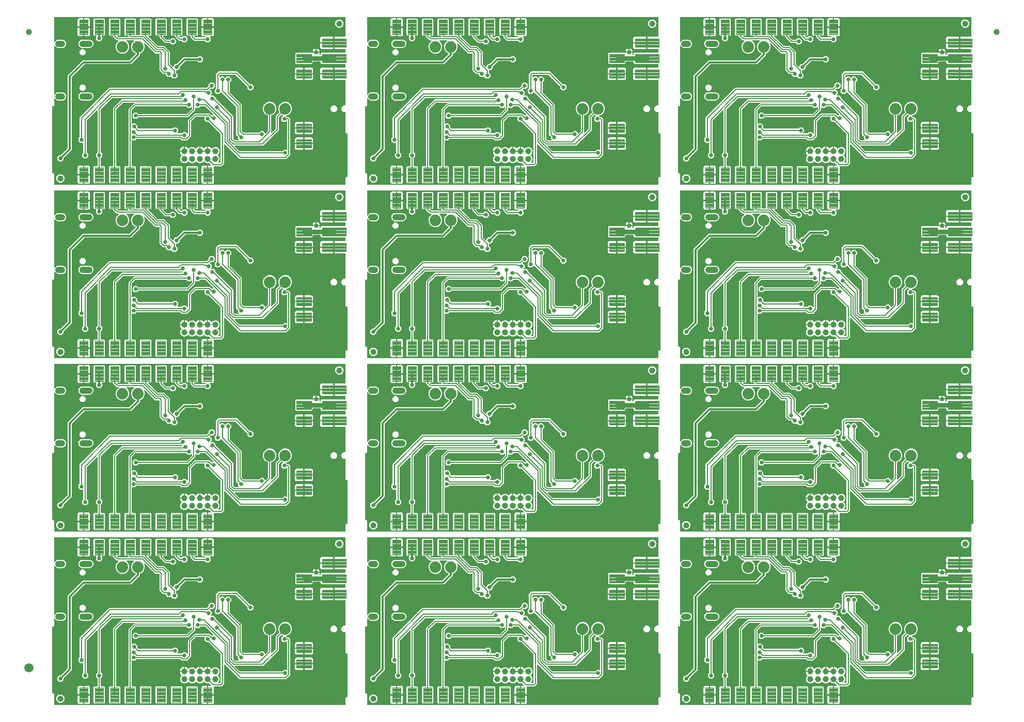
<source format=gbl>
G04 EAGLE Gerber RS-274X export*
G75*
%MOMM*%
%FSLAX34Y34*%
%LPD*%
%INBottom Copper*%
%IPPOS*%
%AMOC8*
5,1,8,0,0,1.08239X$1,22.5*%
G01*
%ADD10C,1.000000*%
%ADD11C,0.105000*%
%ADD12C,1.879600*%
%ADD13C,1.000000*%
%ADD14C,0.102000*%
%ADD15C,1.500000*%
%ADD16C,0.660400*%
%ADD17C,0.304800*%
%ADD18C,0.739141*%
%ADD19C,0.177800*%

G36*
X492384Y855855D02*
X492384Y855855D01*
X492389Y855854D01*
X492482Y855875D01*
X492576Y855893D01*
X492580Y855896D01*
X492585Y855897D01*
X492663Y855953D01*
X492741Y856006D01*
X492744Y856010D01*
X492748Y856013D01*
X492799Y856095D01*
X492851Y856174D01*
X492851Y856179D01*
X492854Y856184D01*
X492886Y856361D01*
X492886Y867140D01*
X494300Y868554D01*
X495300Y868554D01*
X495305Y868555D01*
X495310Y868554D01*
X495403Y868575D01*
X495497Y868593D01*
X495501Y868596D01*
X495506Y868597D01*
X495584Y868653D01*
X495662Y868706D01*
X495665Y868710D01*
X495669Y868713D01*
X495720Y868795D01*
X495772Y868874D01*
X495772Y868879D01*
X495775Y868884D01*
X495807Y869061D01*
X495807Y939419D01*
X495806Y939424D01*
X495807Y939429D01*
X495786Y939522D01*
X495768Y939616D01*
X495765Y939620D01*
X495764Y939625D01*
X495709Y939702D01*
X495655Y939781D01*
X495651Y939784D01*
X495648Y939788D01*
X495566Y939839D01*
X495487Y939891D01*
X495482Y939891D01*
X495477Y939894D01*
X495300Y939926D01*
X494300Y939926D01*
X492886Y941340D01*
X492886Y974654D01*
X492885Y974659D01*
X492886Y974664D01*
X492865Y974757D01*
X492847Y974851D01*
X492844Y974855D01*
X492843Y974860D01*
X492787Y974938D01*
X492734Y975016D01*
X492730Y975019D01*
X492727Y975023D01*
X492645Y975074D01*
X492566Y975126D01*
X492561Y975126D01*
X492556Y975129D01*
X492379Y975161D01*
X489413Y975161D01*
X486321Y978253D01*
X486321Y982627D01*
X489413Y985719D01*
X492379Y985719D01*
X492384Y985720D01*
X492389Y985719D01*
X492482Y985740D01*
X492576Y985758D01*
X492580Y985761D01*
X492585Y985762D01*
X492663Y985818D01*
X492741Y985871D01*
X492744Y985875D01*
X492748Y985878D01*
X492799Y985960D01*
X492851Y986039D01*
X492851Y986044D01*
X492854Y986049D01*
X492886Y986226D01*
X492886Y1027042D01*
X492885Y1027047D01*
X492886Y1027052D01*
X492865Y1027145D01*
X492847Y1027239D01*
X492844Y1027243D01*
X492843Y1027248D01*
X492787Y1027326D01*
X492734Y1027404D01*
X492730Y1027407D01*
X492727Y1027411D01*
X492645Y1027462D01*
X492566Y1027514D01*
X492561Y1027514D01*
X492556Y1027517D01*
X492379Y1027549D01*
X474725Y1027549D01*
X474725Y1037082D01*
X474724Y1037087D01*
X474725Y1037092D01*
X474704Y1037185D01*
X474686Y1037278D01*
X474683Y1037283D01*
X474681Y1037288D01*
X474626Y1037366D01*
X474573Y1037444D01*
X474569Y1037447D01*
X474565Y1037451D01*
X474484Y1037502D01*
X474405Y1037553D01*
X474400Y1037554D01*
X474395Y1037557D01*
X474218Y1037589D01*
X473709Y1037589D01*
X473709Y1037591D01*
X474218Y1037591D01*
X474223Y1037592D01*
X474228Y1037591D01*
X474321Y1037612D01*
X474414Y1037630D01*
X474419Y1037633D01*
X474424Y1037635D01*
X474502Y1037690D01*
X474580Y1037743D01*
X474583Y1037747D01*
X474587Y1037751D01*
X474638Y1037832D01*
X474689Y1037911D01*
X474690Y1037916D01*
X474693Y1037921D01*
X474725Y1038098D01*
X474725Y1047631D01*
X492379Y1047631D01*
X492384Y1047632D01*
X492389Y1047631D01*
X492482Y1047652D01*
X492576Y1047670D01*
X492580Y1047673D01*
X492585Y1047674D01*
X492663Y1047730D01*
X492741Y1047783D01*
X492744Y1047787D01*
X492748Y1047790D01*
X492799Y1047872D01*
X492851Y1047951D01*
X492851Y1047956D01*
X492854Y1047961D01*
X492886Y1048138D01*
X492886Y1053204D01*
X492885Y1053209D01*
X492886Y1053214D01*
X492865Y1053307D01*
X492847Y1053401D01*
X492844Y1053405D01*
X492843Y1053410D01*
X492787Y1053488D01*
X492734Y1053566D01*
X492730Y1053569D01*
X492727Y1053573D01*
X492645Y1053624D01*
X492566Y1053676D01*
X492561Y1053676D01*
X492556Y1053679D01*
X492379Y1053711D01*
X453281Y1053711D01*
X451931Y1055061D01*
X451931Y1057088D01*
X451930Y1057093D01*
X451931Y1057099D01*
X451910Y1057192D01*
X451892Y1057285D01*
X451889Y1057289D01*
X451888Y1057294D01*
X451832Y1057372D01*
X451779Y1057451D01*
X451775Y1057453D01*
X451772Y1057458D01*
X451690Y1057508D01*
X451611Y1057560D01*
X451606Y1057561D01*
X451601Y1057564D01*
X451424Y1057596D01*
X442193Y1057596D01*
X442144Y1057628D01*
X442136Y1057629D01*
X442130Y1057634D01*
X441952Y1057666D01*
X439386Y1057666D01*
X439381Y1057665D01*
X439376Y1057665D01*
X439283Y1057645D01*
X439189Y1057626D01*
X439185Y1057623D01*
X439180Y1057622D01*
X439102Y1057567D01*
X439024Y1057513D01*
X439021Y1057509D01*
X439017Y1057506D01*
X438966Y1057424D01*
X438914Y1057345D01*
X438914Y1057340D01*
X438911Y1057336D01*
X438879Y1057158D01*
X438879Y1055211D01*
X437529Y1053861D01*
X411671Y1053861D01*
X410321Y1055211D01*
X410321Y1071069D01*
X411671Y1072419D01*
X437529Y1072419D01*
X438093Y1071855D01*
X438096Y1071853D01*
X438097Y1071851D01*
X438177Y1071799D01*
X438260Y1071744D01*
X438263Y1071743D01*
X438265Y1071742D01*
X438361Y1071724D01*
X438457Y1071706D01*
X438460Y1071707D01*
X438462Y1071706D01*
X438559Y1071728D01*
X438653Y1071748D01*
X438655Y1071749D01*
X438658Y1071750D01*
X438738Y1071806D01*
X438818Y1071862D01*
X438819Y1071864D01*
X438821Y1071866D01*
X438873Y1071949D01*
X438925Y1072031D01*
X438926Y1072034D01*
X438927Y1072036D01*
X438931Y1072055D01*
X443992Y1072055D01*
X443997Y1072056D01*
X444002Y1072055D01*
X444095Y1072076D01*
X444188Y1072094D01*
X444193Y1072097D01*
X444198Y1072098D01*
X444276Y1072154D01*
X444354Y1072207D01*
X444357Y1072211D01*
X444361Y1072214D01*
X444412Y1072296D01*
X444463Y1072375D01*
X444464Y1072380D01*
X444467Y1072385D01*
X444499Y1072562D01*
X444499Y1073071D01*
X444501Y1073071D01*
X444501Y1072562D01*
X444502Y1072557D01*
X444501Y1072552D01*
X444522Y1072458D01*
X444540Y1072366D01*
X444543Y1072361D01*
X444545Y1072356D01*
X444600Y1072278D01*
X444653Y1072200D01*
X444657Y1072197D01*
X444661Y1072193D01*
X444742Y1072142D01*
X444821Y1072091D01*
X444826Y1072090D01*
X444831Y1072087D01*
X445008Y1072055D01*
X450041Y1072055D01*
X450041Y1070178D01*
X449833Y1069402D01*
X449777Y1069305D01*
X449765Y1069270D01*
X449744Y1069239D01*
X449733Y1069176D01*
X449713Y1069115D01*
X449716Y1069078D01*
X449709Y1069041D01*
X449723Y1068979D01*
X449727Y1068916D01*
X449744Y1068882D01*
X449752Y1068846D01*
X449789Y1068794D01*
X449818Y1068737D01*
X449847Y1068713D01*
X449868Y1068682D01*
X449923Y1068649D01*
X449971Y1068607D01*
X450007Y1068596D01*
X450039Y1068576D01*
X450112Y1068563D01*
X450163Y1068547D01*
X450187Y1068550D01*
X450216Y1068544D01*
X451424Y1068544D01*
X451429Y1068545D01*
X451434Y1068545D01*
X451527Y1068565D01*
X451621Y1068584D01*
X451625Y1068587D01*
X451630Y1068588D01*
X451708Y1068643D01*
X451786Y1068697D01*
X451789Y1068701D01*
X451793Y1068704D01*
X451844Y1068786D01*
X451896Y1068865D01*
X451896Y1068870D01*
X451899Y1068874D01*
X451931Y1069052D01*
X451931Y1070919D01*
X453281Y1072269D01*
X492379Y1072269D01*
X492384Y1072270D01*
X492389Y1072269D01*
X492482Y1072290D01*
X492576Y1072308D01*
X492580Y1072311D01*
X492585Y1072312D01*
X492663Y1072368D01*
X492741Y1072421D01*
X492744Y1072425D01*
X492748Y1072428D01*
X492799Y1072510D01*
X492851Y1072589D01*
X492851Y1072594D01*
X492854Y1072599D01*
X492886Y1072776D01*
X492886Y1077842D01*
X492885Y1077847D01*
X492886Y1077852D01*
X492865Y1077945D01*
X492847Y1078039D01*
X492844Y1078043D01*
X492843Y1078048D01*
X492787Y1078126D01*
X492734Y1078204D01*
X492730Y1078207D01*
X492727Y1078211D01*
X492645Y1078262D01*
X492566Y1078314D01*
X492561Y1078314D01*
X492556Y1078317D01*
X492379Y1078349D01*
X474725Y1078349D01*
X474725Y1087882D01*
X474724Y1087887D01*
X474725Y1087892D01*
X474704Y1087985D01*
X474686Y1088078D01*
X474683Y1088083D01*
X474681Y1088088D01*
X474626Y1088166D01*
X474573Y1088244D01*
X474569Y1088247D01*
X474565Y1088251D01*
X474484Y1088302D01*
X474405Y1088353D01*
X474400Y1088354D01*
X474395Y1088357D01*
X474218Y1088389D01*
X473709Y1088389D01*
X473709Y1088391D01*
X474218Y1088391D01*
X474223Y1088392D01*
X474228Y1088391D01*
X474321Y1088412D01*
X474414Y1088430D01*
X474419Y1088433D01*
X474424Y1088435D01*
X474502Y1088490D01*
X474580Y1088543D01*
X474583Y1088547D01*
X474587Y1088551D01*
X474638Y1088632D01*
X474689Y1088711D01*
X474690Y1088716D01*
X474693Y1088721D01*
X474725Y1088898D01*
X474725Y1098431D01*
X492379Y1098431D01*
X492384Y1098432D01*
X492389Y1098431D01*
X492482Y1098452D01*
X492576Y1098470D01*
X492580Y1098473D01*
X492585Y1098474D01*
X492663Y1098530D01*
X492741Y1098583D01*
X492744Y1098587D01*
X492748Y1098590D01*
X492799Y1098672D01*
X492851Y1098751D01*
X492851Y1098756D01*
X492854Y1098761D01*
X492886Y1098938D01*
X492886Y1129919D01*
X492885Y1129924D01*
X492886Y1129929D01*
X492865Y1130022D01*
X492847Y1130116D01*
X492844Y1130120D01*
X492843Y1130125D01*
X492787Y1130203D01*
X492734Y1130281D01*
X492730Y1130284D01*
X492727Y1130288D01*
X492645Y1130339D01*
X492566Y1130391D01*
X492561Y1130391D01*
X492556Y1130394D01*
X492379Y1130426D01*
X15621Y1130426D01*
X15616Y1130425D01*
X15611Y1130426D01*
X15518Y1130405D01*
X15424Y1130387D01*
X15420Y1130384D01*
X15415Y1130383D01*
X15337Y1130327D01*
X15259Y1130274D01*
X15256Y1130270D01*
X15252Y1130267D01*
X15201Y1130185D01*
X15149Y1130106D01*
X15149Y1130101D01*
X15146Y1130096D01*
X15114Y1129919D01*
X15114Y1090175D01*
X15114Y1090174D01*
X15114Y1090173D01*
X15133Y1090077D01*
X15153Y1089979D01*
X15154Y1089978D01*
X15154Y1089976D01*
X15210Y1089896D01*
X15266Y1089813D01*
X15267Y1089812D01*
X15268Y1089811D01*
X15353Y1089756D01*
X15434Y1089704D01*
X15435Y1089704D01*
X15436Y1089703D01*
X15535Y1089685D01*
X15631Y1089668D01*
X15633Y1089668D01*
X15634Y1089668D01*
X15730Y1089690D01*
X15827Y1089712D01*
X15828Y1089713D01*
X15829Y1089713D01*
X15910Y1089771D01*
X15990Y1089828D01*
X15991Y1089829D01*
X15992Y1089830D01*
X16090Y1089981D01*
X16503Y1090980D01*
X18410Y1092887D01*
X19375Y1093286D01*
X20599Y1093794D01*
X20600Y1093794D01*
X20902Y1093919D01*
X29598Y1093919D01*
X32090Y1092887D01*
X33997Y1090980D01*
X35029Y1088488D01*
X35029Y1085792D01*
X33997Y1083300D01*
X32090Y1081393D01*
X31220Y1081033D01*
X29996Y1080526D01*
X29598Y1080361D01*
X20902Y1080361D01*
X18410Y1081393D01*
X16503Y1083300D01*
X16090Y1084299D01*
X16089Y1084300D01*
X16089Y1084301D01*
X16033Y1084384D01*
X15978Y1084465D01*
X15977Y1084466D01*
X15976Y1084467D01*
X15895Y1084520D01*
X15810Y1084575D01*
X15809Y1084576D01*
X15808Y1084576D01*
X15711Y1084594D01*
X15613Y1084612D01*
X15612Y1084612D01*
X15611Y1084612D01*
X15511Y1084590D01*
X15417Y1084569D01*
X15416Y1084569D01*
X15415Y1084568D01*
X15333Y1084510D01*
X15253Y1084454D01*
X15253Y1084453D01*
X15252Y1084452D01*
X15199Y1084367D01*
X15147Y1084284D01*
X15146Y1084283D01*
X15146Y1084282D01*
X15114Y1084105D01*
X15114Y1003775D01*
X15114Y1003774D01*
X15114Y1003773D01*
X15134Y1003675D01*
X15153Y1003579D01*
X15154Y1003578D01*
X15154Y1003576D01*
X15210Y1003495D01*
X15266Y1003413D01*
X15267Y1003412D01*
X15268Y1003411D01*
X15353Y1003356D01*
X15434Y1003304D01*
X15435Y1003304D01*
X15436Y1003303D01*
X15535Y1003285D01*
X15631Y1003268D01*
X15633Y1003268D01*
X15634Y1003268D01*
X15730Y1003290D01*
X15827Y1003312D01*
X15828Y1003313D01*
X15829Y1003313D01*
X15910Y1003371D01*
X15990Y1003428D01*
X15991Y1003429D01*
X15992Y1003430D01*
X16090Y1003581D01*
X16503Y1004580D01*
X18410Y1006487D01*
X18555Y1006547D01*
X19779Y1007054D01*
X20902Y1007519D01*
X29598Y1007519D01*
X32090Y1006487D01*
X33997Y1004580D01*
X35029Y1002088D01*
X35029Y999392D01*
X33997Y996900D01*
X32090Y994993D01*
X31625Y994801D01*
X30400Y994293D01*
X29598Y993961D01*
X20902Y993961D01*
X18410Y994993D01*
X16503Y996900D01*
X16090Y997899D01*
X16089Y997900D01*
X16089Y997901D01*
X16033Y997984D01*
X15978Y998065D01*
X15977Y998066D01*
X15976Y998067D01*
X15895Y998120D01*
X15810Y998175D01*
X15809Y998176D01*
X15808Y998176D01*
X15711Y998194D01*
X15613Y998212D01*
X15612Y998212D01*
X15611Y998212D01*
X15511Y998190D01*
X15417Y998169D01*
X15416Y998169D01*
X15415Y998168D01*
X15333Y998110D01*
X15253Y998054D01*
X15253Y998053D01*
X15252Y998052D01*
X15199Y997967D01*
X15147Y997884D01*
X15146Y997883D01*
X15146Y997882D01*
X15114Y997705D01*
X15114Y985790D01*
X13700Y984376D01*
X12700Y984376D01*
X12695Y984375D01*
X12690Y984376D01*
X12597Y984355D01*
X12503Y984337D01*
X12499Y984334D01*
X12494Y984333D01*
X12416Y984277D01*
X12338Y984224D01*
X12335Y984220D01*
X12331Y984217D01*
X12280Y984135D01*
X12228Y984056D01*
X12228Y984051D01*
X12225Y984046D01*
X12193Y983869D01*
X12193Y875411D01*
X12194Y875406D01*
X12193Y875401D01*
X12214Y875308D01*
X12232Y875214D01*
X12235Y875210D01*
X12236Y875205D01*
X12292Y875127D01*
X12345Y875049D01*
X12349Y875046D01*
X12352Y875042D01*
X12434Y874991D01*
X12513Y874939D01*
X12518Y874939D01*
X12523Y874936D01*
X12700Y874904D01*
X13700Y874904D01*
X15114Y873490D01*
X15114Y856361D01*
X15115Y856356D01*
X15114Y856351D01*
X15135Y856258D01*
X15153Y856164D01*
X15156Y856160D01*
X15157Y856155D01*
X15213Y856077D01*
X15266Y855999D01*
X15270Y855996D01*
X15273Y855992D01*
X15355Y855941D01*
X15434Y855889D01*
X15439Y855889D01*
X15444Y855886D01*
X15621Y855854D01*
X492379Y855854D01*
X492384Y855855D01*
G37*
G36*
X1005464Y855855D02*
X1005464Y855855D01*
X1005469Y855854D01*
X1005562Y855875D01*
X1005656Y855893D01*
X1005660Y855896D01*
X1005665Y855897D01*
X1005743Y855953D01*
X1005821Y856006D01*
X1005824Y856010D01*
X1005828Y856013D01*
X1005879Y856095D01*
X1005931Y856174D01*
X1005931Y856179D01*
X1005934Y856184D01*
X1005966Y856361D01*
X1005966Y867140D01*
X1007380Y868554D01*
X1008380Y868554D01*
X1008385Y868555D01*
X1008390Y868554D01*
X1008483Y868575D01*
X1008577Y868593D01*
X1008581Y868596D01*
X1008586Y868597D01*
X1008664Y868653D01*
X1008742Y868706D01*
X1008745Y868710D01*
X1008749Y868713D01*
X1008800Y868795D01*
X1008852Y868874D01*
X1008852Y868879D01*
X1008855Y868884D01*
X1008887Y869061D01*
X1008887Y939419D01*
X1008886Y939424D01*
X1008887Y939429D01*
X1008866Y939522D01*
X1008848Y939616D01*
X1008845Y939620D01*
X1008844Y939625D01*
X1008789Y939702D01*
X1008735Y939781D01*
X1008731Y939784D01*
X1008728Y939788D01*
X1008646Y939839D01*
X1008567Y939891D01*
X1008562Y939891D01*
X1008557Y939894D01*
X1008380Y939926D01*
X1007380Y939926D01*
X1005966Y941340D01*
X1005966Y974654D01*
X1005965Y974659D01*
X1005966Y974664D01*
X1005945Y974757D01*
X1005927Y974851D01*
X1005924Y974855D01*
X1005923Y974860D01*
X1005867Y974938D01*
X1005814Y975016D01*
X1005810Y975019D01*
X1005807Y975023D01*
X1005725Y975074D01*
X1005646Y975126D01*
X1005641Y975126D01*
X1005636Y975129D01*
X1005459Y975161D01*
X1002493Y975161D01*
X999401Y978253D01*
X999401Y982627D01*
X1002493Y985719D01*
X1005459Y985719D01*
X1005464Y985720D01*
X1005469Y985719D01*
X1005562Y985740D01*
X1005656Y985758D01*
X1005660Y985761D01*
X1005665Y985762D01*
X1005743Y985818D01*
X1005821Y985871D01*
X1005824Y985875D01*
X1005828Y985878D01*
X1005879Y985960D01*
X1005931Y986039D01*
X1005931Y986044D01*
X1005934Y986049D01*
X1005966Y986226D01*
X1005966Y1027042D01*
X1005965Y1027047D01*
X1005966Y1027052D01*
X1005945Y1027145D01*
X1005927Y1027239D01*
X1005924Y1027243D01*
X1005923Y1027248D01*
X1005867Y1027326D01*
X1005814Y1027404D01*
X1005810Y1027407D01*
X1005807Y1027411D01*
X1005725Y1027462D01*
X1005646Y1027514D01*
X1005641Y1027514D01*
X1005636Y1027517D01*
X1005459Y1027549D01*
X987805Y1027549D01*
X987805Y1037082D01*
X987804Y1037087D01*
X987805Y1037092D01*
X987784Y1037185D01*
X987766Y1037278D01*
X987763Y1037283D01*
X987761Y1037288D01*
X987706Y1037366D01*
X987653Y1037444D01*
X987649Y1037447D01*
X987645Y1037451D01*
X987564Y1037502D01*
X987485Y1037553D01*
X987480Y1037554D01*
X987475Y1037557D01*
X987298Y1037589D01*
X986789Y1037589D01*
X986789Y1037591D01*
X987298Y1037591D01*
X987303Y1037592D01*
X987308Y1037591D01*
X987401Y1037612D01*
X987494Y1037630D01*
X987499Y1037633D01*
X987504Y1037635D01*
X987582Y1037690D01*
X987660Y1037743D01*
X987663Y1037747D01*
X987667Y1037751D01*
X987718Y1037832D01*
X987769Y1037911D01*
X987770Y1037916D01*
X987773Y1037921D01*
X987805Y1038098D01*
X987805Y1047631D01*
X1005459Y1047631D01*
X1005464Y1047632D01*
X1005469Y1047631D01*
X1005562Y1047652D01*
X1005656Y1047670D01*
X1005660Y1047673D01*
X1005665Y1047674D01*
X1005743Y1047730D01*
X1005821Y1047783D01*
X1005824Y1047787D01*
X1005828Y1047790D01*
X1005879Y1047872D01*
X1005931Y1047951D01*
X1005931Y1047956D01*
X1005934Y1047961D01*
X1005966Y1048138D01*
X1005966Y1053204D01*
X1005965Y1053209D01*
X1005966Y1053214D01*
X1005945Y1053307D01*
X1005927Y1053401D01*
X1005924Y1053405D01*
X1005923Y1053410D01*
X1005867Y1053488D01*
X1005814Y1053566D01*
X1005810Y1053569D01*
X1005807Y1053573D01*
X1005725Y1053624D01*
X1005646Y1053676D01*
X1005641Y1053676D01*
X1005636Y1053679D01*
X1005459Y1053711D01*
X966361Y1053711D01*
X965011Y1055061D01*
X965011Y1057088D01*
X965010Y1057093D01*
X965011Y1057099D01*
X964990Y1057192D01*
X964972Y1057285D01*
X964969Y1057289D01*
X964968Y1057294D01*
X964912Y1057372D01*
X964859Y1057451D01*
X964855Y1057453D01*
X964852Y1057458D01*
X964770Y1057508D01*
X964691Y1057560D01*
X964686Y1057561D01*
X964681Y1057564D01*
X964504Y1057596D01*
X955273Y1057596D01*
X955224Y1057628D01*
X955216Y1057629D01*
X955210Y1057634D01*
X955032Y1057666D01*
X952466Y1057666D01*
X952461Y1057665D01*
X952456Y1057665D01*
X952363Y1057645D01*
X952269Y1057626D01*
X952265Y1057623D01*
X952260Y1057622D01*
X952182Y1057567D01*
X952104Y1057513D01*
X952101Y1057509D01*
X952097Y1057506D01*
X952046Y1057424D01*
X951994Y1057345D01*
X951994Y1057340D01*
X951991Y1057336D01*
X951959Y1057158D01*
X951959Y1055211D01*
X950609Y1053861D01*
X924751Y1053861D01*
X923401Y1055211D01*
X923401Y1071069D01*
X924751Y1072419D01*
X950609Y1072419D01*
X951173Y1071855D01*
X951176Y1071853D01*
X951177Y1071851D01*
X951257Y1071799D01*
X951340Y1071744D01*
X951343Y1071743D01*
X951345Y1071742D01*
X951441Y1071724D01*
X951537Y1071706D01*
X951540Y1071707D01*
X951542Y1071706D01*
X951639Y1071728D01*
X951733Y1071748D01*
X951735Y1071749D01*
X951738Y1071750D01*
X951818Y1071806D01*
X951898Y1071862D01*
X951899Y1071864D01*
X951901Y1071866D01*
X951953Y1071949D01*
X952005Y1072031D01*
X952006Y1072034D01*
X952007Y1072036D01*
X952011Y1072055D01*
X957072Y1072055D01*
X957077Y1072056D01*
X957082Y1072055D01*
X957175Y1072076D01*
X957268Y1072094D01*
X957273Y1072097D01*
X957278Y1072098D01*
X957356Y1072154D01*
X957434Y1072207D01*
X957437Y1072211D01*
X957441Y1072214D01*
X957492Y1072296D01*
X957543Y1072375D01*
X957544Y1072380D01*
X957547Y1072385D01*
X957579Y1072562D01*
X957579Y1073071D01*
X957581Y1073071D01*
X957581Y1072562D01*
X957582Y1072557D01*
X957581Y1072552D01*
X957602Y1072458D01*
X957620Y1072366D01*
X957623Y1072361D01*
X957625Y1072356D01*
X957680Y1072278D01*
X957733Y1072200D01*
X957737Y1072197D01*
X957741Y1072193D01*
X957822Y1072142D01*
X957901Y1072091D01*
X957906Y1072090D01*
X957911Y1072087D01*
X958088Y1072055D01*
X963121Y1072055D01*
X963121Y1070178D01*
X962913Y1069402D01*
X962857Y1069305D01*
X962845Y1069270D01*
X962824Y1069239D01*
X962813Y1069176D01*
X962793Y1069115D01*
X962796Y1069078D01*
X962789Y1069041D01*
X962803Y1068979D01*
X962807Y1068916D01*
X962824Y1068882D01*
X962832Y1068846D01*
X962869Y1068794D01*
X962898Y1068737D01*
X962927Y1068713D01*
X962948Y1068682D01*
X963003Y1068649D01*
X963051Y1068607D01*
X963087Y1068596D01*
X963119Y1068576D01*
X963192Y1068563D01*
X963243Y1068547D01*
X963267Y1068550D01*
X963296Y1068544D01*
X964504Y1068544D01*
X964509Y1068545D01*
X964514Y1068545D01*
X964607Y1068565D01*
X964701Y1068584D01*
X964705Y1068587D01*
X964710Y1068588D01*
X964788Y1068643D01*
X964866Y1068697D01*
X964869Y1068701D01*
X964873Y1068704D01*
X964924Y1068786D01*
X964976Y1068865D01*
X964976Y1068870D01*
X964979Y1068874D01*
X965011Y1069052D01*
X965011Y1070919D01*
X966361Y1072269D01*
X1005459Y1072269D01*
X1005464Y1072270D01*
X1005469Y1072269D01*
X1005562Y1072290D01*
X1005656Y1072308D01*
X1005660Y1072311D01*
X1005665Y1072312D01*
X1005743Y1072368D01*
X1005821Y1072421D01*
X1005824Y1072425D01*
X1005828Y1072428D01*
X1005879Y1072510D01*
X1005931Y1072589D01*
X1005931Y1072594D01*
X1005934Y1072599D01*
X1005966Y1072776D01*
X1005966Y1077842D01*
X1005965Y1077847D01*
X1005966Y1077852D01*
X1005945Y1077945D01*
X1005927Y1078039D01*
X1005924Y1078043D01*
X1005923Y1078048D01*
X1005867Y1078126D01*
X1005814Y1078204D01*
X1005810Y1078207D01*
X1005807Y1078211D01*
X1005725Y1078262D01*
X1005646Y1078314D01*
X1005641Y1078314D01*
X1005636Y1078317D01*
X1005459Y1078349D01*
X987805Y1078349D01*
X987805Y1087882D01*
X987804Y1087887D01*
X987805Y1087892D01*
X987784Y1087985D01*
X987766Y1088078D01*
X987763Y1088083D01*
X987761Y1088088D01*
X987706Y1088166D01*
X987653Y1088244D01*
X987649Y1088247D01*
X987645Y1088251D01*
X987564Y1088302D01*
X987485Y1088353D01*
X987480Y1088354D01*
X987475Y1088357D01*
X987298Y1088389D01*
X986789Y1088389D01*
X986789Y1088391D01*
X987298Y1088391D01*
X987303Y1088392D01*
X987308Y1088391D01*
X987401Y1088412D01*
X987494Y1088430D01*
X987499Y1088433D01*
X987504Y1088435D01*
X987582Y1088490D01*
X987660Y1088543D01*
X987663Y1088547D01*
X987667Y1088551D01*
X987718Y1088632D01*
X987769Y1088711D01*
X987770Y1088716D01*
X987773Y1088721D01*
X987805Y1088898D01*
X987805Y1098431D01*
X1005459Y1098431D01*
X1005464Y1098432D01*
X1005469Y1098431D01*
X1005562Y1098452D01*
X1005656Y1098470D01*
X1005660Y1098473D01*
X1005665Y1098474D01*
X1005743Y1098530D01*
X1005821Y1098583D01*
X1005824Y1098587D01*
X1005828Y1098590D01*
X1005879Y1098672D01*
X1005931Y1098751D01*
X1005931Y1098756D01*
X1005934Y1098761D01*
X1005966Y1098938D01*
X1005966Y1129919D01*
X1005965Y1129924D01*
X1005966Y1129929D01*
X1005945Y1130022D01*
X1005927Y1130116D01*
X1005924Y1130120D01*
X1005923Y1130125D01*
X1005867Y1130203D01*
X1005814Y1130281D01*
X1005810Y1130284D01*
X1005807Y1130288D01*
X1005725Y1130339D01*
X1005646Y1130391D01*
X1005641Y1130391D01*
X1005636Y1130394D01*
X1005459Y1130426D01*
X528701Y1130426D01*
X528696Y1130425D01*
X528691Y1130426D01*
X528598Y1130405D01*
X528504Y1130387D01*
X528500Y1130384D01*
X528495Y1130383D01*
X528417Y1130327D01*
X528339Y1130274D01*
X528336Y1130270D01*
X528332Y1130267D01*
X528281Y1130185D01*
X528229Y1130106D01*
X528229Y1130101D01*
X528226Y1130096D01*
X528194Y1129919D01*
X528194Y1090175D01*
X528194Y1090174D01*
X528194Y1090173D01*
X528213Y1090077D01*
X528233Y1089979D01*
X528234Y1089978D01*
X528234Y1089976D01*
X528290Y1089896D01*
X528346Y1089813D01*
X528347Y1089812D01*
X528348Y1089811D01*
X528433Y1089756D01*
X528514Y1089704D01*
X528515Y1089704D01*
X528516Y1089703D01*
X528615Y1089685D01*
X528711Y1089668D01*
X528713Y1089668D01*
X528714Y1089668D01*
X528810Y1089690D01*
X528907Y1089712D01*
X528908Y1089712D01*
X528909Y1089713D01*
X528990Y1089771D01*
X529070Y1089828D01*
X529071Y1089829D01*
X529072Y1089830D01*
X529170Y1089981D01*
X529583Y1090980D01*
X531490Y1092887D01*
X532455Y1093286D01*
X533679Y1093794D01*
X533680Y1093794D01*
X533982Y1093919D01*
X542678Y1093919D01*
X545170Y1092887D01*
X547077Y1090980D01*
X548109Y1088488D01*
X548109Y1085792D01*
X547077Y1083300D01*
X545170Y1081393D01*
X544300Y1081033D01*
X543076Y1080526D01*
X542678Y1080361D01*
X533982Y1080361D01*
X531490Y1081393D01*
X529583Y1083300D01*
X529170Y1084299D01*
X529169Y1084300D01*
X529169Y1084301D01*
X529114Y1084381D01*
X529058Y1084465D01*
X529057Y1084466D01*
X529056Y1084467D01*
X528976Y1084519D01*
X528890Y1084575D01*
X528889Y1084576D01*
X528888Y1084576D01*
X528791Y1084594D01*
X528693Y1084612D01*
X528692Y1084612D01*
X528691Y1084612D01*
X528591Y1084590D01*
X528497Y1084569D01*
X528496Y1084569D01*
X528495Y1084568D01*
X528413Y1084510D01*
X528333Y1084454D01*
X528333Y1084453D01*
X528332Y1084452D01*
X528280Y1084369D01*
X528227Y1084284D01*
X528226Y1084283D01*
X528226Y1084282D01*
X528194Y1084105D01*
X528194Y1003775D01*
X528194Y1003774D01*
X528194Y1003773D01*
X528214Y1003675D01*
X528233Y1003579D01*
X528234Y1003578D01*
X528234Y1003576D01*
X528290Y1003495D01*
X528346Y1003413D01*
X528347Y1003412D01*
X528348Y1003411D01*
X528433Y1003356D01*
X528514Y1003304D01*
X528515Y1003304D01*
X528516Y1003303D01*
X528615Y1003285D01*
X528711Y1003268D01*
X528713Y1003268D01*
X528714Y1003268D01*
X528810Y1003290D01*
X528907Y1003312D01*
X528908Y1003312D01*
X528909Y1003313D01*
X528990Y1003371D01*
X529070Y1003428D01*
X529071Y1003429D01*
X529072Y1003430D01*
X529170Y1003581D01*
X529583Y1004580D01*
X531490Y1006487D01*
X531635Y1006547D01*
X532859Y1007054D01*
X533982Y1007519D01*
X542678Y1007519D01*
X545170Y1006487D01*
X547077Y1004580D01*
X548109Y1002088D01*
X548109Y999392D01*
X547077Y996900D01*
X545170Y994993D01*
X544705Y994801D01*
X543480Y994293D01*
X542678Y993961D01*
X533982Y993961D01*
X531490Y994993D01*
X529583Y996900D01*
X529170Y997899D01*
X529169Y997900D01*
X529169Y997901D01*
X529114Y997981D01*
X529058Y998065D01*
X529057Y998066D01*
X529056Y998067D01*
X528976Y998119D01*
X528890Y998175D01*
X528889Y998176D01*
X528888Y998176D01*
X528791Y998194D01*
X528693Y998212D01*
X528692Y998212D01*
X528691Y998212D01*
X528591Y998190D01*
X528497Y998169D01*
X528496Y998169D01*
X528495Y998168D01*
X528413Y998110D01*
X528333Y998054D01*
X528333Y998053D01*
X528332Y998052D01*
X528280Y997969D01*
X528227Y997884D01*
X528226Y997883D01*
X528226Y997882D01*
X528194Y997705D01*
X528194Y985790D01*
X526780Y984376D01*
X525780Y984376D01*
X525775Y984375D01*
X525770Y984376D01*
X525677Y984355D01*
X525584Y984337D01*
X525579Y984334D01*
X525574Y984333D01*
X525496Y984277D01*
X525418Y984224D01*
X525415Y984220D01*
X525411Y984217D01*
X525360Y984135D01*
X525308Y984056D01*
X525308Y984051D01*
X525305Y984046D01*
X525273Y983869D01*
X525273Y875411D01*
X525274Y875406D01*
X525273Y875401D01*
X525294Y875308D01*
X525312Y875214D01*
X525315Y875210D01*
X525316Y875205D01*
X525372Y875127D01*
X525425Y875049D01*
X525429Y875046D01*
X525432Y875042D01*
X525514Y874991D01*
X525593Y874939D01*
X525598Y874939D01*
X525603Y874936D01*
X525780Y874904D01*
X526780Y874904D01*
X528194Y873490D01*
X528194Y856361D01*
X528195Y856356D01*
X528194Y856351D01*
X528215Y856258D01*
X528233Y856164D01*
X528236Y856160D01*
X528237Y856155D01*
X528293Y856077D01*
X528346Y855999D01*
X528350Y855996D01*
X528353Y855992D01*
X528435Y855941D01*
X528514Y855889D01*
X528519Y855889D01*
X528524Y855886D01*
X528701Y855854D01*
X1005459Y855854D01*
X1005464Y855855D01*
G37*
G36*
X492384Y2415D02*
X492384Y2415D01*
X492389Y2414D01*
X492482Y2435D01*
X492576Y2453D01*
X492580Y2456D01*
X492585Y2457D01*
X492663Y2513D01*
X492741Y2566D01*
X492744Y2570D01*
X492748Y2573D01*
X492799Y2655D01*
X492851Y2734D01*
X492851Y2739D01*
X492854Y2744D01*
X492886Y2921D01*
X492886Y13700D01*
X494300Y15114D01*
X495300Y15114D01*
X495305Y15115D01*
X495310Y15114D01*
X495403Y15135D01*
X495497Y15153D01*
X495501Y15156D01*
X495506Y15157D01*
X495584Y15213D01*
X495662Y15266D01*
X495665Y15270D01*
X495669Y15273D01*
X495720Y15355D01*
X495772Y15434D01*
X495772Y15439D01*
X495775Y15444D01*
X495807Y15621D01*
X495807Y85979D01*
X495806Y85984D01*
X495807Y85989D01*
X495786Y86082D01*
X495768Y86176D01*
X495765Y86180D01*
X495764Y86185D01*
X495709Y86262D01*
X495655Y86341D01*
X495651Y86344D01*
X495648Y86348D01*
X495566Y86399D01*
X495487Y86451D01*
X495482Y86451D01*
X495477Y86454D01*
X495300Y86486D01*
X494300Y86486D01*
X492886Y87900D01*
X492886Y121214D01*
X492885Y121219D01*
X492886Y121224D01*
X492865Y121317D01*
X492847Y121411D01*
X492844Y121415D01*
X492843Y121420D01*
X492787Y121498D01*
X492734Y121576D01*
X492730Y121579D01*
X492727Y121583D01*
X492645Y121634D01*
X492566Y121686D01*
X492561Y121686D01*
X492556Y121689D01*
X492379Y121721D01*
X489413Y121721D01*
X486321Y124813D01*
X486321Y129187D01*
X489413Y132279D01*
X492379Y132279D01*
X492384Y132280D01*
X492389Y132279D01*
X492482Y132300D01*
X492576Y132318D01*
X492580Y132321D01*
X492585Y132322D01*
X492663Y132378D01*
X492741Y132431D01*
X492744Y132435D01*
X492748Y132438D01*
X492799Y132520D01*
X492851Y132599D01*
X492851Y132604D01*
X492854Y132609D01*
X492886Y132786D01*
X492886Y173602D01*
X492885Y173607D01*
X492886Y173612D01*
X492865Y173705D01*
X492847Y173799D01*
X492844Y173803D01*
X492843Y173808D01*
X492787Y173886D01*
X492734Y173964D01*
X492730Y173967D01*
X492727Y173971D01*
X492645Y174022D01*
X492566Y174074D01*
X492561Y174074D01*
X492556Y174077D01*
X492379Y174109D01*
X474725Y174109D01*
X474725Y183642D01*
X474724Y183647D01*
X474725Y183652D01*
X474704Y183745D01*
X474686Y183838D01*
X474683Y183843D01*
X474681Y183848D01*
X474626Y183926D01*
X474573Y184004D01*
X474569Y184007D01*
X474565Y184011D01*
X474484Y184062D01*
X474405Y184113D01*
X474400Y184114D01*
X474395Y184117D01*
X474218Y184149D01*
X473709Y184149D01*
X473709Y184151D01*
X474218Y184151D01*
X474223Y184152D01*
X474228Y184151D01*
X474321Y184172D01*
X474414Y184190D01*
X474419Y184193D01*
X474424Y184195D01*
X474502Y184250D01*
X474580Y184303D01*
X474583Y184307D01*
X474587Y184311D01*
X474638Y184392D01*
X474689Y184471D01*
X474690Y184476D01*
X474693Y184481D01*
X474725Y184658D01*
X474725Y194191D01*
X492379Y194191D01*
X492384Y194192D01*
X492389Y194191D01*
X492482Y194212D01*
X492576Y194230D01*
X492580Y194233D01*
X492585Y194234D01*
X492663Y194290D01*
X492741Y194343D01*
X492744Y194347D01*
X492748Y194350D01*
X492799Y194432D01*
X492851Y194511D01*
X492851Y194516D01*
X492854Y194521D01*
X492886Y194698D01*
X492886Y199764D01*
X492885Y199769D01*
X492886Y199774D01*
X492865Y199867D01*
X492847Y199961D01*
X492844Y199965D01*
X492843Y199970D01*
X492787Y200048D01*
X492734Y200126D01*
X492730Y200129D01*
X492727Y200133D01*
X492645Y200184D01*
X492566Y200236D01*
X492561Y200236D01*
X492556Y200239D01*
X492379Y200271D01*
X453281Y200271D01*
X451931Y201621D01*
X451931Y203648D01*
X451930Y203653D01*
X451931Y203659D01*
X451910Y203752D01*
X451892Y203845D01*
X451889Y203849D01*
X451888Y203854D01*
X451832Y203932D01*
X451779Y204011D01*
X451775Y204013D01*
X451772Y204018D01*
X451690Y204068D01*
X451611Y204120D01*
X451606Y204121D01*
X451601Y204124D01*
X451424Y204156D01*
X442193Y204156D01*
X442144Y204188D01*
X442136Y204189D01*
X442130Y204194D01*
X441952Y204226D01*
X439386Y204226D01*
X439381Y204225D01*
X439376Y204225D01*
X439283Y204205D01*
X439189Y204186D01*
X439185Y204183D01*
X439180Y204182D01*
X439102Y204127D01*
X439024Y204073D01*
X439021Y204069D01*
X439017Y204066D01*
X438966Y203984D01*
X438914Y203905D01*
X438914Y203900D01*
X438911Y203896D01*
X438879Y203718D01*
X438879Y201771D01*
X437529Y200421D01*
X411671Y200421D01*
X410321Y201771D01*
X410321Y217629D01*
X411671Y218979D01*
X437529Y218979D01*
X438093Y218415D01*
X438096Y218413D01*
X438097Y218411D01*
X438177Y218359D01*
X438260Y218304D01*
X438263Y218303D01*
X438265Y218302D01*
X438361Y218284D01*
X438457Y218266D01*
X438460Y218267D01*
X438462Y218266D01*
X438559Y218288D01*
X438653Y218308D01*
X438655Y218309D01*
X438658Y218310D01*
X438738Y218366D01*
X438818Y218422D01*
X438819Y218424D01*
X438821Y218426D01*
X438873Y218509D01*
X438925Y218591D01*
X438926Y218594D01*
X438927Y218596D01*
X438931Y218615D01*
X443992Y218615D01*
X443997Y218616D01*
X444002Y218615D01*
X444095Y218636D01*
X444188Y218654D01*
X444193Y218657D01*
X444198Y218658D01*
X444276Y218714D01*
X444354Y218767D01*
X444357Y218771D01*
X444361Y218774D01*
X444412Y218856D01*
X444463Y218935D01*
X444464Y218940D01*
X444467Y218945D01*
X444499Y219122D01*
X444499Y219631D01*
X444501Y219631D01*
X444501Y219122D01*
X444502Y219117D01*
X444501Y219112D01*
X444522Y219018D01*
X444540Y218926D01*
X444543Y218921D01*
X444545Y218916D01*
X444600Y218838D01*
X444653Y218760D01*
X444657Y218757D01*
X444661Y218753D01*
X444742Y218702D01*
X444821Y218651D01*
X444826Y218650D01*
X444831Y218647D01*
X445008Y218615D01*
X450041Y218615D01*
X450041Y216738D01*
X449833Y215962D01*
X449777Y215865D01*
X449765Y215830D01*
X449744Y215799D01*
X449733Y215736D01*
X449713Y215675D01*
X449716Y215638D01*
X449709Y215601D01*
X449723Y215539D01*
X449727Y215476D01*
X449744Y215442D01*
X449752Y215406D01*
X449789Y215354D01*
X449818Y215297D01*
X449847Y215273D01*
X449868Y215242D01*
X449923Y215209D01*
X449971Y215167D01*
X450007Y215156D01*
X450039Y215136D01*
X450112Y215123D01*
X450163Y215107D01*
X450187Y215110D01*
X450216Y215104D01*
X451424Y215104D01*
X451429Y215105D01*
X451434Y215105D01*
X451527Y215125D01*
X451621Y215144D01*
X451625Y215147D01*
X451630Y215148D01*
X451708Y215203D01*
X451786Y215257D01*
X451789Y215261D01*
X451793Y215264D01*
X451844Y215346D01*
X451896Y215425D01*
X451896Y215430D01*
X451899Y215434D01*
X451931Y215612D01*
X451931Y217479D01*
X453281Y218829D01*
X492379Y218829D01*
X492384Y218830D01*
X492389Y218829D01*
X492482Y218850D01*
X492576Y218868D01*
X492580Y218871D01*
X492585Y218872D01*
X492663Y218928D01*
X492741Y218981D01*
X492744Y218985D01*
X492748Y218988D01*
X492799Y219070D01*
X492851Y219149D01*
X492851Y219154D01*
X492854Y219159D01*
X492886Y219336D01*
X492886Y224402D01*
X492885Y224407D01*
X492886Y224412D01*
X492865Y224505D01*
X492847Y224599D01*
X492844Y224603D01*
X492843Y224608D01*
X492787Y224686D01*
X492734Y224764D01*
X492730Y224767D01*
X492727Y224771D01*
X492645Y224822D01*
X492566Y224874D01*
X492561Y224874D01*
X492556Y224877D01*
X492379Y224909D01*
X474725Y224909D01*
X474725Y234442D01*
X474724Y234447D01*
X474725Y234452D01*
X474704Y234545D01*
X474686Y234638D01*
X474683Y234643D01*
X474681Y234648D01*
X474626Y234726D01*
X474573Y234804D01*
X474569Y234807D01*
X474565Y234811D01*
X474484Y234862D01*
X474405Y234913D01*
X474400Y234914D01*
X474395Y234917D01*
X474218Y234949D01*
X473709Y234949D01*
X473709Y234951D01*
X474218Y234951D01*
X474223Y234952D01*
X474228Y234951D01*
X474321Y234972D01*
X474414Y234990D01*
X474419Y234993D01*
X474424Y234995D01*
X474502Y235050D01*
X474580Y235103D01*
X474583Y235107D01*
X474587Y235111D01*
X474638Y235192D01*
X474689Y235271D01*
X474690Y235276D01*
X474693Y235281D01*
X474725Y235458D01*
X474725Y244991D01*
X492379Y244991D01*
X492384Y244992D01*
X492389Y244991D01*
X492482Y245012D01*
X492576Y245030D01*
X492580Y245033D01*
X492585Y245034D01*
X492663Y245090D01*
X492741Y245143D01*
X492744Y245147D01*
X492748Y245150D01*
X492799Y245232D01*
X492851Y245311D01*
X492851Y245316D01*
X492854Y245321D01*
X492886Y245498D01*
X492886Y276479D01*
X492885Y276484D01*
X492886Y276489D01*
X492865Y276582D01*
X492847Y276676D01*
X492844Y276680D01*
X492843Y276685D01*
X492787Y276763D01*
X492734Y276841D01*
X492730Y276844D01*
X492727Y276848D01*
X492645Y276899D01*
X492566Y276951D01*
X492561Y276951D01*
X492556Y276954D01*
X492379Y276986D01*
X15621Y276986D01*
X15616Y276985D01*
X15611Y276986D01*
X15518Y276965D01*
X15424Y276947D01*
X15420Y276944D01*
X15415Y276943D01*
X15337Y276887D01*
X15259Y276834D01*
X15256Y276830D01*
X15252Y276827D01*
X15201Y276745D01*
X15149Y276666D01*
X15149Y276661D01*
X15146Y276656D01*
X15114Y276479D01*
X15114Y236735D01*
X15114Y236734D01*
X15114Y236733D01*
X15133Y236637D01*
X15153Y236539D01*
X15154Y236538D01*
X15154Y236536D01*
X15210Y236456D01*
X15266Y236373D01*
X15267Y236372D01*
X15268Y236371D01*
X15353Y236316D01*
X15434Y236264D01*
X15435Y236264D01*
X15436Y236263D01*
X15535Y236245D01*
X15631Y236228D01*
X15633Y236228D01*
X15634Y236228D01*
X15730Y236250D01*
X15827Y236272D01*
X15828Y236272D01*
X15829Y236273D01*
X15910Y236331D01*
X15990Y236388D01*
X15991Y236389D01*
X15992Y236390D01*
X16090Y236541D01*
X16503Y237540D01*
X18410Y239447D01*
X19375Y239846D01*
X20599Y240354D01*
X20600Y240354D01*
X20902Y240479D01*
X29598Y240479D01*
X32090Y239447D01*
X33997Y237540D01*
X35029Y235048D01*
X35029Y232352D01*
X33997Y229860D01*
X32090Y227953D01*
X31220Y227593D01*
X29996Y227086D01*
X29598Y226921D01*
X20902Y226921D01*
X18410Y227953D01*
X16503Y229860D01*
X16090Y230859D01*
X16089Y230860D01*
X16089Y230861D01*
X16034Y230941D01*
X15978Y231025D01*
X15977Y231026D01*
X15976Y231027D01*
X15896Y231079D01*
X15810Y231135D01*
X15809Y231136D01*
X15808Y231136D01*
X15711Y231154D01*
X15613Y231172D01*
X15612Y231172D01*
X15611Y231172D01*
X15511Y231150D01*
X15417Y231129D01*
X15416Y231129D01*
X15415Y231128D01*
X15333Y231070D01*
X15253Y231014D01*
X15253Y231013D01*
X15252Y231012D01*
X15200Y230929D01*
X15147Y230844D01*
X15146Y230843D01*
X15146Y230842D01*
X15114Y230665D01*
X15114Y150335D01*
X15114Y150334D01*
X15114Y150333D01*
X15134Y150235D01*
X15153Y150139D01*
X15154Y150138D01*
X15154Y150136D01*
X15210Y150055D01*
X15266Y149973D01*
X15267Y149972D01*
X15268Y149971D01*
X15353Y149916D01*
X15434Y149864D01*
X15435Y149864D01*
X15436Y149863D01*
X15535Y149845D01*
X15631Y149828D01*
X15633Y149828D01*
X15634Y149828D01*
X15730Y149850D01*
X15827Y149872D01*
X15828Y149872D01*
X15829Y149873D01*
X15910Y149931D01*
X15990Y149988D01*
X15991Y149989D01*
X15992Y149990D01*
X16090Y150141D01*
X16503Y151140D01*
X18410Y153047D01*
X18555Y153107D01*
X19779Y153614D01*
X20902Y154079D01*
X29598Y154079D01*
X32090Y153047D01*
X33997Y151140D01*
X35029Y148648D01*
X35029Y145952D01*
X33997Y143460D01*
X32090Y141553D01*
X31625Y141361D01*
X30400Y140853D01*
X29598Y140521D01*
X20902Y140521D01*
X18410Y141553D01*
X16503Y143460D01*
X16090Y144459D01*
X16089Y144460D01*
X16089Y144461D01*
X16034Y144541D01*
X15978Y144625D01*
X15977Y144626D01*
X15976Y144627D01*
X15896Y144679D01*
X15810Y144735D01*
X15809Y144736D01*
X15808Y144736D01*
X15711Y144754D01*
X15613Y144772D01*
X15612Y144772D01*
X15611Y144772D01*
X15511Y144750D01*
X15417Y144729D01*
X15416Y144729D01*
X15415Y144728D01*
X15333Y144670D01*
X15253Y144614D01*
X15253Y144613D01*
X15252Y144612D01*
X15200Y144529D01*
X15147Y144444D01*
X15146Y144443D01*
X15146Y144442D01*
X15114Y144265D01*
X15114Y132350D01*
X13700Y130936D01*
X12700Y130936D01*
X12695Y130935D01*
X12690Y130936D01*
X12597Y130915D01*
X12504Y130897D01*
X12499Y130894D01*
X12494Y130893D01*
X12416Y130837D01*
X12338Y130784D01*
X12335Y130780D01*
X12331Y130777D01*
X12280Y130695D01*
X12228Y130616D01*
X12228Y130611D01*
X12225Y130606D01*
X12193Y130429D01*
X12193Y21971D01*
X12194Y21966D01*
X12193Y21961D01*
X12214Y21868D01*
X12232Y21774D01*
X12235Y21770D01*
X12236Y21765D01*
X12292Y21687D01*
X12345Y21609D01*
X12349Y21606D01*
X12352Y21602D01*
X12434Y21551D01*
X12513Y21499D01*
X12518Y21499D01*
X12523Y21496D01*
X12700Y21464D01*
X13700Y21464D01*
X15114Y20050D01*
X15114Y2921D01*
X15115Y2916D01*
X15114Y2911D01*
X15135Y2818D01*
X15153Y2724D01*
X15156Y2720D01*
X15157Y2715D01*
X15213Y2637D01*
X15266Y2559D01*
X15270Y2556D01*
X15273Y2552D01*
X15355Y2501D01*
X15434Y2449D01*
X15439Y2449D01*
X15444Y2446D01*
X15621Y2414D01*
X492379Y2414D01*
X492384Y2415D01*
G37*
G36*
X492384Y286895D02*
X492384Y286895D01*
X492389Y286894D01*
X492482Y286915D01*
X492576Y286933D01*
X492580Y286936D01*
X492585Y286937D01*
X492663Y286993D01*
X492741Y287046D01*
X492744Y287050D01*
X492748Y287053D01*
X492799Y287135D01*
X492851Y287214D01*
X492851Y287219D01*
X492854Y287224D01*
X492886Y287401D01*
X492886Y298180D01*
X494300Y299594D01*
X495300Y299594D01*
X495305Y299595D01*
X495310Y299594D01*
X495403Y299615D01*
X495497Y299633D01*
X495501Y299636D01*
X495506Y299637D01*
X495584Y299693D01*
X495662Y299746D01*
X495665Y299750D01*
X495669Y299753D01*
X495720Y299835D01*
X495772Y299914D01*
X495772Y299919D01*
X495775Y299924D01*
X495807Y300101D01*
X495807Y370459D01*
X495806Y370464D01*
X495807Y370469D01*
X495786Y370562D01*
X495768Y370656D01*
X495765Y370660D01*
X495764Y370665D01*
X495709Y370742D01*
X495655Y370821D01*
X495651Y370824D01*
X495648Y370828D01*
X495566Y370879D01*
X495487Y370931D01*
X495482Y370931D01*
X495477Y370934D01*
X495300Y370966D01*
X494300Y370966D01*
X492886Y372380D01*
X492886Y405694D01*
X492885Y405699D01*
X492886Y405704D01*
X492865Y405797D01*
X492847Y405891D01*
X492844Y405895D01*
X492843Y405900D01*
X492787Y405978D01*
X492734Y406056D01*
X492730Y406059D01*
X492727Y406063D01*
X492645Y406114D01*
X492566Y406166D01*
X492561Y406166D01*
X492556Y406169D01*
X492379Y406201D01*
X489413Y406201D01*
X486321Y409293D01*
X486321Y413667D01*
X489413Y416759D01*
X492379Y416759D01*
X492384Y416760D01*
X492389Y416759D01*
X492482Y416780D01*
X492576Y416798D01*
X492580Y416801D01*
X492585Y416802D01*
X492663Y416858D01*
X492741Y416911D01*
X492744Y416915D01*
X492748Y416918D01*
X492799Y417000D01*
X492851Y417079D01*
X492851Y417084D01*
X492854Y417089D01*
X492886Y417266D01*
X492886Y458082D01*
X492885Y458087D01*
X492886Y458092D01*
X492865Y458185D01*
X492847Y458279D01*
X492844Y458283D01*
X492843Y458288D01*
X492787Y458366D01*
X492734Y458444D01*
X492730Y458447D01*
X492727Y458451D01*
X492645Y458502D01*
X492566Y458554D01*
X492561Y458554D01*
X492556Y458557D01*
X492379Y458589D01*
X474725Y458589D01*
X474725Y468122D01*
X474724Y468127D01*
X474725Y468132D01*
X474704Y468225D01*
X474686Y468318D01*
X474683Y468323D01*
X474681Y468328D01*
X474626Y468406D01*
X474573Y468484D01*
X474569Y468487D01*
X474565Y468491D01*
X474484Y468542D01*
X474405Y468593D01*
X474400Y468594D01*
X474395Y468597D01*
X474218Y468629D01*
X473709Y468629D01*
X473709Y468631D01*
X474218Y468631D01*
X474223Y468632D01*
X474228Y468631D01*
X474321Y468652D01*
X474414Y468670D01*
X474419Y468673D01*
X474424Y468675D01*
X474502Y468730D01*
X474580Y468783D01*
X474583Y468787D01*
X474587Y468791D01*
X474638Y468872D01*
X474689Y468951D01*
X474690Y468956D01*
X474693Y468961D01*
X474725Y469138D01*
X474725Y478671D01*
X492379Y478671D01*
X492384Y478672D01*
X492389Y478671D01*
X492482Y478692D01*
X492576Y478710D01*
X492580Y478713D01*
X492585Y478714D01*
X492663Y478770D01*
X492741Y478823D01*
X492744Y478827D01*
X492748Y478830D01*
X492799Y478912D01*
X492851Y478991D01*
X492851Y478996D01*
X492854Y479001D01*
X492886Y479178D01*
X492886Y484244D01*
X492885Y484249D01*
X492886Y484254D01*
X492865Y484347D01*
X492847Y484441D01*
X492844Y484445D01*
X492843Y484450D01*
X492787Y484528D01*
X492734Y484606D01*
X492730Y484609D01*
X492727Y484613D01*
X492645Y484664D01*
X492566Y484716D01*
X492561Y484716D01*
X492556Y484719D01*
X492379Y484751D01*
X453281Y484751D01*
X451931Y486101D01*
X451931Y488128D01*
X451930Y488133D01*
X451931Y488139D01*
X451910Y488232D01*
X451892Y488325D01*
X451889Y488329D01*
X451888Y488334D01*
X451832Y488412D01*
X451779Y488491D01*
X451775Y488493D01*
X451772Y488498D01*
X451690Y488548D01*
X451611Y488600D01*
X451606Y488601D01*
X451601Y488604D01*
X451424Y488636D01*
X442193Y488636D01*
X442144Y488668D01*
X442136Y488669D01*
X442130Y488674D01*
X441952Y488706D01*
X439386Y488706D01*
X439381Y488705D01*
X439376Y488705D01*
X439283Y488685D01*
X439189Y488666D01*
X439185Y488663D01*
X439180Y488662D01*
X439102Y488607D01*
X439024Y488553D01*
X439021Y488549D01*
X439017Y488546D01*
X438966Y488464D01*
X438914Y488385D01*
X438914Y488380D01*
X438911Y488376D01*
X438879Y488198D01*
X438879Y486251D01*
X437529Y484901D01*
X411671Y484901D01*
X410321Y486251D01*
X410321Y502109D01*
X411671Y503459D01*
X437529Y503459D01*
X438093Y502895D01*
X438096Y502893D01*
X438097Y502891D01*
X438177Y502839D01*
X438260Y502784D01*
X438263Y502783D01*
X438265Y502782D01*
X438361Y502764D01*
X438457Y502746D01*
X438460Y502747D01*
X438462Y502746D01*
X438559Y502768D01*
X438653Y502788D01*
X438655Y502789D01*
X438658Y502790D01*
X438738Y502846D01*
X438818Y502902D01*
X438819Y502904D01*
X438821Y502906D01*
X438873Y502989D01*
X438925Y503071D01*
X438926Y503074D01*
X438927Y503076D01*
X438931Y503095D01*
X443992Y503095D01*
X443997Y503096D01*
X444002Y503095D01*
X444095Y503116D01*
X444188Y503134D01*
X444193Y503137D01*
X444198Y503138D01*
X444276Y503194D01*
X444354Y503247D01*
X444357Y503251D01*
X444361Y503254D01*
X444412Y503336D01*
X444463Y503415D01*
X444464Y503420D01*
X444467Y503425D01*
X444499Y503602D01*
X444499Y504111D01*
X444501Y504111D01*
X444501Y503602D01*
X444502Y503597D01*
X444501Y503592D01*
X444522Y503498D01*
X444540Y503406D01*
X444543Y503401D01*
X444545Y503396D01*
X444600Y503318D01*
X444653Y503240D01*
X444657Y503237D01*
X444661Y503233D01*
X444742Y503182D01*
X444821Y503131D01*
X444826Y503130D01*
X444831Y503127D01*
X445008Y503095D01*
X450041Y503095D01*
X450041Y501218D01*
X449833Y500442D01*
X449777Y500345D01*
X449765Y500310D01*
X449744Y500279D01*
X449733Y500216D01*
X449713Y500155D01*
X449716Y500118D01*
X449709Y500081D01*
X449723Y500019D01*
X449727Y499956D01*
X449744Y499922D01*
X449752Y499886D01*
X449789Y499834D01*
X449818Y499777D01*
X449847Y499753D01*
X449868Y499722D01*
X449923Y499689D01*
X449971Y499647D01*
X450007Y499636D01*
X450039Y499616D01*
X450112Y499603D01*
X450163Y499587D01*
X450187Y499590D01*
X450216Y499584D01*
X451424Y499584D01*
X451429Y499585D01*
X451434Y499585D01*
X451527Y499605D01*
X451621Y499624D01*
X451625Y499627D01*
X451630Y499628D01*
X451708Y499683D01*
X451786Y499737D01*
X451789Y499741D01*
X451793Y499744D01*
X451844Y499826D01*
X451896Y499905D01*
X451896Y499910D01*
X451899Y499914D01*
X451931Y500092D01*
X451931Y501959D01*
X453281Y503309D01*
X492379Y503309D01*
X492384Y503310D01*
X492389Y503309D01*
X492482Y503330D01*
X492576Y503348D01*
X492580Y503351D01*
X492585Y503352D01*
X492663Y503408D01*
X492741Y503461D01*
X492744Y503465D01*
X492748Y503468D01*
X492799Y503550D01*
X492851Y503629D01*
X492851Y503634D01*
X492854Y503639D01*
X492886Y503816D01*
X492886Y508882D01*
X492885Y508887D01*
X492886Y508892D01*
X492865Y508985D01*
X492847Y509079D01*
X492844Y509083D01*
X492843Y509088D01*
X492787Y509166D01*
X492734Y509244D01*
X492730Y509247D01*
X492727Y509251D01*
X492645Y509302D01*
X492566Y509354D01*
X492561Y509354D01*
X492556Y509357D01*
X492379Y509389D01*
X474725Y509389D01*
X474725Y518922D01*
X474724Y518927D01*
X474725Y518932D01*
X474704Y519025D01*
X474686Y519118D01*
X474683Y519123D01*
X474681Y519128D01*
X474626Y519206D01*
X474573Y519284D01*
X474569Y519287D01*
X474565Y519291D01*
X474484Y519342D01*
X474405Y519393D01*
X474400Y519394D01*
X474395Y519397D01*
X474218Y519429D01*
X473709Y519429D01*
X473709Y519431D01*
X474218Y519431D01*
X474223Y519432D01*
X474228Y519431D01*
X474321Y519452D01*
X474414Y519470D01*
X474419Y519473D01*
X474424Y519475D01*
X474502Y519530D01*
X474580Y519583D01*
X474583Y519587D01*
X474587Y519591D01*
X474638Y519672D01*
X474689Y519751D01*
X474690Y519756D01*
X474693Y519761D01*
X474725Y519938D01*
X474725Y529471D01*
X492379Y529471D01*
X492384Y529472D01*
X492389Y529471D01*
X492482Y529492D01*
X492576Y529510D01*
X492580Y529513D01*
X492585Y529514D01*
X492663Y529570D01*
X492741Y529623D01*
X492744Y529627D01*
X492748Y529630D01*
X492799Y529712D01*
X492851Y529791D01*
X492851Y529796D01*
X492854Y529801D01*
X492886Y529978D01*
X492886Y560959D01*
X492885Y560964D01*
X492886Y560969D01*
X492865Y561062D01*
X492847Y561156D01*
X492844Y561160D01*
X492843Y561165D01*
X492787Y561243D01*
X492734Y561321D01*
X492730Y561324D01*
X492727Y561328D01*
X492645Y561379D01*
X492566Y561431D01*
X492561Y561431D01*
X492556Y561434D01*
X492379Y561466D01*
X15621Y561466D01*
X15616Y561465D01*
X15611Y561466D01*
X15518Y561445D01*
X15424Y561427D01*
X15420Y561424D01*
X15415Y561423D01*
X15337Y561367D01*
X15259Y561314D01*
X15256Y561310D01*
X15252Y561307D01*
X15201Y561225D01*
X15149Y561146D01*
X15149Y561141D01*
X15146Y561136D01*
X15114Y560959D01*
X15114Y521215D01*
X15114Y521214D01*
X15114Y521213D01*
X15133Y521117D01*
X15153Y521019D01*
X15154Y521018D01*
X15154Y521016D01*
X15210Y520936D01*
X15266Y520853D01*
X15267Y520852D01*
X15268Y520851D01*
X15353Y520796D01*
X15434Y520744D01*
X15435Y520744D01*
X15436Y520743D01*
X15535Y520725D01*
X15631Y520708D01*
X15633Y520708D01*
X15634Y520708D01*
X15730Y520730D01*
X15827Y520752D01*
X15828Y520752D01*
X15829Y520753D01*
X15910Y520811D01*
X15990Y520868D01*
X15991Y520869D01*
X15992Y520870D01*
X16090Y521021D01*
X16503Y522020D01*
X18410Y523927D01*
X19375Y524326D01*
X20599Y524834D01*
X20600Y524834D01*
X20902Y524959D01*
X29598Y524959D01*
X32090Y523927D01*
X33997Y522020D01*
X35029Y519528D01*
X35029Y516832D01*
X33997Y514340D01*
X32090Y512433D01*
X31220Y512073D01*
X29996Y511566D01*
X29598Y511401D01*
X20902Y511401D01*
X18410Y512433D01*
X16503Y514340D01*
X16090Y515339D01*
X16089Y515340D01*
X16089Y515341D01*
X16034Y515421D01*
X15978Y515505D01*
X15977Y515506D01*
X15976Y515507D01*
X15896Y515559D01*
X15810Y515615D01*
X15809Y515616D01*
X15808Y515616D01*
X15711Y515634D01*
X15613Y515652D01*
X15612Y515652D01*
X15611Y515652D01*
X15511Y515630D01*
X15417Y515609D01*
X15416Y515609D01*
X15415Y515608D01*
X15333Y515550D01*
X15253Y515494D01*
X15253Y515493D01*
X15252Y515492D01*
X15200Y515409D01*
X15147Y515324D01*
X15146Y515323D01*
X15146Y515322D01*
X15114Y515145D01*
X15114Y434815D01*
X15114Y434814D01*
X15114Y434813D01*
X15134Y434715D01*
X15153Y434619D01*
X15154Y434618D01*
X15154Y434616D01*
X15210Y434535D01*
X15266Y434453D01*
X15267Y434452D01*
X15268Y434451D01*
X15353Y434396D01*
X15434Y434344D01*
X15435Y434344D01*
X15436Y434343D01*
X15535Y434325D01*
X15631Y434308D01*
X15633Y434308D01*
X15634Y434308D01*
X15730Y434330D01*
X15827Y434352D01*
X15828Y434352D01*
X15829Y434353D01*
X15910Y434411D01*
X15990Y434468D01*
X15991Y434469D01*
X15992Y434470D01*
X16090Y434621D01*
X16503Y435620D01*
X18410Y437527D01*
X18555Y437587D01*
X19779Y438094D01*
X20902Y438559D01*
X29598Y438559D01*
X32090Y437527D01*
X33997Y435620D01*
X35029Y433128D01*
X35029Y430432D01*
X33997Y427940D01*
X32090Y426033D01*
X31625Y425841D01*
X30400Y425333D01*
X29598Y425001D01*
X20902Y425001D01*
X18410Y426033D01*
X16503Y427940D01*
X16090Y428939D01*
X16089Y428940D01*
X16089Y428941D01*
X16034Y429021D01*
X15978Y429105D01*
X15977Y429106D01*
X15976Y429107D01*
X15896Y429159D01*
X15810Y429215D01*
X15809Y429216D01*
X15808Y429216D01*
X15711Y429234D01*
X15613Y429252D01*
X15612Y429252D01*
X15611Y429252D01*
X15511Y429230D01*
X15417Y429209D01*
X15416Y429209D01*
X15415Y429208D01*
X15333Y429150D01*
X15253Y429094D01*
X15253Y429093D01*
X15252Y429092D01*
X15200Y429009D01*
X15147Y428924D01*
X15146Y428923D01*
X15146Y428922D01*
X15114Y428745D01*
X15114Y416830D01*
X13700Y415416D01*
X12700Y415416D01*
X12695Y415415D01*
X12690Y415416D01*
X12597Y415395D01*
X12504Y415377D01*
X12499Y415374D01*
X12494Y415373D01*
X12416Y415317D01*
X12338Y415264D01*
X12335Y415260D01*
X12331Y415257D01*
X12280Y415175D01*
X12228Y415096D01*
X12228Y415091D01*
X12225Y415086D01*
X12193Y414909D01*
X12193Y306451D01*
X12194Y306446D01*
X12193Y306441D01*
X12214Y306348D01*
X12232Y306254D01*
X12235Y306250D01*
X12236Y306245D01*
X12292Y306167D01*
X12345Y306089D01*
X12349Y306086D01*
X12352Y306082D01*
X12434Y306031D01*
X12513Y305979D01*
X12518Y305979D01*
X12523Y305976D01*
X12700Y305944D01*
X13700Y305944D01*
X15114Y304530D01*
X15114Y287401D01*
X15115Y287396D01*
X15114Y287391D01*
X15135Y287298D01*
X15153Y287204D01*
X15156Y287200D01*
X15157Y287195D01*
X15213Y287117D01*
X15266Y287039D01*
X15270Y287036D01*
X15273Y287032D01*
X15355Y286981D01*
X15434Y286929D01*
X15439Y286929D01*
X15444Y286926D01*
X15621Y286894D01*
X492379Y286894D01*
X492384Y286895D01*
G37*
G36*
X492384Y571375D02*
X492384Y571375D01*
X492389Y571374D01*
X492482Y571395D01*
X492576Y571413D01*
X492580Y571416D01*
X492585Y571417D01*
X492663Y571473D01*
X492741Y571526D01*
X492744Y571530D01*
X492748Y571533D01*
X492799Y571615D01*
X492851Y571694D01*
X492851Y571699D01*
X492854Y571704D01*
X492886Y571881D01*
X492886Y582660D01*
X494300Y584074D01*
X495300Y584074D01*
X495305Y584075D01*
X495310Y584074D01*
X495403Y584095D01*
X495497Y584113D01*
X495501Y584116D01*
X495506Y584117D01*
X495584Y584173D01*
X495662Y584226D01*
X495665Y584230D01*
X495669Y584233D01*
X495720Y584315D01*
X495772Y584394D01*
X495772Y584399D01*
X495775Y584404D01*
X495807Y584581D01*
X495807Y654939D01*
X495806Y654944D01*
X495807Y654949D01*
X495786Y655042D01*
X495768Y655136D01*
X495765Y655140D01*
X495764Y655145D01*
X495709Y655222D01*
X495655Y655301D01*
X495651Y655304D01*
X495648Y655308D01*
X495566Y655359D01*
X495487Y655411D01*
X495482Y655411D01*
X495477Y655414D01*
X495300Y655446D01*
X494300Y655446D01*
X492886Y656860D01*
X492886Y690174D01*
X492885Y690179D01*
X492886Y690184D01*
X492865Y690277D01*
X492847Y690371D01*
X492844Y690375D01*
X492843Y690380D01*
X492787Y690458D01*
X492734Y690536D01*
X492730Y690539D01*
X492727Y690543D01*
X492645Y690594D01*
X492566Y690646D01*
X492561Y690646D01*
X492556Y690649D01*
X492379Y690681D01*
X489413Y690681D01*
X486321Y693773D01*
X486321Y698147D01*
X489413Y701239D01*
X492379Y701239D01*
X492384Y701240D01*
X492389Y701239D01*
X492482Y701260D01*
X492576Y701278D01*
X492580Y701281D01*
X492585Y701282D01*
X492663Y701338D01*
X492741Y701391D01*
X492744Y701395D01*
X492748Y701398D01*
X492799Y701480D01*
X492851Y701559D01*
X492851Y701564D01*
X492854Y701569D01*
X492886Y701746D01*
X492886Y742562D01*
X492885Y742567D01*
X492886Y742572D01*
X492865Y742665D01*
X492847Y742759D01*
X492844Y742763D01*
X492843Y742768D01*
X492787Y742846D01*
X492734Y742924D01*
X492730Y742927D01*
X492727Y742931D01*
X492645Y742982D01*
X492566Y743034D01*
X492561Y743034D01*
X492556Y743037D01*
X492379Y743069D01*
X474725Y743069D01*
X474725Y752602D01*
X474724Y752607D01*
X474725Y752612D01*
X474704Y752705D01*
X474686Y752798D01*
X474683Y752803D01*
X474681Y752808D01*
X474626Y752886D01*
X474573Y752964D01*
X474569Y752967D01*
X474565Y752971D01*
X474484Y753022D01*
X474405Y753073D01*
X474400Y753074D01*
X474395Y753077D01*
X474218Y753109D01*
X473709Y753109D01*
X473709Y753111D01*
X474218Y753111D01*
X474223Y753112D01*
X474228Y753111D01*
X474321Y753132D01*
X474414Y753150D01*
X474419Y753153D01*
X474424Y753155D01*
X474502Y753210D01*
X474580Y753263D01*
X474583Y753267D01*
X474587Y753271D01*
X474638Y753352D01*
X474689Y753431D01*
X474690Y753436D01*
X474693Y753441D01*
X474725Y753618D01*
X474725Y763151D01*
X492379Y763151D01*
X492384Y763152D01*
X492389Y763151D01*
X492482Y763172D01*
X492576Y763190D01*
X492580Y763193D01*
X492585Y763194D01*
X492663Y763250D01*
X492741Y763303D01*
X492744Y763307D01*
X492748Y763310D01*
X492799Y763392D01*
X492851Y763471D01*
X492851Y763476D01*
X492854Y763481D01*
X492886Y763658D01*
X492886Y768724D01*
X492885Y768729D01*
X492886Y768734D01*
X492865Y768827D01*
X492847Y768921D01*
X492844Y768925D01*
X492843Y768930D01*
X492787Y769008D01*
X492734Y769086D01*
X492730Y769089D01*
X492727Y769093D01*
X492645Y769144D01*
X492566Y769196D01*
X492561Y769196D01*
X492556Y769199D01*
X492379Y769231D01*
X453281Y769231D01*
X451931Y770581D01*
X451931Y772608D01*
X451930Y772613D01*
X451931Y772619D01*
X451910Y772712D01*
X451892Y772805D01*
X451889Y772809D01*
X451888Y772814D01*
X451832Y772892D01*
X451779Y772971D01*
X451775Y772973D01*
X451772Y772978D01*
X451690Y773028D01*
X451611Y773080D01*
X451606Y773081D01*
X451601Y773084D01*
X451424Y773116D01*
X442193Y773116D01*
X442144Y773148D01*
X442136Y773149D01*
X442130Y773154D01*
X441952Y773186D01*
X439386Y773186D01*
X439381Y773185D01*
X439376Y773185D01*
X439283Y773165D01*
X439189Y773146D01*
X439185Y773143D01*
X439180Y773142D01*
X439102Y773087D01*
X439024Y773033D01*
X439021Y773029D01*
X439017Y773026D01*
X438966Y772944D01*
X438914Y772865D01*
X438914Y772860D01*
X438911Y772856D01*
X438879Y772678D01*
X438879Y770731D01*
X437529Y769381D01*
X411671Y769381D01*
X410321Y770731D01*
X410321Y786589D01*
X411671Y787939D01*
X437529Y787939D01*
X438093Y787375D01*
X438096Y787373D01*
X438097Y787371D01*
X438177Y787319D01*
X438260Y787264D01*
X438263Y787263D01*
X438265Y787262D01*
X438361Y787244D01*
X438457Y787226D01*
X438460Y787227D01*
X438462Y787226D01*
X438559Y787248D01*
X438653Y787268D01*
X438655Y787269D01*
X438658Y787270D01*
X438738Y787326D01*
X438818Y787382D01*
X438819Y787384D01*
X438821Y787386D01*
X438873Y787469D01*
X438925Y787551D01*
X438926Y787554D01*
X438927Y787556D01*
X438931Y787575D01*
X443992Y787575D01*
X443997Y787576D01*
X444002Y787575D01*
X444095Y787596D01*
X444188Y787614D01*
X444193Y787617D01*
X444198Y787618D01*
X444276Y787674D01*
X444354Y787727D01*
X444357Y787731D01*
X444361Y787734D01*
X444412Y787816D01*
X444463Y787895D01*
X444464Y787900D01*
X444467Y787905D01*
X444499Y788082D01*
X444499Y788591D01*
X444501Y788591D01*
X444501Y788082D01*
X444502Y788077D01*
X444501Y788072D01*
X444522Y787978D01*
X444540Y787886D01*
X444543Y787881D01*
X444545Y787876D01*
X444600Y787798D01*
X444653Y787720D01*
X444657Y787717D01*
X444661Y787713D01*
X444742Y787662D01*
X444821Y787611D01*
X444826Y787610D01*
X444831Y787607D01*
X445008Y787575D01*
X450041Y787575D01*
X450041Y785698D01*
X449833Y784922D01*
X449777Y784825D01*
X449765Y784790D01*
X449744Y784759D01*
X449733Y784696D01*
X449713Y784635D01*
X449716Y784598D01*
X449709Y784561D01*
X449723Y784499D01*
X449727Y784436D01*
X449744Y784402D01*
X449752Y784366D01*
X449789Y784314D01*
X449818Y784257D01*
X449847Y784233D01*
X449868Y784202D01*
X449923Y784169D01*
X449971Y784127D01*
X450007Y784116D01*
X450039Y784096D01*
X450112Y784083D01*
X450163Y784067D01*
X450187Y784070D01*
X450216Y784064D01*
X451424Y784064D01*
X451429Y784065D01*
X451434Y784065D01*
X451527Y784085D01*
X451621Y784104D01*
X451625Y784107D01*
X451630Y784108D01*
X451708Y784163D01*
X451786Y784217D01*
X451789Y784221D01*
X451793Y784224D01*
X451844Y784306D01*
X451896Y784385D01*
X451896Y784390D01*
X451899Y784394D01*
X451931Y784572D01*
X451931Y786439D01*
X453281Y787789D01*
X492379Y787789D01*
X492384Y787790D01*
X492389Y787789D01*
X492482Y787810D01*
X492576Y787828D01*
X492580Y787831D01*
X492585Y787832D01*
X492663Y787888D01*
X492741Y787941D01*
X492744Y787945D01*
X492748Y787948D01*
X492799Y788030D01*
X492851Y788109D01*
X492851Y788114D01*
X492854Y788119D01*
X492886Y788296D01*
X492886Y793362D01*
X492885Y793367D01*
X492886Y793372D01*
X492865Y793465D01*
X492847Y793559D01*
X492844Y793563D01*
X492843Y793568D01*
X492787Y793646D01*
X492734Y793724D01*
X492730Y793727D01*
X492727Y793731D01*
X492645Y793782D01*
X492566Y793834D01*
X492561Y793834D01*
X492556Y793837D01*
X492379Y793869D01*
X474725Y793869D01*
X474725Y803402D01*
X474724Y803407D01*
X474725Y803412D01*
X474704Y803505D01*
X474686Y803598D01*
X474683Y803603D01*
X474681Y803608D01*
X474626Y803686D01*
X474573Y803764D01*
X474569Y803767D01*
X474565Y803771D01*
X474484Y803822D01*
X474405Y803873D01*
X474400Y803874D01*
X474395Y803877D01*
X474218Y803909D01*
X473709Y803909D01*
X473709Y803911D01*
X474218Y803911D01*
X474223Y803912D01*
X474228Y803911D01*
X474321Y803932D01*
X474414Y803950D01*
X474419Y803953D01*
X474424Y803955D01*
X474502Y804010D01*
X474580Y804063D01*
X474583Y804067D01*
X474587Y804071D01*
X474638Y804152D01*
X474689Y804231D01*
X474690Y804236D01*
X474693Y804241D01*
X474725Y804418D01*
X474725Y813951D01*
X492379Y813951D01*
X492384Y813952D01*
X492389Y813951D01*
X492482Y813972D01*
X492576Y813990D01*
X492580Y813993D01*
X492585Y813994D01*
X492663Y814050D01*
X492741Y814103D01*
X492744Y814107D01*
X492748Y814110D01*
X492799Y814192D01*
X492851Y814271D01*
X492851Y814276D01*
X492854Y814281D01*
X492886Y814458D01*
X492886Y845439D01*
X492885Y845444D01*
X492886Y845449D01*
X492865Y845542D01*
X492847Y845636D01*
X492844Y845640D01*
X492843Y845645D01*
X492787Y845723D01*
X492734Y845801D01*
X492730Y845804D01*
X492727Y845808D01*
X492645Y845859D01*
X492566Y845911D01*
X492561Y845911D01*
X492556Y845914D01*
X492379Y845946D01*
X15621Y845946D01*
X15616Y845945D01*
X15611Y845946D01*
X15518Y845925D01*
X15424Y845907D01*
X15420Y845904D01*
X15415Y845903D01*
X15337Y845847D01*
X15259Y845794D01*
X15256Y845790D01*
X15252Y845787D01*
X15201Y845705D01*
X15149Y845626D01*
X15149Y845621D01*
X15146Y845616D01*
X15114Y845439D01*
X15114Y805695D01*
X15114Y805694D01*
X15114Y805693D01*
X15133Y805597D01*
X15153Y805499D01*
X15154Y805498D01*
X15154Y805496D01*
X15210Y805416D01*
X15266Y805333D01*
X15267Y805332D01*
X15268Y805331D01*
X15353Y805276D01*
X15434Y805224D01*
X15435Y805224D01*
X15436Y805223D01*
X15535Y805205D01*
X15631Y805188D01*
X15633Y805188D01*
X15634Y805188D01*
X15730Y805210D01*
X15827Y805232D01*
X15828Y805232D01*
X15829Y805233D01*
X15910Y805291D01*
X15990Y805348D01*
X15991Y805349D01*
X15992Y805350D01*
X16090Y805501D01*
X16503Y806500D01*
X18410Y808407D01*
X19375Y808806D01*
X20599Y809314D01*
X20600Y809314D01*
X20902Y809439D01*
X29598Y809439D01*
X32090Y808407D01*
X33997Y806500D01*
X35029Y804008D01*
X35029Y801312D01*
X33997Y798820D01*
X32090Y796913D01*
X31220Y796553D01*
X29996Y796046D01*
X29598Y795881D01*
X20902Y795881D01*
X18410Y796913D01*
X16503Y798820D01*
X16090Y799819D01*
X16089Y799820D01*
X16089Y799821D01*
X16034Y799901D01*
X15978Y799985D01*
X15977Y799986D01*
X15976Y799987D01*
X15896Y800039D01*
X15810Y800095D01*
X15809Y800096D01*
X15808Y800096D01*
X15711Y800114D01*
X15613Y800132D01*
X15612Y800132D01*
X15611Y800132D01*
X15511Y800110D01*
X15417Y800089D01*
X15416Y800089D01*
X15415Y800088D01*
X15333Y800030D01*
X15253Y799974D01*
X15253Y799973D01*
X15252Y799972D01*
X15200Y799889D01*
X15147Y799804D01*
X15146Y799803D01*
X15146Y799802D01*
X15114Y799625D01*
X15114Y719295D01*
X15114Y719294D01*
X15114Y719293D01*
X15134Y719195D01*
X15153Y719099D01*
X15154Y719098D01*
X15154Y719096D01*
X15210Y719015D01*
X15266Y718933D01*
X15267Y718932D01*
X15268Y718931D01*
X15353Y718876D01*
X15434Y718824D01*
X15435Y718824D01*
X15436Y718823D01*
X15535Y718805D01*
X15631Y718788D01*
X15633Y718788D01*
X15634Y718788D01*
X15730Y718810D01*
X15827Y718832D01*
X15828Y718832D01*
X15829Y718833D01*
X15910Y718891D01*
X15990Y718948D01*
X15991Y718949D01*
X15992Y718950D01*
X16090Y719101D01*
X16503Y720100D01*
X18410Y722007D01*
X18555Y722067D01*
X19779Y722574D01*
X20902Y723039D01*
X29598Y723039D01*
X32090Y722007D01*
X33997Y720100D01*
X35029Y717608D01*
X35029Y714912D01*
X33997Y712420D01*
X32090Y710513D01*
X31625Y710321D01*
X30400Y709813D01*
X29598Y709481D01*
X20902Y709481D01*
X18410Y710513D01*
X16503Y712420D01*
X16090Y713419D01*
X16089Y713420D01*
X16089Y713421D01*
X16034Y713501D01*
X15978Y713585D01*
X15977Y713586D01*
X15976Y713587D01*
X15896Y713639D01*
X15810Y713695D01*
X15809Y713696D01*
X15808Y713696D01*
X15711Y713714D01*
X15613Y713732D01*
X15612Y713732D01*
X15611Y713732D01*
X15511Y713710D01*
X15417Y713689D01*
X15416Y713689D01*
X15415Y713688D01*
X15333Y713630D01*
X15253Y713574D01*
X15253Y713573D01*
X15252Y713572D01*
X15200Y713489D01*
X15147Y713404D01*
X15146Y713403D01*
X15146Y713402D01*
X15114Y713225D01*
X15114Y701310D01*
X13700Y699896D01*
X12700Y699896D01*
X12695Y699895D01*
X12690Y699896D01*
X12597Y699875D01*
X12504Y699857D01*
X12499Y699854D01*
X12494Y699853D01*
X12416Y699797D01*
X12338Y699744D01*
X12335Y699740D01*
X12331Y699737D01*
X12280Y699655D01*
X12228Y699576D01*
X12228Y699571D01*
X12225Y699566D01*
X12193Y699389D01*
X12193Y590931D01*
X12194Y590926D01*
X12193Y590921D01*
X12214Y590828D01*
X12232Y590734D01*
X12235Y590730D01*
X12236Y590725D01*
X12292Y590647D01*
X12345Y590569D01*
X12349Y590566D01*
X12352Y590562D01*
X12434Y590511D01*
X12513Y590459D01*
X12518Y590459D01*
X12523Y590456D01*
X12700Y590424D01*
X13700Y590424D01*
X15114Y589010D01*
X15114Y571881D01*
X15115Y571876D01*
X15114Y571871D01*
X15135Y571778D01*
X15153Y571684D01*
X15156Y571680D01*
X15157Y571675D01*
X15213Y571597D01*
X15266Y571519D01*
X15270Y571516D01*
X15273Y571512D01*
X15355Y571461D01*
X15434Y571409D01*
X15439Y571409D01*
X15444Y571406D01*
X15621Y571374D01*
X492379Y571374D01*
X492384Y571375D01*
G37*
G36*
X1005464Y286895D02*
X1005464Y286895D01*
X1005469Y286894D01*
X1005562Y286915D01*
X1005656Y286933D01*
X1005660Y286936D01*
X1005665Y286937D01*
X1005743Y286993D01*
X1005821Y287046D01*
X1005824Y287050D01*
X1005828Y287053D01*
X1005879Y287135D01*
X1005931Y287214D01*
X1005931Y287219D01*
X1005934Y287224D01*
X1005966Y287401D01*
X1005966Y298180D01*
X1007380Y299594D01*
X1008380Y299594D01*
X1008385Y299595D01*
X1008390Y299594D01*
X1008483Y299615D01*
X1008577Y299633D01*
X1008581Y299636D01*
X1008586Y299637D01*
X1008664Y299693D01*
X1008742Y299746D01*
X1008745Y299750D01*
X1008749Y299753D01*
X1008800Y299835D01*
X1008852Y299914D01*
X1008852Y299919D01*
X1008855Y299924D01*
X1008887Y300101D01*
X1008887Y370459D01*
X1008886Y370464D01*
X1008887Y370469D01*
X1008866Y370562D01*
X1008848Y370656D01*
X1008845Y370660D01*
X1008844Y370665D01*
X1008789Y370742D01*
X1008735Y370821D01*
X1008731Y370824D01*
X1008728Y370828D01*
X1008646Y370879D01*
X1008567Y370931D01*
X1008562Y370931D01*
X1008557Y370934D01*
X1008380Y370966D01*
X1007380Y370966D01*
X1005966Y372380D01*
X1005966Y405694D01*
X1005965Y405699D01*
X1005966Y405704D01*
X1005945Y405797D01*
X1005927Y405891D01*
X1005924Y405895D01*
X1005923Y405900D01*
X1005867Y405978D01*
X1005814Y406056D01*
X1005810Y406059D01*
X1005807Y406063D01*
X1005725Y406114D01*
X1005646Y406166D01*
X1005641Y406166D01*
X1005636Y406169D01*
X1005459Y406201D01*
X1002493Y406201D01*
X999401Y409293D01*
X999401Y413667D01*
X1002493Y416759D01*
X1005459Y416759D01*
X1005464Y416760D01*
X1005469Y416759D01*
X1005562Y416780D01*
X1005656Y416798D01*
X1005660Y416801D01*
X1005665Y416802D01*
X1005743Y416858D01*
X1005821Y416911D01*
X1005824Y416915D01*
X1005828Y416918D01*
X1005879Y417000D01*
X1005931Y417079D01*
X1005931Y417084D01*
X1005934Y417089D01*
X1005966Y417266D01*
X1005966Y458082D01*
X1005965Y458087D01*
X1005966Y458092D01*
X1005945Y458185D01*
X1005927Y458279D01*
X1005924Y458283D01*
X1005923Y458288D01*
X1005867Y458366D01*
X1005814Y458444D01*
X1005810Y458447D01*
X1005807Y458451D01*
X1005725Y458502D01*
X1005646Y458554D01*
X1005641Y458554D01*
X1005636Y458557D01*
X1005459Y458589D01*
X987805Y458589D01*
X987805Y468122D01*
X987804Y468127D01*
X987805Y468132D01*
X987784Y468225D01*
X987766Y468318D01*
X987763Y468323D01*
X987761Y468328D01*
X987706Y468406D01*
X987653Y468484D01*
X987649Y468487D01*
X987645Y468491D01*
X987564Y468542D01*
X987485Y468593D01*
X987480Y468594D01*
X987475Y468597D01*
X987298Y468629D01*
X986789Y468629D01*
X986789Y468631D01*
X987298Y468631D01*
X987303Y468632D01*
X987308Y468631D01*
X987401Y468652D01*
X987494Y468670D01*
X987499Y468673D01*
X987504Y468675D01*
X987582Y468730D01*
X987660Y468783D01*
X987663Y468787D01*
X987667Y468791D01*
X987718Y468872D01*
X987769Y468951D01*
X987770Y468956D01*
X987773Y468961D01*
X987805Y469138D01*
X987805Y478671D01*
X1005459Y478671D01*
X1005464Y478672D01*
X1005469Y478671D01*
X1005562Y478692D01*
X1005656Y478710D01*
X1005660Y478713D01*
X1005665Y478714D01*
X1005743Y478770D01*
X1005821Y478823D01*
X1005824Y478827D01*
X1005828Y478830D01*
X1005879Y478912D01*
X1005931Y478991D01*
X1005931Y478996D01*
X1005934Y479001D01*
X1005966Y479178D01*
X1005966Y484244D01*
X1005965Y484249D01*
X1005966Y484254D01*
X1005945Y484347D01*
X1005927Y484441D01*
X1005924Y484445D01*
X1005923Y484450D01*
X1005867Y484528D01*
X1005814Y484606D01*
X1005810Y484609D01*
X1005807Y484613D01*
X1005725Y484664D01*
X1005646Y484716D01*
X1005641Y484716D01*
X1005636Y484719D01*
X1005459Y484751D01*
X966361Y484751D01*
X965011Y486101D01*
X965011Y488128D01*
X965010Y488133D01*
X965011Y488139D01*
X964990Y488232D01*
X964972Y488325D01*
X964969Y488329D01*
X964968Y488334D01*
X964912Y488412D01*
X964859Y488491D01*
X964855Y488493D01*
X964852Y488498D01*
X964770Y488548D01*
X964691Y488600D01*
X964686Y488601D01*
X964681Y488604D01*
X964504Y488636D01*
X955273Y488636D01*
X955224Y488668D01*
X955216Y488669D01*
X955210Y488674D01*
X955032Y488706D01*
X952466Y488706D01*
X952461Y488705D01*
X952456Y488705D01*
X952363Y488685D01*
X952269Y488666D01*
X952265Y488663D01*
X952260Y488662D01*
X952182Y488607D01*
X952104Y488553D01*
X952101Y488549D01*
X952097Y488546D01*
X952046Y488464D01*
X951994Y488385D01*
X951994Y488380D01*
X951991Y488376D01*
X951959Y488198D01*
X951959Y486251D01*
X950609Y484901D01*
X924751Y484901D01*
X923401Y486251D01*
X923401Y502109D01*
X924751Y503459D01*
X950609Y503459D01*
X951173Y502895D01*
X951176Y502893D01*
X951177Y502891D01*
X951257Y502839D01*
X951340Y502784D01*
X951343Y502783D01*
X951345Y502782D01*
X951441Y502764D01*
X951537Y502746D01*
X951540Y502747D01*
X951542Y502746D01*
X951639Y502768D01*
X951733Y502788D01*
X951735Y502789D01*
X951738Y502790D01*
X951818Y502846D01*
X951898Y502902D01*
X951899Y502904D01*
X951901Y502906D01*
X951953Y502989D01*
X952005Y503071D01*
X952006Y503074D01*
X952007Y503076D01*
X952011Y503095D01*
X957072Y503095D01*
X957077Y503096D01*
X957082Y503095D01*
X957175Y503116D01*
X957268Y503134D01*
X957273Y503137D01*
X957278Y503138D01*
X957356Y503194D01*
X957434Y503247D01*
X957437Y503251D01*
X957441Y503254D01*
X957492Y503336D01*
X957543Y503415D01*
X957544Y503420D01*
X957547Y503425D01*
X957579Y503602D01*
X957579Y504111D01*
X957581Y504111D01*
X957581Y503602D01*
X957582Y503597D01*
X957581Y503592D01*
X957602Y503498D01*
X957620Y503406D01*
X957623Y503401D01*
X957625Y503396D01*
X957680Y503318D01*
X957733Y503240D01*
X957737Y503237D01*
X957741Y503233D01*
X957822Y503182D01*
X957901Y503131D01*
X957906Y503130D01*
X957911Y503127D01*
X958088Y503095D01*
X963121Y503095D01*
X963121Y501218D01*
X962913Y500442D01*
X962857Y500345D01*
X962845Y500310D01*
X962824Y500279D01*
X962813Y500216D01*
X962793Y500155D01*
X962796Y500118D01*
X962789Y500081D01*
X962803Y500019D01*
X962807Y499956D01*
X962824Y499922D01*
X962832Y499886D01*
X962869Y499834D01*
X962898Y499777D01*
X962927Y499753D01*
X962948Y499722D01*
X963003Y499689D01*
X963051Y499647D01*
X963087Y499636D01*
X963119Y499616D01*
X963192Y499603D01*
X963243Y499587D01*
X963267Y499590D01*
X963296Y499584D01*
X964504Y499584D01*
X964509Y499585D01*
X964514Y499585D01*
X964607Y499605D01*
X964701Y499624D01*
X964705Y499627D01*
X964710Y499628D01*
X964788Y499683D01*
X964866Y499737D01*
X964869Y499741D01*
X964873Y499744D01*
X964924Y499826D01*
X964976Y499905D01*
X964976Y499910D01*
X964979Y499914D01*
X965011Y500092D01*
X965011Y501959D01*
X966361Y503309D01*
X1005459Y503309D01*
X1005464Y503310D01*
X1005469Y503309D01*
X1005562Y503330D01*
X1005656Y503348D01*
X1005660Y503351D01*
X1005665Y503352D01*
X1005743Y503408D01*
X1005821Y503461D01*
X1005824Y503465D01*
X1005828Y503468D01*
X1005879Y503550D01*
X1005931Y503629D01*
X1005931Y503634D01*
X1005934Y503639D01*
X1005966Y503816D01*
X1005966Y508882D01*
X1005965Y508887D01*
X1005966Y508892D01*
X1005945Y508985D01*
X1005927Y509079D01*
X1005924Y509083D01*
X1005923Y509088D01*
X1005867Y509166D01*
X1005814Y509244D01*
X1005810Y509247D01*
X1005807Y509251D01*
X1005725Y509302D01*
X1005646Y509354D01*
X1005641Y509354D01*
X1005636Y509357D01*
X1005459Y509389D01*
X987805Y509389D01*
X987805Y518922D01*
X987804Y518927D01*
X987805Y518932D01*
X987784Y519025D01*
X987766Y519118D01*
X987763Y519123D01*
X987761Y519128D01*
X987706Y519206D01*
X987653Y519284D01*
X987649Y519287D01*
X987645Y519291D01*
X987564Y519342D01*
X987485Y519393D01*
X987480Y519394D01*
X987475Y519397D01*
X987298Y519429D01*
X986789Y519429D01*
X986789Y519431D01*
X987298Y519431D01*
X987303Y519432D01*
X987308Y519431D01*
X987401Y519452D01*
X987494Y519470D01*
X987499Y519473D01*
X987504Y519475D01*
X987582Y519530D01*
X987660Y519583D01*
X987663Y519587D01*
X987667Y519591D01*
X987718Y519672D01*
X987769Y519751D01*
X987770Y519756D01*
X987773Y519761D01*
X987805Y519938D01*
X987805Y529471D01*
X1005459Y529471D01*
X1005464Y529472D01*
X1005469Y529471D01*
X1005562Y529492D01*
X1005656Y529510D01*
X1005660Y529513D01*
X1005665Y529514D01*
X1005743Y529570D01*
X1005821Y529623D01*
X1005824Y529627D01*
X1005828Y529630D01*
X1005879Y529712D01*
X1005931Y529791D01*
X1005931Y529796D01*
X1005934Y529801D01*
X1005966Y529978D01*
X1005966Y560959D01*
X1005965Y560964D01*
X1005966Y560969D01*
X1005945Y561062D01*
X1005927Y561156D01*
X1005924Y561160D01*
X1005923Y561165D01*
X1005867Y561243D01*
X1005814Y561321D01*
X1005810Y561324D01*
X1005807Y561328D01*
X1005725Y561379D01*
X1005646Y561431D01*
X1005641Y561431D01*
X1005636Y561434D01*
X1005459Y561466D01*
X528701Y561466D01*
X528696Y561465D01*
X528691Y561466D01*
X528598Y561445D01*
X528504Y561427D01*
X528500Y561424D01*
X528495Y561423D01*
X528417Y561367D01*
X528339Y561314D01*
X528336Y561310D01*
X528332Y561307D01*
X528281Y561225D01*
X528229Y561146D01*
X528229Y561141D01*
X528226Y561136D01*
X528194Y560959D01*
X528194Y521215D01*
X528194Y521214D01*
X528194Y521213D01*
X528213Y521117D01*
X528233Y521019D01*
X528234Y521018D01*
X528234Y521016D01*
X528290Y520936D01*
X528346Y520853D01*
X528347Y520852D01*
X528348Y520851D01*
X528433Y520796D01*
X528514Y520744D01*
X528515Y520744D01*
X528516Y520743D01*
X528615Y520725D01*
X528711Y520708D01*
X528713Y520708D01*
X528714Y520708D01*
X528810Y520730D01*
X528907Y520752D01*
X528908Y520753D01*
X528909Y520753D01*
X528990Y520811D01*
X529070Y520868D01*
X529071Y520869D01*
X529072Y520870D01*
X529170Y521021D01*
X529583Y522020D01*
X531490Y523927D01*
X532455Y524326D01*
X533679Y524834D01*
X533680Y524834D01*
X533982Y524959D01*
X542678Y524959D01*
X545170Y523927D01*
X547077Y522020D01*
X548109Y519528D01*
X548109Y516832D01*
X547077Y514340D01*
X545170Y512433D01*
X544300Y512073D01*
X543076Y511566D01*
X542678Y511401D01*
X533982Y511401D01*
X531490Y512433D01*
X529583Y514340D01*
X529170Y515339D01*
X529169Y515340D01*
X529169Y515341D01*
X529113Y515424D01*
X529058Y515505D01*
X529057Y515506D01*
X529056Y515507D01*
X528975Y515560D01*
X528890Y515615D01*
X528889Y515616D01*
X528888Y515616D01*
X528791Y515634D01*
X528693Y515652D01*
X528692Y515652D01*
X528691Y515652D01*
X528591Y515630D01*
X528497Y515609D01*
X528496Y515609D01*
X528495Y515608D01*
X528413Y515550D01*
X528333Y515494D01*
X528333Y515493D01*
X528332Y515492D01*
X528279Y515407D01*
X528227Y515324D01*
X528226Y515323D01*
X528226Y515322D01*
X528194Y515145D01*
X528194Y434815D01*
X528194Y434814D01*
X528194Y434813D01*
X528214Y434715D01*
X528233Y434619D01*
X528234Y434618D01*
X528234Y434616D01*
X528290Y434535D01*
X528346Y434453D01*
X528347Y434452D01*
X528348Y434451D01*
X528433Y434396D01*
X528514Y434344D01*
X528515Y434344D01*
X528516Y434343D01*
X528615Y434325D01*
X528711Y434308D01*
X528713Y434308D01*
X528714Y434308D01*
X528810Y434330D01*
X528907Y434352D01*
X528908Y434353D01*
X528909Y434353D01*
X528990Y434411D01*
X529070Y434468D01*
X529071Y434469D01*
X529072Y434470D01*
X529170Y434621D01*
X529583Y435620D01*
X531490Y437527D01*
X531635Y437587D01*
X532859Y438094D01*
X533982Y438559D01*
X542678Y438559D01*
X545170Y437527D01*
X547077Y435620D01*
X548109Y433128D01*
X548109Y430432D01*
X547077Y427940D01*
X545170Y426033D01*
X544705Y425841D01*
X543480Y425333D01*
X542678Y425001D01*
X533982Y425001D01*
X531490Y426033D01*
X529583Y427940D01*
X529170Y428939D01*
X529169Y428940D01*
X529169Y428941D01*
X529113Y429024D01*
X529058Y429105D01*
X529057Y429106D01*
X529056Y429107D01*
X528975Y429160D01*
X528890Y429215D01*
X528889Y429216D01*
X528888Y429216D01*
X528791Y429234D01*
X528693Y429252D01*
X528692Y429252D01*
X528691Y429252D01*
X528591Y429230D01*
X528497Y429209D01*
X528496Y429209D01*
X528495Y429208D01*
X528413Y429150D01*
X528333Y429094D01*
X528333Y429093D01*
X528332Y429092D01*
X528279Y429007D01*
X528227Y428924D01*
X528226Y428923D01*
X528226Y428922D01*
X528194Y428745D01*
X528194Y416830D01*
X526780Y415416D01*
X525780Y415416D01*
X525775Y415415D01*
X525770Y415416D01*
X525677Y415395D01*
X525584Y415377D01*
X525579Y415374D01*
X525574Y415373D01*
X525496Y415317D01*
X525418Y415264D01*
X525415Y415260D01*
X525411Y415257D01*
X525360Y415175D01*
X525308Y415096D01*
X525308Y415091D01*
X525305Y415086D01*
X525273Y414909D01*
X525273Y306451D01*
X525274Y306446D01*
X525273Y306441D01*
X525294Y306348D01*
X525312Y306254D01*
X525315Y306250D01*
X525316Y306245D01*
X525372Y306167D01*
X525425Y306089D01*
X525429Y306086D01*
X525432Y306082D01*
X525514Y306031D01*
X525593Y305979D01*
X525598Y305979D01*
X525603Y305976D01*
X525780Y305944D01*
X526780Y305944D01*
X528194Y304530D01*
X528194Y287401D01*
X528195Y287396D01*
X528194Y287391D01*
X528215Y287298D01*
X528233Y287204D01*
X528236Y287200D01*
X528237Y287195D01*
X528293Y287117D01*
X528346Y287039D01*
X528350Y287036D01*
X528353Y287032D01*
X528435Y286981D01*
X528514Y286929D01*
X528519Y286929D01*
X528524Y286926D01*
X528701Y286894D01*
X1005459Y286894D01*
X1005464Y286895D01*
G37*
G36*
X1005464Y2415D02*
X1005464Y2415D01*
X1005469Y2414D01*
X1005562Y2435D01*
X1005656Y2453D01*
X1005660Y2456D01*
X1005665Y2457D01*
X1005743Y2513D01*
X1005821Y2566D01*
X1005824Y2570D01*
X1005828Y2573D01*
X1005879Y2655D01*
X1005931Y2734D01*
X1005931Y2739D01*
X1005934Y2744D01*
X1005966Y2921D01*
X1005966Y13700D01*
X1007380Y15114D01*
X1008380Y15114D01*
X1008385Y15115D01*
X1008390Y15114D01*
X1008483Y15135D01*
X1008577Y15153D01*
X1008581Y15156D01*
X1008586Y15157D01*
X1008664Y15213D01*
X1008742Y15266D01*
X1008745Y15270D01*
X1008749Y15273D01*
X1008800Y15355D01*
X1008852Y15434D01*
X1008852Y15439D01*
X1008855Y15444D01*
X1008887Y15621D01*
X1008887Y85979D01*
X1008886Y85984D01*
X1008887Y85989D01*
X1008866Y86082D01*
X1008848Y86176D01*
X1008845Y86180D01*
X1008844Y86185D01*
X1008789Y86262D01*
X1008735Y86341D01*
X1008731Y86344D01*
X1008728Y86348D01*
X1008646Y86399D01*
X1008567Y86451D01*
X1008562Y86451D01*
X1008557Y86454D01*
X1008380Y86486D01*
X1007380Y86486D01*
X1005966Y87900D01*
X1005966Y121214D01*
X1005965Y121219D01*
X1005966Y121224D01*
X1005945Y121317D01*
X1005927Y121411D01*
X1005924Y121415D01*
X1005923Y121420D01*
X1005867Y121498D01*
X1005814Y121576D01*
X1005810Y121579D01*
X1005807Y121583D01*
X1005725Y121634D01*
X1005646Y121686D01*
X1005641Y121686D01*
X1005636Y121689D01*
X1005459Y121721D01*
X1002493Y121721D01*
X999401Y124813D01*
X999401Y129187D01*
X1002493Y132279D01*
X1005459Y132279D01*
X1005464Y132280D01*
X1005469Y132279D01*
X1005562Y132300D01*
X1005656Y132318D01*
X1005660Y132321D01*
X1005665Y132322D01*
X1005743Y132378D01*
X1005821Y132431D01*
X1005824Y132435D01*
X1005828Y132438D01*
X1005879Y132520D01*
X1005931Y132599D01*
X1005931Y132604D01*
X1005934Y132609D01*
X1005966Y132786D01*
X1005966Y173602D01*
X1005965Y173607D01*
X1005966Y173612D01*
X1005945Y173705D01*
X1005927Y173799D01*
X1005924Y173803D01*
X1005923Y173808D01*
X1005867Y173886D01*
X1005814Y173964D01*
X1005810Y173967D01*
X1005807Y173971D01*
X1005725Y174022D01*
X1005646Y174074D01*
X1005641Y174074D01*
X1005636Y174077D01*
X1005459Y174109D01*
X987805Y174109D01*
X987805Y183642D01*
X987804Y183647D01*
X987805Y183652D01*
X987784Y183745D01*
X987766Y183838D01*
X987763Y183843D01*
X987761Y183848D01*
X987706Y183926D01*
X987653Y184004D01*
X987649Y184007D01*
X987645Y184011D01*
X987564Y184062D01*
X987485Y184113D01*
X987480Y184114D01*
X987475Y184117D01*
X987298Y184149D01*
X986789Y184149D01*
X986789Y184151D01*
X987298Y184151D01*
X987303Y184152D01*
X987308Y184151D01*
X987401Y184172D01*
X987494Y184190D01*
X987499Y184193D01*
X987504Y184195D01*
X987582Y184250D01*
X987660Y184303D01*
X987663Y184307D01*
X987667Y184311D01*
X987718Y184392D01*
X987769Y184471D01*
X987770Y184476D01*
X987773Y184481D01*
X987805Y184658D01*
X987805Y194191D01*
X1005459Y194191D01*
X1005464Y194192D01*
X1005469Y194191D01*
X1005562Y194212D01*
X1005656Y194230D01*
X1005660Y194233D01*
X1005665Y194234D01*
X1005743Y194290D01*
X1005821Y194343D01*
X1005824Y194347D01*
X1005828Y194350D01*
X1005879Y194432D01*
X1005931Y194511D01*
X1005931Y194516D01*
X1005934Y194521D01*
X1005966Y194698D01*
X1005966Y199764D01*
X1005965Y199769D01*
X1005966Y199774D01*
X1005945Y199867D01*
X1005927Y199961D01*
X1005924Y199965D01*
X1005923Y199970D01*
X1005867Y200048D01*
X1005814Y200126D01*
X1005810Y200129D01*
X1005807Y200133D01*
X1005725Y200184D01*
X1005646Y200236D01*
X1005641Y200236D01*
X1005636Y200239D01*
X1005459Y200271D01*
X966361Y200271D01*
X965011Y201621D01*
X965011Y203648D01*
X965010Y203653D01*
X965011Y203659D01*
X964990Y203752D01*
X964972Y203845D01*
X964969Y203849D01*
X964968Y203854D01*
X964912Y203932D01*
X964859Y204011D01*
X964855Y204013D01*
X964852Y204018D01*
X964770Y204068D01*
X964691Y204120D01*
X964686Y204121D01*
X964681Y204124D01*
X964504Y204156D01*
X955273Y204156D01*
X955224Y204188D01*
X955216Y204189D01*
X955210Y204194D01*
X955032Y204226D01*
X952466Y204226D01*
X952461Y204225D01*
X952456Y204225D01*
X952363Y204205D01*
X952269Y204186D01*
X952265Y204183D01*
X952260Y204182D01*
X952182Y204127D01*
X952104Y204073D01*
X952101Y204069D01*
X952097Y204066D01*
X952046Y203984D01*
X951994Y203905D01*
X951994Y203900D01*
X951991Y203896D01*
X951959Y203718D01*
X951959Y201771D01*
X950609Y200421D01*
X924751Y200421D01*
X923401Y201771D01*
X923401Y217629D01*
X924751Y218979D01*
X950609Y218979D01*
X951173Y218415D01*
X951176Y218413D01*
X951177Y218411D01*
X951257Y218359D01*
X951340Y218304D01*
X951343Y218303D01*
X951345Y218302D01*
X951441Y218284D01*
X951537Y218266D01*
X951540Y218267D01*
X951542Y218266D01*
X951639Y218288D01*
X951733Y218308D01*
X951735Y218309D01*
X951738Y218310D01*
X951818Y218366D01*
X951898Y218422D01*
X951899Y218424D01*
X951901Y218426D01*
X951953Y218509D01*
X952005Y218591D01*
X952006Y218594D01*
X952007Y218596D01*
X952011Y218615D01*
X957072Y218615D01*
X957077Y218616D01*
X957082Y218615D01*
X957175Y218636D01*
X957268Y218654D01*
X957273Y218657D01*
X957278Y218658D01*
X957356Y218714D01*
X957434Y218767D01*
X957437Y218771D01*
X957441Y218774D01*
X957492Y218856D01*
X957543Y218935D01*
X957544Y218940D01*
X957547Y218945D01*
X957579Y219122D01*
X957579Y219631D01*
X957581Y219631D01*
X957581Y219122D01*
X957582Y219117D01*
X957581Y219112D01*
X957602Y219018D01*
X957620Y218926D01*
X957623Y218921D01*
X957625Y218916D01*
X957680Y218838D01*
X957733Y218760D01*
X957737Y218757D01*
X957741Y218753D01*
X957822Y218702D01*
X957901Y218651D01*
X957906Y218650D01*
X957911Y218647D01*
X958088Y218615D01*
X963121Y218615D01*
X963121Y216738D01*
X962913Y215962D01*
X962857Y215865D01*
X962845Y215830D01*
X962824Y215799D01*
X962813Y215736D01*
X962793Y215675D01*
X962796Y215638D01*
X962789Y215601D01*
X962803Y215539D01*
X962807Y215476D01*
X962824Y215442D01*
X962832Y215406D01*
X962869Y215354D01*
X962898Y215297D01*
X962927Y215273D01*
X962948Y215242D01*
X963003Y215209D01*
X963051Y215167D01*
X963087Y215156D01*
X963119Y215136D01*
X963192Y215123D01*
X963243Y215107D01*
X963267Y215110D01*
X963296Y215104D01*
X964504Y215104D01*
X964509Y215105D01*
X964514Y215105D01*
X964607Y215125D01*
X964701Y215144D01*
X964705Y215147D01*
X964710Y215148D01*
X964788Y215203D01*
X964866Y215257D01*
X964869Y215261D01*
X964873Y215264D01*
X964924Y215346D01*
X964976Y215425D01*
X964976Y215430D01*
X964979Y215434D01*
X965011Y215612D01*
X965011Y217479D01*
X966361Y218829D01*
X1005459Y218829D01*
X1005464Y218830D01*
X1005469Y218829D01*
X1005562Y218850D01*
X1005656Y218868D01*
X1005660Y218871D01*
X1005665Y218872D01*
X1005743Y218928D01*
X1005821Y218981D01*
X1005824Y218985D01*
X1005828Y218988D01*
X1005879Y219070D01*
X1005931Y219149D01*
X1005931Y219154D01*
X1005934Y219159D01*
X1005966Y219336D01*
X1005966Y224402D01*
X1005965Y224407D01*
X1005966Y224412D01*
X1005945Y224505D01*
X1005927Y224599D01*
X1005924Y224603D01*
X1005923Y224608D01*
X1005867Y224686D01*
X1005814Y224764D01*
X1005810Y224767D01*
X1005807Y224771D01*
X1005725Y224822D01*
X1005646Y224874D01*
X1005641Y224874D01*
X1005636Y224877D01*
X1005459Y224909D01*
X987805Y224909D01*
X987805Y234442D01*
X987804Y234447D01*
X987805Y234452D01*
X987784Y234545D01*
X987766Y234638D01*
X987763Y234643D01*
X987761Y234648D01*
X987706Y234726D01*
X987653Y234804D01*
X987649Y234807D01*
X987645Y234811D01*
X987564Y234862D01*
X987485Y234913D01*
X987480Y234914D01*
X987475Y234917D01*
X987298Y234949D01*
X986789Y234949D01*
X986789Y234951D01*
X987298Y234951D01*
X987303Y234952D01*
X987308Y234951D01*
X987401Y234972D01*
X987494Y234990D01*
X987499Y234993D01*
X987504Y234995D01*
X987582Y235050D01*
X987660Y235103D01*
X987663Y235107D01*
X987667Y235111D01*
X987718Y235192D01*
X987769Y235271D01*
X987770Y235276D01*
X987773Y235281D01*
X987805Y235458D01*
X987805Y244991D01*
X1005459Y244991D01*
X1005464Y244992D01*
X1005469Y244991D01*
X1005562Y245012D01*
X1005656Y245030D01*
X1005660Y245033D01*
X1005665Y245034D01*
X1005743Y245090D01*
X1005821Y245143D01*
X1005824Y245147D01*
X1005828Y245150D01*
X1005879Y245232D01*
X1005931Y245311D01*
X1005931Y245316D01*
X1005934Y245321D01*
X1005966Y245498D01*
X1005966Y276479D01*
X1005965Y276484D01*
X1005966Y276489D01*
X1005945Y276582D01*
X1005927Y276676D01*
X1005924Y276680D01*
X1005923Y276685D01*
X1005867Y276763D01*
X1005814Y276841D01*
X1005810Y276844D01*
X1005807Y276848D01*
X1005725Y276899D01*
X1005646Y276951D01*
X1005641Y276951D01*
X1005636Y276954D01*
X1005459Y276986D01*
X528701Y276986D01*
X528696Y276985D01*
X528691Y276986D01*
X528598Y276965D01*
X528504Y276947D01*
X528500Y276944D01*
X528495Y276943D01*
X528417Y276887D01*
X528339Y276834D01*
X528336Y276830D01*
X528332Y276827D01*
X528281Y276745D01*
X528229Y276666D01*
X528229Y276661D01*
X528226Y276656D01*
X528194Y276479D01*
X528194Y236735D01*
X528194Y236734D01*
X528194Y236733D01*
X528213Y236637D01*
X528233Y236539D01*
X528234Y236538D01*
X528234Y236536D01*
X528290Y236456D01*
X528346Y236373D01*
X528347Y236372D01*
X528348Y236371D01*
X528433Y236316D01*
X528514Y236264D01*
X528515Y236264D01*
X528516Y236263D01*
X528615Y236245D01*
X528711Y236228D01*
X528713Y236228D01*
X528714Y236228D01*
X528810Y236250D01*
X528907Y236272D01*
X528908Y236273D01*
X528909Y236273D01*
X528990Y236331D01*
X529070Y236388D01*
X529071Y236389D01*
X529072Y236390D01*
X529170Y236541D01*
X529583Y237540D01*
X531490Y239447D01*
X532455Y239846D01*
X533679Y240354D01*
X533680Y240354D01*
X533982Y240479D01*
X542678Y240479D01*
X545170Y239447D01*
X547077Y237540D01*
X548109Y235048D01*
X548109Y232352D01*
X547077Y229860D01*
X545170Y227953D01*
X544300Y227593D01*
X543076Y227086D01*
X542678Y226921D01*
X533982Y226921D01*
X531490Y227953D01*
X529583Y229860D01*
X529170Y230859D01*
X529169Y230860D01*
X529169Y230861D01*
X529113Y230944D01*
X529058Y231025D01*
X529057Y231026D01*
X529056Y231027D01*
X528975Y231080D01*
X528890Y231135D01*
X528889Y231136D01*
X528888Y231136D01*
X528791Y231154D01*
X528693Y231172D01*
X528692Y231172D01*
X528691Y231172D01*
X528591Y231150D01*
X528497Y231129D01*
X528496Y231129D01*
X528495Y231128D01*
X528413Y231070D01*
X528333Y231014D01*
X528333Y231013D01*
X528332Y231012D01*
X528279Y230927D01*
X528227Y230844D01*
X528226Y230843D01*
X528226Y230842D01*
X528194Y230665D01*
X528194Y150335D01*
X528194Y150334D01*
X528194Y150333D01*
X528214Y150235D01*
X528233Y150139D01*
X528234Y150138D01*
X528234Y150136D01*
X528290Y150055D01*
X528346Y149973D01*
X528347Y149972D01*
X528348Y149971D01*
X528433Y149916D01*
X528514Y149864D01*
X528515Y149864D01*
X528516Y149863D01*
X528615Y149845D01*
X528711Y149828D01*
X528713Y149828D01*
X528714Y149828D01*
X528810Y149850D01*
X528907Y149872D01*
X528908Y149873D01*
X528909Y149873D01*
X528990Y149931D01*
X529070Y149988D01*
X529071Y149989D01*
X529072Y149990D01*
X529170Y150141D01*
X529583Y151140D01*
X531490Y153047D01*
X531635Y153107D01*
X532859Y153614D01*
X533982Y154079D01*
X542678Y154079D01*
X545170Y153047D01*
X547077Y151140D01*
X548109Y148648D01*
X548109Y145952D01*
X547077Y143460D01*
X545170Y141553D01*
X544705Y141361D01*
X543480Y140853D01*
X542678Y140521D01*
X533982Y140521D01*
X531490Y141553D01*
X529583Y143460D01*
X529170Y144459D01*
X529169Y144460D01*
X529169Y144461D01*
X529113Y144544D01*
X529058Y144625D01*
X529057Y144626D01*
X529056Y144627D01*
X528975Y144680D01*
X528890Y144735D01*
X528889Y144736D01*
X528888Y144736D01*
X528791Y144754D01*
X528693Y144772D01*
X528692Y144772D01*
X528691Y144772D01*
X528591Y144750D01*
X528497Y144729D01*
X528496Y144729D01*
X528495Y144728D01*
X528413Y144670D01*
X528333Y144614D01*
X528333Y144613D01*
X528332Y144612D01*
X528279Y144527D01*
X528227Y144444D01*
X528226Y144443D01*
X528226Y144442D01*
X528194Y144265D01*
X528194Y132350D01*
X526780Y130936D01*
X525780Y130936D01*
X525775Y130935D01*
X525770Y130936D01*
X525677Y130915D01*
X525584Y130897D01*
X525579Y130894D01*
X525574Y130893D01*
X525496Y130837D01*
X525418Y130784D01*
X525415Y130780D01*
X525411Y130777D01*
X525360Y130695D01*
X525308Y130616D01*
X525308Y130611D01*
X525305Y130606D01*
X525273Y130429D01*
X525273Y21971D01*
X525274Y21966D01*
X525273Y21961D01*
X525294Y21868D01*
X525312Y21774D01*
X525315Y21770D01*
X525316Y21765D01*
X525372Y21687D01*
X525425Y21609D01*
X525429Y21606D01*
X525432Y21602D01*
X525514Y21551D01*
X525593Y21499D01*
X525598Y21499D01*
X525603Y21496D01*
X525780Y21464D01*
X526780Y21464D01*
X528194Y20050D01*
X528194Y2921D01*
X528195Y2916D01*
X528194Y2911D01*
X528215Y2818D01*
X528233Y2724D01*
X528236Y2720D01*
X528237Y2715D01*
X528293Y2637D01*
X528346Y2559D01*
X528350Y2556D01*
X528353Y2552D01*
X528435Y2501D01*
X528514Y2449D01*
X528519Y2449D01*
X528524Y2446D01*
X528701Y2414D01*
X1005459Y2414D01*
X1005464Y2415D01*
G37*
G36*
X1005464Y571375D02*
X1005464Y571375D01*
X1005469Y571374D01*
X1005562Y571395D01*
X1005656Y571413D01*
X1005660Y571416D01*
X1005665Y571417D01*
X1005743Y571473D01*
X1005821Y571526D01*
X1005824Y571530D01*
X1005828Y571533D01*
X1005879Y571615D01*
X1005931Y571694D01*
X1005931Y571699D01*
X1005934Y571704D01*
X1005966Y571881D01*
X1005966Y582660D01*
X1007380Y584074D01*
X1008380Y584074D01*
X1008385Y584075D01*
X1008390Y584074D01*
X1008483Y584095D01*
X1008577Y584113D01*
X1008581Y584116D01*
X1008586Y584117D01*
X1008664Y584173D01*
X1008742Y584226D01*
X1008745Y584230D01*
X1008749Y584233D01*
X1008800Y584315D01*
X1008852Y584394D01*
X1008852Y584399D01*
X1008855Y584404D01*
X1008887Y584581D01*
X1008887Y654939D01*
X1008886Y654944D01*
X1008887Y654949D01*
X1008866Y655042D01*
X1008848Y655136D01*
X1008845Y655140D01*
X1008844Y655145D01*
X1008789Y655222D01*
X1008735Y655301D01*
X1008731Y655304D01*
X1008728Y655308D01*
X1008646Y655359D01*
X1008567Y655411D01*
X1008562Y655411D01*
X1008557Y655414D01*
X1008380Y655446D01*
X1007380Y655446D01*
X1005966Y656860D01*
X1005966Y690174D01*
X1005965Y690179D01*
X1005966Y690184D01*
X1005945Y690277D01*
X1005927Y690371D01*
X1005924Y690375D01*
X1005923Y690380D01*
X1005867Y690458D01*
X1005814Y690536D01*
X1005810Y690539D01*
X1005807Y690543D01*
X1005725Y690594D01*
X1005646Y690646D01*
X1005641Y690646D01*
X1005636Y690649D01*
X1005459Y690681D01*
X1002493Y690681D01*
X999401Y693773D01*
X999401Y698147D01*
X1002493Y701239D01*
X1005459Y701239D01*
X1005464Y701240D01*
X1005469Y701239D01*
X1005562Y701260D01*
X1005656Y701278D01*
X1005660Y701281D01*
X1005665Y701282D01*
X1005743Y701338D01*
X1005821Y701391D01*
X1005824Y701395D01*
X1005828Y701398D01*
X1005879Y701480D01*
X1005931Y701559D01*
X1005931Y701564D01*
X1005934Y701569D01*
X1005966Y701746D01*
X1005966Y742562D01*
X1005965Y742567D01*
X1005966Y742572D01*
X1005945Y742665D01*
X1005927Y742759D01*
X1005924Y742763D01*
X1005923Y742768D01*
X1005867Y742846D01*
X1005814Y742924D01*
X1005810Y742927D01*
X1005807Y742931D01*
X1005725Y742982D01*
X1005646Y743034D01*
X1005641Y743034D01*
X1005636Y743037D01*
X1005459Y743069D01*
X987805Y743069D01*
X987805Y752602D01*
X987804Y752607D01*
X987805Y752612D01*
X987784Y752705D01*
X987766Y752798D01*
X987763Y752803D01*
X987761Y752808D01*
X987706Y752886D01*
X987653Y752964D01*
X987649Y752967D01*
X987645Y752971D01*
X987564Y753022D01*
X987485Y753073D01*
X987480Y753074D01*
X987475Y753077D01*
X987298Y753109D01*
X986789Y753109D01*
X986789Y753111D01*
X987298Y753111D01*
X987303Y753112D01*
X987308Y753111D01*
X987401Y753132D01*
X987494Y753150D01*
X987499Y753153D01*
X987504Y753155D01*
X987582Y753210D01*
X987660Y753263D01*
X987663Y753267D01*
X987667Y753271D01*
X987718Y753352D01*
X987769Y753431D01*
X987770Y753436D01*
X987773Y753441D01*
X987805Y753618D01*
X987805Y763151D01*
X1005459Y763151D01*
X1005464Y763152D01*
X1005469Y763151D01*
X1005562Y763172D01*
X1005656Y763190D01*
X1005660Y763193D01*
X1005665Y763194D01*
X1005743Y763250D01*
X1005821Y763303D01*
X1005824Y763307D01*
X1005828Y763310D01*
X1005879Y763392D01*
X1005931Y763471D01*
X1005931Y763476D01*
X1005934Y763481D01*
X1005966Y763658D01*
X1005966Y768724D01*
X1005965Y768729D01*
X1005966Y768734D01*
X1005945Y768827D01*
X1005927Y768921D01*
X1005924Y768925D01*
X1005923Y768930D01*
X1005867Y769008D01*
X1005814Y769086D01*
X1005810Y769089D01*
X1005807Y769093D01*
X1005725Y769144D01*
X1005646Y769196D01*
X1005641Y769196D01*
X1005636Y769199D01*
X1005459Y769231D01*
X966361Y769231D01*
X965011Y770581D01*
X965011Y772608D01*
X965010Y772613D01*
X965011Y772619D01*
X964990Y772712D01*
X964972Y772805D01*
X964969Y772809D01*
X964968Y772814D01*
X964912Y772892D01*
X964859Y772971D01*
X964855Y772973D01*
X964852Y772978D01*
X964770Y773028D01*
X964691Y773080D01*
X964686Y773081D01*
X964681Y773084D01*
X964504Y773116D01*
X955273Y773116D01*
X955224Y773148D01*
X955216Y773149D01*
X955210Y773154D01*
X955032Y773186D01*
X952466Y773186D01*
X952461Y773185D01*
X952456Y773185D01*
X952363Y773165D01*
X952269Y773146D01*
X952265Y773143D01*
X952260Y773142D01*
X952182Y773087D01*
X952104Y773033D01*
X952101Y773029D01*
X952097Y773026D01*
X952046Y772944D01*
X951994Y772865D01*
X951994Y772860D01*
X951991Y772856D01*
X951959Y772678D01*
X951959Y770731D01*
X950609Y769381D01*
X924751Y769381D01*
X923401Y770731D01*
X923401Y786589D01*
X924751Y787939D01*
X950609Y787939D01*
X951173Y787375D01*
X951176Y787373D01*
X951177Y787371D01*
X951257Y787319D01*
X951340Y787264D01*
X951343Y787263D01*
X951345Y787262D01*
X951441Y787244D01*
X951537Y787226D01*
X951540Y787227D01*
X951542Y787226D01*
X951639Y787248D01*
X951733Y787268D01*
X951735Y787269D01*
X951738Y787270D01*
X951818Y787326D01*
X951898Y787382D01*
X951899Y787384D01*
X951901Y787386D01*
X951953Y787469D01*
X952005Y787551D01*
X952006Y787554D01*
X952007Y787556D01*
X952011Y787575D01*
X957072Y787575D01*
X957077Y787576D01*
X957082Y787575D01*
X957175Y787596D01*
X957268Y787614D01*
X957273Y787617D01*
X957278Y787618D01*
X957356Y787674D01*
X957434Y787727D01*
X957437Y787731D01*
X957441Y787734D01*
X957492Y787816D01*
X957543Y787895D01*
X957544Y787900D01*
X957547Y787905D01*
X957579Y788082D01*
X957579Y788591D01*
X957581Y788591D01*
X957581Y788082D01*
X957582Y788077D01*
X957581Y788072D01*
X957602Y787978D01*
X957620Y787886D01*
X957623Y787881D01*
X957625Y787876D01*
X957680Y787798D01*
X957733Y787720D01*
X957737Y787717D01*
X957741Y787713D01*
X957822Y787662D01*
X957901Y787611D01*
X957906Y787610D01*
X957911Y787607D01*
X958088Y787575D01*
X963121Y787575D01*
X963121Y785698D01*
X962913Y784922D01*
X962857Y784825D01*
X962845Y784790D01*
X962824Y784759D01*
X962813Y784696D01*
X962793Y784635D01*
X962796Y784598D01*
X962789Y784561D01*
X962803Y784499D01*
X962807Y784436D01*
X962824Y784402D01*
X962832Y784366D01*
X962869Y784314D01*
X962898Y784257D01*
X962927Y784233D01*
X962948Y784202D01*
X963003Y784169D01*
X963051Y784127D01*
X963087Y784116D01*
X963119Y784096D01*
X963192Y784083D01*
X963243Y784067D01*
X963267Y784070D01*
X963296Y784064D01*
X964504Y784064D01*
X964509Y784065D01*
X964514Y784065D01*
X964607Y784085D01*
X964701Y784104D01*
X964705Y784107D01*
X964710Y784108D01*
X964788Y784163D01*
X964866Y784217D01*
X964869Y784221D01*
X964873Y784224D01*
X964924Y784306D01*
X964976Y784385D01*
X964976Y784390D01*
X964979Y784394D01*
X965011Y784572D01*
X965011Y786439D01*
X966361Y787789D01*
X1005459Y787789D01*
X1005464Y787790D01*
X1005469Y787789D01*
X1005562Y787810D01*
X1005656Y787828D01*
X1005660Y787831D01*
X1005665Y787832D01*
X1005743Y787888D01*
X1005821Y787941D01*
X1005824Y787945D01*
X1005828Y787948D01*
X1005879Y788030D01*
X1005931Y788109D01*
X1005931Y788114D01*
X1005934Y788119D01*
X1005966Y788296D01*
X1005966Y793362D01*
X1005965Y793367D01*
X1005966Y793372D01*
X1005945Y793465D01*
X1005927Y793559D01*
X1005924Y793563D01*
X1005923Y793568D01*
X1005867Y793646D01*
X1005814Y793724D01*
X1005810Y793727D01*
X1005807Y793731D01*
X1005725Y793782D01*
X1005646Y793834D01*
X1005641Y793834D01*
X1005636Y793837D01*
X1005459Y793869D01*
X987805Y793869D01*
X987805Y803402D01*
X987804Y803407D01*
X987805Y803412D01*
X987784Y803505D01*
X987766Y803598D01*
X987763Y803603D01*
X987761Y803608D01*
X987706Y803686D01*
X987653Y803764D01*
X987649Y803767D01*
X987645Y803771D01*
X987564Y803822D01*
X987485Y803873D01*
X987480Y803874D01*
X987475Y803877D01*
X987298Y803909D01*
X986789Y803909D01*
X986789Y803911D01*
X987298Y803911D01*
X987303Y803912D01*
X987308Y803911D01*
X987401Y803932D01*
X987494Y803950D01*
X987499Y803953D01*
X987504Y803955D01*
X987582Y804010D01*
X987660Y804063D01*
X987663Y804067D01*
X987667Y804071D01*
X987718Y804152D01*
X987769Y804231D01*
X987770Y804236D01*
X987773Y804241D01*
X987805Y804418D01*
X987805Y813951D01*
X1005459Y813951D01*
X1005464Y813952D01*
X1005469Y813951D01*
X1005562Y813972D01*
X1005656Y813990D01*
X1005660Y813993D01*
X1005665Y813994D01*
X1005743Y814050D01*
X1005821Y814103D01*
X1005824Y814107D01*
X1005828Y814110D01*
X1005879Y814192D01*
X1005931Y814271D01*
X1005931Y814276D01*
X1005934Y814281D01*
X1005966Y814458D01*
X1005966Y845439D01*
X1005965Y845444D01*
X1005966Y845449D01*
X1005945Y845542D01*
X1005927Y845636D01*
X1005924Y845640D01*
X1005923Y845645D01*
X1005867Y845723D01*
X1005814Y845801D01*
X1005810Y845804D01*
X1005807Y845808D01*
X1005725Y845859D01*
X1005646Y845911D01*
X1005641Y845911D01*
X1005636Y845914D01*
X1005459Y845946D01*
X528701Y845946D01*
X528696Y845945D01*
X528691Y845946D01*
X528598Y845925D01*
X528504Y845907D01*
X528500Y845904D01*
X528495Y845903D01*
X528417Y845847D01*
X528339Y845794D01*
X528336Y845790D01*
X528332Y845787D01*
X528281Y845705D01*
X528229Y845626D01*
X528229Y845621D01*
X528226Y845616D01*
X528194Y845439D01*
X528194Y805695D01*
X528194Y805694D01*
X528194Y805693D01*
X528213Y805597D01*
X528233Y805499D01*
X528234Y805498D01*
X528234Y805496D01*
X528290Y805416D01*
X528346Y805333D01*
X528347Y805332D01*
X528348Y805331D01*
X528433Y805276D01*
X528514Y805224D01*
X528515Y805224D01*
X528516Y805223D01*
X528615Y805205D01*
X528711Y805188D01*
X528713Y805188D01*
X528714Y805188D01*
X528810Y805210D01*
X528907Y805232D01*
X528908Y805233D01*
X528909Y805233D01*
X528990Y805291D01*
X529070Y805348D01*
X529071Y805349D01*
X529072Y805350D01*
X529170Y805501D01*
X529583Y806500D01*
X531490Y808407D01*
X532455Y808806D01*
X533679Y809314D01*
X533680Y809314D01*
X533982Y809439D01*
X542678Y809439D01*
X545170Y808407D01*
X547077Y806500D01*
X548109Y804008D01*
X548109Y801312D01*
X547077Y798820D01*
X545170Y796913D01*
X544300Y796553D01*
X543076Y796046D01*
X542678Y795881D01*
X533982Y795881D01*
X531490Y796913D01*
X529583Y798820D01*
X529170Y799819D01*
X529169Y799820D01*
X529169Y799821D01*
X529113Y799904D01*
X529058Y799985D01*
X529057Y799986D01*
X529056Y799987D01*
X528975Y800040D01*
X528890Y800095D01*
X528889Y800096D01*
X528888Y800096D01*
X528791Y800114D01*
X528693Y800132D01*
X528692Y800132D01*
X528691Y800132D01*
X528591Y800110D01*
X528497Y800089D01*
X528496Y800089D01*
X528495Y800088D01*
X528413Y800030D01*
X528333Y799974D01*
X528333Y799973D01*
X528332Y799972D01*
X528279Y799887D01*
X528227Y799804D01*
X528226Y799803D01*
X528226Y799802D01*
X528194Y799625D01*
X528194Y719295D01*
X528194Y719294D01*
X528194Y719293D01*
X528214Y719195D01*
X528233Y719099D01*
X528234Y719098D01*
X528234Y719096D01*
X528290Y719015D01*
X528346Y718933D01*
X528347Y718932D01*
X528348Y718931D01*
X528433Y718876D01*
X528514Y718824D01*
X528515Y718824D01*
X528516Y718823D01*
X528615Y718805D01*
X528711Y718788D01*
X528713Y718788D01*
X528714Y718788D01*
X528810Y718810D01*
X528907Y718832D01*
X528908Y718833D01*
X528909Y718833D01*
X528990Y718891D01*
X529070Y718948D01*
X529071Y718949D01*
X529072Y718950D01*
X529170Y719101D01*
X529583Y720100D01*
X531490Y722007D01*
X531635Y722067D01*
X532859Y722574D01*
X533982Y723039D01*
X542678Y723039D01*
X545170Y722007D01*
X547077Y720100D01*
X548109Y717608D01*
X548109Y714912D01*
X547077Y712420D01*
X545170Y710513D01*
X544705Y710321D01*
X543480Y709813D01*
X542678Y709481D01*
X533982Y709481D01*
X531490Y710513D01*
X529583Y712420D01*
X529170Y713419D01*
X529169Y713420D01*
X529169Y713421D01*
X529113Y713504D01*
X529058Y713585D01*
X529057Y713586D01*
X529056Y713587D01*
X528975Y713640D01*
X528890Y713695D01*
X528889Y713696D01*
X528888Y713696D01*
X528791Y713714D01*
X528693Y713732D01*
X528692Y713732D01*
X528691Y713732D01*
X528591Y713710D01*
X528497Y713689D01*
X528496Y713689D01*
X528495Y713688D01*
X528413Y713630D01*
X528333Y713574D01*
X528333Y713573D01*
X528332Y713572D01*
X528279Y713487D01*
X528227Y713404D01*
X528226Y713403D01*
X528226Y713402D01*
X528194Y713225D01*
X528194Y701310D01*
X526780Y699896D01*
X525780Y699896D01*
X525775Y699895D01*
X525770Y699896D01*
X525677Y699875D01*
X525584Y699857D01*
X525579Y699854D01*
X525574Y699853D01*
X525496Y699797D01*
X525418Y699744D01*
X525415Y699740D01*
X525411Y699737D01*
X525360Y699655D01*
X525308Y699576D01*
X525308Y699571D01*
X525305Y699566D01*
X525273Y699389D01*
X525273Y590931D01*
X525274Y590926D01*
X525273Y590921D01*
X525294Y590828D01*
X525312Y590734D01*
X525315Y590730D01*
X525316Y590725D01*
X525372Y590647D01*
X525425Y590569D01*
X525429Y590566D01*
X525432Y590562D01*
X525514Y590511D01*
X525593Y590459D01*
X525598Y590459D01*
X525603Y590456D01*
X525780Y590424D01*
X526780Y590424D01*
X528194Y589010D01*
X528194Y571881D01*
X528195Y571876D01*
X528194Y571871D01*
X528215Y571778D01*
X528233Y571684D01*
X528236Y571680D01*
X528237Y571675D01*
X528293Y571597D01*
X528346Y571519D01*
X528350Y571516D01*
X528353Y571512D01*
X528435Y571461D01*
X528514Y571409D01*
X528519Y571409D01*
X528524Y571406D01*
X528701Y571374D01*
X1005459Y571374D01*
X1005464Y571375D01*
G37*
G36*
X1518544Y855855D02*
X1518544Y855855D01*
X1518549Y855854D01*
X1518642Y855875D01*
X1518736Y855893D01*
X1518740Y855896D01*
X1518745Y855897D01*
X1518823Y855953D01*
X1518901Y856006D01*
X1518904Y856010D01*
X1518908Y856013D01*
X1518959Y856095D01*
X1519011Y856174D01*
X1519011Y856179D01*
X1519014Y856184D01*
X1519046Y856361D01*
X1519046Y867140D01*
X1520460Y868554D01*
X1521460Y868554D01*
X1521465Y868555D01*
X1521470Y868554D01*
X1521563Y868575D01*
X1521657Y868593D01*
X1521661Y868596D01*
X1521666Y868597D01*
X1521744Y868653D01*
X1521822Y868706D01*
X1521825Y868710D01*
X1521829Y868713D01*
X1521880Y868795D01*
X1521932Y868874D01*
X1521932Y868879D01*
X1521935Y868884D01*
X1521967Y869061D01*
X1521967Y939419D01*
X1521966Y939424D01*
X1521967Y939429D01*
X1521946Y939522D01*
X1521928Y939616D01*
X1521925Y939620D01*
X1521924Y939625D01*
X1521869Y939702D01*
X1521815Y939781D01*
X1521811Y939784D01*
X1521808Y939788D01*
X1521726Y939839D01*
X1521647Y939891D01*
X1521642Y939891D01*
X1521637Y939894D01*
X1521460Y939926D01*
X1520460Y939926D01*
X1519046Y941340D01*
X1519046Y974654D01*
X1519045Y974659D01*
X1519046Y974664D01*
X1519025Y974757D01*
X1519007Y974851D01*
X1519004Y974855D01*
X1519003Y974860D01*
X1518947Y974938D01*
X1518894Y975016D01*
X1518890Y975019D01*
X1518887Y975023D01*
X1518805Y975074D01*
X1518726Y975126D01*
X1518721Y975126D01*
X1518716Y975129D01*
X1518539Y975161D01*
X1515573Y975161D01*
X1512481Y978253D01*
X1512481Y982627D01*
X1515573Y985719D01*
X1518539Y985719D01*
X1518544Y985720D01*
X1518549Y985719D01*
X1518642Y985740D01*
X1518736Y985758D01*
X1518740Y985761D01*
X1518745Y985762D01*
X1518823Y985818D01*
X1518901Y985871D01*
X1518904Y985875D01*
X1518908Y985878D01*
X1518959Y985960D01*
X1519011Y986039D01*
X1519011Y986044D01*
X1519014Y986049D01*
X1519046Y986226D01*
X1519046Y1027042D01*
X1519045Y1027047D01*
X1519046Y1027052D01*
X1519025Y1027145D01*
X1519007Y1027239D01*
X1519004Y1027243D01*
X1519003Y1027248D01*
X1518947Y1027326D01*
X1518894Y1027404D01*
X1518890Y1027407D01*
X1518887Y1027411D01*
X1518805Y1027462D01*
X1518726Y1027514D01*
X1518721Y1027514D01*
X1518716Y1027517D01*
X1518539Y1027549D01*
X1500885Y1027549D01*
X1500885Y1037082D01*
X1500884Y1037087D01*
X1500885Y1037092D01*
X1500864Y1037185D01*
X1500846Y1037278D01*
X1500843Y1037283D01*
X1500841Y1037288D01*
X1500786Y1037366D01*
X1500733Y1037444D01*
X1500729Y1037447D01*
X1500725Y1037451D01*
X1500644Y1037502D01*
X1500565Y1037553D01*
X1500560Y1037554D01*
X1500555Y1037557D01*
X1500378Y1037589D01*
X1499869Y1037589D01*
X1499869Y1037591D01*
X1500378Y1037591D01*
X1500383Y1037592D01*
X1500388Y1037591D01*
X1500481Y1037612D01*
X1500574Y1037630D01*
X1500579Y1037633D01*
X1500584Y1037635D01*
X1500662Y1037690D01*
X1500740Y1037743D01*
X1500743Y1037747D01*
X1500747Y1037751D01*
X1500798Y1037832D01*
X1500849Y1037911D01*
X1500850Y1037916D01*
X1500853Y1037921D01*
X1500885Y1038098D01*
X1500885Y1047631D01*
X1518539Y1047631D01*
X1518544Y1047632D01*
X1518549Y1047631D01*
X1518642Y1047652D01*
X1518736Y1047670D01*
X1518740Y1047673D01*
X1518745Y1047674D01*
X1518823Y1047730D01*
X1518901Y1047783D01*
X1518904Y1047787D01*
X1518908Y1047790D01*
X1518959Y1047872D01*
X1519011Y1047951D01*
X1519011Y1047956D01*
X1519014Y1047961D01*
X1519046Y1048138D01*
X1519046Y1053204D01*
X1519045Y1053209D01*
X1519046Y1053214D01*
X1519025Y1053307D01*
X1519007Y1053401D01*
X1519004Y1053405D01*
X1519003Y1053410D01*
X1518947Y1053488D01*
X1518894Y1053566D01*
X1518890Y1053569D01*
X1518887Y1053573D01*
X1518805Y1053624D01*
X1518726Y1053676D01*
X1518721Y1053676D01*
X1518716Y1053679D01*
X1518539Y1053711D01*
X1479441Y1053711D01*
X1478091Y1055061D01*
X1478091Y1057088D01*
X1478090Y1057093D01*
X1478091Y1057099D01*
X1478070Y1057192D01*
X1478052Y1057285D01*
X1478049Y1057289D01*
X1478048Y1057294D01*
X1477992Y1057372D01*
X1477939Y1057451D01*
X1477935Y1057453D01*
X1477932Y1057458D01*
X1477850Y1057508D01*
X1477771Y1057560D01*
X1477766Y1057561D01*
X1477761Y1057564D01*
X1477584Y1057596D01*
X1468353Y1057596D01*
X1468304Y1057628D01*
X1468296Y1057629D01*
X1468290Y1057634D01*
X1468112Y1057666D01*
X1465546Y1057666D01*
X1465541Y1057665D01*
X1465536Y1057665D01*
X1465443Y1057645D01*
X1465349Y1057626D01*
X1465345Y1057623D01*
X1465340Y1057622D01*
X1465262Y1057567D01*
X1465184Y1057513D01*
X1465181Y1057509D01*
X1465177Y1057506D01*
X1465126Y1057424D01*
X1465074Y1057345D01*
X1465074Y1057340D01*
X1465071Y1057336D01*
X1465039Y1057158D01*
X1465039Y1055211D01*
X1463689Y1053861D01*
X1437831Y1053861D01*
X1436481Y1055211D01*
X1436481Y1071069D01*
X1437831Y1072419D01*
X1463689Y1072419D01*
X1464253Y1071855D01*
X1464256Y1071853D01*
X1464257Y1071851D01*
X1464337Y1071799D01*
X1464420Y1071744D01*
X1464423Y1071743D01*
X1464425Y1071742D01*
X1464521Y1071724D01*
X1464617Y1071706D01*
X1464620Y1071707D01*
X1464622Y1071706D01*
X1464719Y1071728D01*
X1464813Y1071748D01*
X1464815Y1071749D01*
X1464818Y1071750D01*
X1464898Y1071806D01*
X1464978Y1071862D01*
X1464979Y1071864D01*
X1464981Y1071866D01*
X1465033Y1071949D01*
X1465085Y1072031D01*
X1465086Y1072034D01*
X1465087Y1072036D01*
X1465091Y1072055D01*
X1470152Y1072055D01*
X1470157Y1072056D01*
X1470162Y1072055D01*
X1470255Y1072076D01*
X1470348Y1072094D01*
X1470353Y1072097D01*
X1470358Y1072098D01*
X1470436Y1072154D01*
X1470514Y1072207D01*
X1470517Y1072211D01*
X1470521Y1072214D01*
X1470572Y1072296D01*
X1470623Y1072375D01*
X1470624Y1072380D01*
X1470627Y1072385D01*
X1470659Y1072562D01*
X1470659Y1073071D01*
X1470661Y1073071D01*
X1470661Y1072562D01*
X1470662Y1072557D01*
X1470661Y1072552D01*
X1470682Y1072458D01*
X1470700Y1072366D01*
X1470703Y1072361D01*
X1470705Y1072356D01*
X1470760Y1072278D01*
X1470813Y1072200D01*
X1470817Y1072197D01*
X1470821Y1072193D01*
X1470902Y1072142D01*
X1470981Y1072091D01*
X1470986Y1072090D01*
X1470991Y1072087D01*
X1471168Y1072055D01*
X1476201Y1072055D01*
X1476201Y1070178D01*
X1475993Y1069402D01*
X1475937Y1069305D01*
X1475925Y1069270D01*
X1475904Y1069239D01*
X1475893Y1069176D01*
X1475873Y1069115D01*
X1475876Y1069078D01*
X1475869Y1069041D01*
X1475883Y1068979D01*
X1475887Y1068916D01*
X1475904Y1068882D01*
X1475912Y1068846D01*
X1475949Y1068794D01*
X1475978Y1068737D01*
X1476007Y1068713D01*
X1476028Y1068682D01*
X1476083Y1068649D01*
X1476131Y1068607D01*
X1476167Y1068596D01*
X1476199Y1068576D01*
X1476272Y1068563D01*
X1476323Y1068547D01*
X1476347Y1068550D01*
X1476376Y1068544D01*
X1477584Y1068544D01*
X1477589Y1068545D01*
X1477594Y1068545D01*
X1477687Y1068565D01*
X1477781Y1068584D01*
X1477785Y1068587D01*
X1477790Y1068588D01*
X1477868Y1068643D01*
X1477946Y1068697D01*
X1477949Y1068701D01*
X1477953Y1068704D01*
X1478004Y1068786D01*
X1478056Y1068865D01*
X1478056Y1068870D01*
X1478059Y1068874D01*
X1478091Y1069052D01*
X1478091Y1070919D01*
X1479441Y1072269D01*
X1518539Y1072269D01*
X1518544Y1072270D01*
X1518549Y1072269D01*
X1518642Y1072290D01*
X1518736Y1072308D01*
X1518740Y1072311D01*
X1518745Y1072312D01*
X1518823Y1072368D01*
X1518901Y1072421D01*
X1518904Y1072425D01*
X1518908Y1072428D01*
X1518959Y1072510D01*
X1519011Y1072589D01*
X1519011Y1072594D01*
X1519014Y1072599D01*
X1519046Y1072776D01*
X1519046Y1077842D01*
X1519045Y1077847D01*
X1519046Y1077852D01*
X1519025Y1077945D01*
X1519007Y1078039D01*
X1519004Y1078043D01*
X1519003Y1078048D01*
X1518947Y1078126D01*
X1518894Y1078204D01*
X1518890Y1078207D01*
X1518887Y1078211D01*
X1518805Y1078262D01*
X1518726Y1078314D01*
X1518721Y1078314D01*
X1518716Y1078317D01*
X1518539Y1078349D01*
X1500885Y1078349D01*
X1500885Y1087882D01*
X1500884Y1087887D01*
X1500885Y1087892D01*
X1500864Y1087985D01*
X1500846Y1088078D01*
X1500843Y1088083D01*
X1500841Y1088088D01*
X1500786Y1088166D01*
X1500733Y1088244D01*
X1500729Y1088247D01*
X1500725Y1088251D01*
X1500644Y1088302D01*
X1500565Y1088353D01*
X1500560Y1088354D01*
X1500555Y1088357D01*
X1500378Y1088389D01*
X1499869Y1088389D01*
X1499869Y1088391D01*
X1500378Y1088391D01*
X1500383Y1088392D01*
X1500388Y1088391D01*
X1500481Y1088412D01*
X1500574Y1088430D01*
X1500579Y1088433D01*
X1500584Y1088435D01*
X1500662Y1088490D01*
X1500740Y1088543D01*
X1500743Y1088547D01*
X1500747Y1088551D01*
X1500798Y1088632D01*
X1500849Y1088711D01*
X1500850Y1088716D01*
X1500853Y1088721D01*
X1500885Y1088898D01*
X1500885Y1098431D01*
X1518539Y1098431D01*
X1518544Y1098432D01*
X1518549Y1098431D01*
X1518642Y1098452D01*
X1518736Y1098470D01*
X1518740Y1098473D01*
X1518745Y1098474D01*
X1518823Y1098530D01*
X1518901Y1098583D01*
X1518904Y1098587D01*
X1518908Y1098590D01*
X1518959Y1098672D01*
X1519011Y1098751D01*
X1519011Y1098756D01*
X1519014Y1098761D01*
X1519046Y1098938D01*
X1519046Y1129919D01*
X1519045Y1129924D01*
X1519046Y1129929D01*
X1519025Y1130022D01*
X1519007Y1130116D01*
X1519004Y1130120D01*
X1519003Y1130125D01*
X1518947Y1130203D01*
X1518894Y1130281D01*
X1518890Y1130284D01*
X1518887Y1130288D01*
X1518805Y1130339D01*
X1518726Y1130391D01*
X1518721Y1130391D01*
X1518716Y1130394D01*
X1518539Y1130426D01*
X1041781Y1130426D01*
X1041776Y1130425D01*
X1041771Y1130426D01*
X1041678Y1130405D01*
X1041584Y1130387D01*
X1041580Y1130384D01*
X1041575Y1130383D01*
X1041497Y1130327D01*
X1041419Y1130274D01*
X1041416Y1130270D01*
X1041412Y1130267D01*
X1041361Y1130185D01*
X1041309Y1130106D01*
X1041309Y1130101D01*
X1041306Y1130096D01*
X1041274Y1129919D01*
X1041274Y1090175D01*
X1041274Y1090174D01*
X1041274Y1090173D01*
X1041293Y1090077D01*
X1041313Y1089979D01*
X1041314Y1089978D01*
X1041314Y1089976D01*
X1041370Y1089896D01*
X1041426Y1089813D01*
X1041427Y1089812D01*
X1041428Y1089811D01*
X1041513Y1089756D01*
X1041594Y1089704D01*
X1041595Y1089704D01*
X1041596Y1089703D01*
X1041695Y1089685D01*
X1041791Y1089668D01*
X1041793Y1089668D01*
X1041794Y1089668D01*
X1041890Y1089690D01*
X1041987Y1089712D01*
X1041988Y1089713D01*
X1041989Y1089713D01*
X1042070Y1089771D01*
X1042150Y1089828D01*
X1042151Y1089829D01*
X1042152Y1089830D01*
X1042250Y1089981D01*
X1042663Y1090980D01*
X1044570Y1092887D01*
X1045535Y1093286D01*
X1046759Y1093794D01*
X1046760Y1093794D01*
X1047062Y1093919D01*
X1055758Y1093919D01*
X1058250Y1092887D01*
X1060157Y1090980D01*
X1061189Y1088488D01*
X1061189Y1085792D01*
X1060157Y1083300D01*
X1058250Y1081393D01*
X1057380Y1081033D01*
X1056156Y1080526D01*
X1055758Y1080361D01*
X1047062Y1080361D01*
X1044570Y1081393D01*
X1042663Y1083300D01*
X1042250Y1084299D01*
X1042249Y1084300D01*
X1042249Y1084301D01*
X1042193Y1084384D01*
X1042138Y1084465D01*
X1042137Y1084466D01*
X1042136Y1084467D01*
X1042055Y1084520D01*
X1041970Y1084575D01*
X1041969Y1084576D01*
X1041968Y1084576D01*
X1041871Y1084594D01*
X1041773Y1084612D01*
X1041772Y1084612D01*
X1041771Y1084612D01*
X1041671Y1084590D01*
X1041577Y1084569D01*
X1041576Y1084569D01*
X1041575Y1084568D01*
X1041493Y1084510D01*
X1041413Y1084454D01*
X1041413Y1084453D01*
X1041412Y1084452D01*
X1041359Y1084367D01*
X1041307Y1084284D01*
X1041306Y1084283D01*
X1041306Y1084282D01*
X1041274Y1084105D01*
X1041274Y1003775D01*
X1041274Y1003774D01*
X1041274Y1003773D01*
X1041294Y1003675D01*
X1041313Y1003579D01*
X1041314Y1003578D01*
X1041314Y1003576D01*
X1041370Y1003495D01*
X1041426Y1003413D01*
X1041427Y1003412D01*
X1041428Y1003411D01*
X1041513Y1003356D01*
X1041594Y1003304D01*
X1041595Y1003304D01*
X1041596Y1003303D01*
X1041695Y1003285D01*
X1041791Y1003268D01*
X1041793Y1003268D01*
X1041794Y1003268D01*
X1041890Y1003290D01*
X1041987Y1003312D01*
X1041988Y1003313D01*
X1041989Y1003313D01*
X1042070Y1003371D01*
X1042150Y1003428D01*
X1042151Y1003429D01*
X1042152Y1003430D01*
X1042250Y1003581D01*
X1042663Y1004580D01*
X1044570Y1006487D01*
X1044715Y1006547D01*
X1045939Y1007054D01*
X1047062Y1007519D01*
X1055758Y1007519D01*
X1058250Y1006487D01*
X1060157Y1004580D01*
X1061189Y1002088D01*
X1061189Y999392D01*
X1060157Y996900D01*
X1058250Y994993D01*
X1057785Y994801D01*
X1056560Y994293D01*
X1055758Y993961D01*
X1047062Y993961D01*
X1044570Y994993D01*
X1042663Y996900D01*
X1042250Y997899D01*
X1042249Y997900D01*
X1042249Y997901D01*
X1042193Y997984D01*
X1042138Y998065D01*
X1042137Y998066D01*
X1042136Y998067D01*
X1042055Y998120D01*
X1041970Y998175D01*
X1041969Y998176D01*
X1041968Y998176D01*
X1041871Y998194D01*
X1041773Y998212D01*
X1041772Y998212D01*
X1041771Y998212D01*
X1041671Y998190D01*
X1041577Y998169D01*
X1041576Y998169D01*
X1041575Y998168D01*
X1041493Y998110D01*
X1041413Y998054D01*
X1041413Y998053D01*
X1041412Y998052D01*
X1041359Y997967D01*
X1041307Y997884D01*
X1041306Y997883D01*
X1041306Y997882D01*
X1041274Y997705D01*
X1041274Y985790D01*
X1039860Y984376D01*
X1038860Y984376D01*
X1038855Y984375D01*
X1038850Y984376D01*
X1038757Y984355D01*
X1038664Y984337D01*
X1038659Y984334D01*
X1038654Y984333D01*
X1038576Y984277D01*
X1038498Y984224D01*
X1038495Y984220D01*
X1038491Y984217D01*
X1038440Y984135D01*
X1038388Y984056D01*
X1038388Y984051D01*
X1038385Y984046D01*
X1038353Y983869D01*
X1038353Y875411D01*
X1038354Y875406D01*
X1038353Y875401D01*
X1038374Y875308D01*
X1038392Y875214D01*
X1038395Y875210D01*
X1038396Y875205D01*
X1038452Y875127D01*
X1038505Y875049D01*
X1038509Y875046D01*
X1038512Y875042D01*
X1038594Y874991D01*
X1038673Y874939D01*
X1038678Y874939D01*
X1038683Y874936D01*
X1038860Y874904D01*
X1039860Y874904D01*
X1041274Y873490D01*
X1041274Y856361D01*
X1041275Y856356D01*
X1041274Y856351D01*
X1041295Y856258D01*
X1041313Y856164D01*
X1041316Y856160D01*
X1041317Y856155D01*
X1041373Y856077D01*
X1041426Y855999D01*
X1041430Y855996D01*
X1041433Y855992D01*
X1041515Y855941D01*
X1041594Y855889D01*
X1041599Y855889D01*
X1041604Y855886D01*
X1041781Y855854D01*
X1518539Y855854D01*
X1518544Y855855D01*
G37*
G36*
X1518544Y286895D02*
X1518544Y286895D01*
X1518549Y286894D01*
X1518642Y286915D01*
X1518736Y286933D01*
X1518740Y286936D01*
X1518745Y286937D01*
X1518823Y286993D01*
X1518901Y287046D01*
X1518904Y287050D01*
X1518908Y287053D01*
X1518959Y287135D01*
X1519011Y287214D01*
X1519011Y287219D01*
X1519014Y287224D01*
X1519046Y287401D01*
X1519046Y298180D01*
X1520460Y299594D01*
X1521460Y299594D01*
X1521465Y299595D01*
X1521470Y299594D01*
X1521563Y299615D01*
X1521657Y299633D01*
X1521661Y299636D01*
X1521666Y299637D01*
X1521744Y299693D01*
X1521822Y299746D01*
X1521825Y299750D01*
X1521829Y299753D01*
X1521880Y299835D01*
X1521932Y299914D01*
X1521932Y299919D01*
X1521935Y299924D01*
X1521967Y300101D01*
X1521967Y370459D01*
X1521966Y370464D01*
X1521967Y370469D01*
X1521946Y370562D01*
X1521928Y370656D01*
X1521925Y370660D01*
X1521924Y370665D01*
X1521869Y370742D01*
X1521815Y370821D01*
X1521811Y370824D01*
X1521808Y370828D01*
X1521726Y370879D01*
X1521647Y370931D01*
X1521642Y370931D01*
X1521637Y370934D01*
X1521460Y370966D01*
X1520460Y370966D01*
X1519046Y372380D01*
X1519046Y405694D01*
X1519045Y405699D01*
X1519046Y405704D01*
X1519025Y405797D01*
X1519007Y405891D01*
X1519004Y405895D01*
X1519003Y405900D01*
X1518947Y405978D01*
X1518894Y406056D01*
X1518890Y406059D01*
X1518887Y406063D01*
X1518805Y406114D01*
X1518726Y406166D01*
X1518721Y406166D01*
X1518716Y406169D01*
X1518539Y406201D01*
X1515573Y406201D01*
X1512481Y409293D01*
X1512481Y413667D01*
X1515573Y416759D01*
X1518539Y416759D01*
X1518544Y416760D01*
X1518549Y416759D01*
X1518642Y416780D01*
X1518736Y416798D01*
X1518740Y416801D01*
X1518745Y416802D01*
X1518823Y416858D01*
X1518901Y416911D01*
X1518904Y416915D01*
X1518908Y416918D01*
X1518959Y417000D01*
X1519011Y417079D01*
X1519011Y417084D01*
X1519014Y417089D01*
X1519046Y417266D01*
X1519046Y458082D01*
X1519045Y458087D01*
X1519046Y458092D01*
X1519025Y458185D01*
X1519007Y458279D01*
X1519004Y458283D01*
X1519003Y458288D01*
X1518947Y458366D01*
X1518894Y458444D01*
X1518890Y458447D01*
X1518887Y458451D01*
X1518805Y458502D01*
X1518726Y458554D01*
X1518721Y458554D01*
X1518716Y458557D01*
X1518539Y458589D01*
X1500885Y458589D01*
X1500885Y468122D01*
X1500884Y468127D01*
X1500885Y468132D01*
X1500864Y468225D01*
X1500846Y468318D01*
X1500843Y468323D01*
X1500841Y468328D01*
X1500786Y468406D01*
X1500733Y468484D01*
X1500729Y468487D01*
X1500725Y468491D01*
X1500644Y468542D01*
X1500565Y468593D01*
X1500560Y468594D01*
X1500555Y468597D01*
X1500378Y468629D01*
X1499869Y468629D01*
X1499869Y468631D01*
X1500378Y468631D01*
X1500383Y468632D01*
X1500388Y468631D01*
X1500481Y468652D01*
X1500574Y468670D01*
X1500579Y468673D01*
X1500584Y468675D01*
X1500662Y468730D01*
X1500740Y468783D01*
X1500743Y468787D01*
X1500747Y468791D01*
X1500798Y468872D01*
X1500849Y468951D01*
X1500850Y468956D01*
X1500853Y468961D01*
X1500885Y469138D01*
X1500885Y478671D01*
X1518539Y478671D01*
X1518544Y478672D01*
X1518549Y478671D01*
X1518642Y478692D01*
X1518736Y478710D01*
X1518740Y478713D01*
X1518745Y478714D01*
X1518823Y478770D01*
X1518901Y478823D01*
X1518904Y478827D01*
X1518908Y478830D01*
X1518959Y478912D01*
X1519011Y478991D01*
X1519011Y478996D01*
X1519014Y479001D01*
X1519046Y479178D01*
X1519046Y484244D01*
X1519045Y484249D01*
X1519046Y484254D01*
X1519025Y484347D01*
X1519007Y484441D01*
X1519004Y484445D01*
X1519003Y484450D01*
X1518947Y484528D01*
X1518894Y484606D01*
X1518890Y484609D01*
X1518887Y484613D01*
X1518805Y484664D01*
X1518726Y484716D01*
X1518721Y484716D01*
X1518716Y484719D01*
X1518539Y484751D01*
X1479441Y484751D01*
X1478091Y486101D01*
X1478091Y488128D01*
X1478090Y488133D01*
X1478091Y488139D01*
X1478070Y488232D01*
X1478052Y488325D01*
X1478049Y488329D01*
X1478048Y488334D01*
X1477992Y488412D01*
X1477939Y488491D01*
X1477935Y488493D01*
X1477932Y488498D01*
X1477850Y488548D01*
X1477771Y488600D01*
X1477766Y488601D01*
X1477761Y488604D01*
X1477584Y488636D01*
X1468353Y488636D01*
X1468304Y488668D01*
X1468296Y488669D01*
X1468290Y488674D01*
X1468112Y488706D01*
X1465546Y488706D01*
X1465541Y488705D01*
X1465536Y488705D01*
X1465443Y488685D01*
X1465349Y488666D01*
X1465345Y488663D01*
X1465340Y488662D01*
X1465262Y488607D01*
X1465184Y488553D01*
X1465181Y488549D01*
X1465177Y488546D01*
X1465126Y488464D01*
X1465074Y488385D01*
X1465074Y488380D01*
X1465071Y488376D01*
X1465039Y488198D01*
X1465039Y486251D01*
X1463689Y484901D01*
X1437831Y484901D01*
X1436481Y486251D01*
X1436481Y502109D01*
X1437831Y503459D01*
X1463689Y503459D01*
X1464253Y502895D01*
X1464256Y502893D01*
X1464257Y502891D01*
X1464337Y502839D01*
X1464420Y502784D01*
X1464423Y502783D01*
X1464425Y502782D01*
X1464521Y502764D01*
X1464617Y502746D01*
X1464620Y502747D01*
X1464622Y502746D01*
X1464719Y502768D01*
X1464813Y502788D01*
X1464815Y502789D01*
X1464818Y502790D01*
X1464898Y502846D01*
X1464978Y502902D01*
X1464979Y502904D01*
X1464981Y502906D01*
X1465033Y502989D01*
X1465085Y503071D01*
X1465086Y503074D01*
X1465087Y503076D01*
X1465091Y503095D01*
X1470152Y503095D01*
X1470157Y503096D01*
X1470162Y503095D01*
X1470255Y503116D01*
X1470348Y503134D01*
X1470353Y503137D01*
X1470358Y503138D01*
X1470436Y503194D01*
X1470514Y503247D01*
X1470517Y503251D01*
X1470521Y503254D01*
X1470572Y503336D01*
X1470623Y503415D01*
X1470624Y503420D01*
X1470627Y503425D01*
X1470659Y503602D01*
X1470659Y504111D01*
X1470661Y504111D01*
X1470661Y503602D01*
X1470662Y503597D01*
X1470661Y503592D01*
X1470682Y503498D01*
X1470700Y503406D01*
X1470703Y503401D01*
X1470705Y503396D01*
X1470760Y503318D01*
X1470813Y503240D01*
X1470817Y503237D01*
X1470821Y503233D01*
X1470902Y503182D01*
X1470981Y503131D01*
X1470986Y503130D01*
X1470991Y503127D01*
X1471168Y503095D01*
X1476201Y503095D01*
X1476201Y501218D01*
X1475993Y500442D01*
X1475937Y500345D01*
X1475925Y500310D01*
X1475904Y500279D01*
X1475893Y500216D01*
X1475873Y500155D01*
X1475876Y500118D01*
X1475869Y500081D01*
X1475883Y500019D01*
X1475887Y499956D01*
X1475904Y499922D01*
X1475912Y499886D01*
X1475949Y499834D01*
X1475978Y499777D01*
X1476007Y499753D01*
X1476028Y499722D01*
X1476083Y499689D01*
X1476131Y499647D01*
X1476167Y499636D01*
X1476199Y499616D01*
X1476272Y499603D01*
X1476323Y499587D01*
X1476347Y499590D01*
X1476376Y499584D01*
X1477584Y499584D01*
X1477589Y499585D01*
X1477594Y499585D01*
X1477687Y499605D01*
X1477781Y499624D01*
X1477785Y499627D01*
X1477790Y499628D01*
X1477868Y499683D01*
X1477946Y499737D01*
X1477949Y499741D01*
X1477953Y499744D01*
X1478004Y499826D01*
X1478056Y499905D01*
X1478056Y499910D01*
X1478059Y499914D01*
X1478091Y500092D01*
X1478091Y501959D01*
X1479441Y503309D01*
X1518539Y503309D01*
X1518544Y503310D01*
X1518549Y503309D01*
X1518642Y503330D01*
X1518736Y503348D01*
X1518740Y503351D01*
X1518745Y503352D01*
X1518823Y503408D01*
X1518901Y503461D01*
X1518904Y503465D01*
X1518908Y503468D01*
X1518959Y503550D01*
X1519011Y503629D01*
X1519011Y503634D01*
X1519014Y503639D01*
X1519046Y503816D01*
X1519046Y508882D01*
X1519045Y508887D01*
X1519046Y508892D01*
X1519025Y508985D01*
X1519007Y509079D01*
X1519004Y509083D01*
X1519003Y509088D01*
X1518947Y509166D01*
X1518894Y509244D01*
X1518890Y509247D01*
X1518887Y509251D01*
X1518805Y509302D01*
X1518726Y509354D01*
X1518721Y509354D01*
X1518716Y509357D01*
X1518539Y509389D01*
X1500885Y509389D01*
X1500885Y518922D01*
X1500884Y518927D01*
X1500885Y518932D01*
X1500864Y519025D01*
X1500846Y519118D01*
X1500843Y519123D01*
X1500841Y519128D01*
X1500786Y519206D01*
X1500733Y519284D01*
X1500729Y519287D01*
X1500725Y519291D01*
X1500644Y519342D01*
X1500565Y519393D01*
X1500560Y519394D01*
X1500555Y519397D01*
X1500378Y519429D01*
X1499869Y519429D01*
X1499869Y519431D01*
X1500378Y519431D01*
X1500383Y519432D01*
X1500388Y519431D01*
X1500481Y519452D01*
X1500574Y519470D01*
X1500579Y519473D01*
X1500584Y519475D01*
X1500662Y519530D01*
X1500740Y519583D01*
X1500743Y519587D01*
X1500747Y519591D01*
X1500798Y519672D01*
X1500849Y519751D01*
X1500850Y519756D01*
X1500853Y519761D01*
X1500885Y519938D01*
X1500885Y529471D01*
X1518539Y529471D01*
X1518544Y529472D01*
X1518549Y529471D01*
X1518642Y529492D01*
X1518736Y529510D01*
X1518740Y529513D01*
X1518745Y529514D01*
X1518823Y529570D01*
X1518901Y529623D01*
X1518904Y529627D01*
X1518908Y529630D01*
X1518959Y529712D01*
X1519011Y529791D01*
X1519011Y529796D01*
X1519014Y529801D01*
X1519046Y529978D01*
X1519046Y560959D01*
X1519045Y560964D01*
X1519046Y560969D01*
X1519025Y561062D01*
X1519007Y561156D01*
X1519004Y561160D01*
X1519003Y561165D01*
X1518947Y561243D01*
X1518894Y561321D01*
X1518890Y561324D01*
X1518887Y561328D01*
X1518805Y561379D01*
X1518726Y561431D01*
X1518721Y561431D01*
X1518716Y561434D01*
X1518539Y561466D01*
X1041781Y561466D01*
X1041776Y561465D01*
X1041771Y561466D01*
X1041678Y561445D01*
X1041584Y561427D01*
X1041580Y561424D01*
X1041575Y561423D01*
X1041497Y561367D01*
X1041419Y561314D01*
X1041416Y561310D01*
X1041412Y561307D01*
X1041361Y561225D01*
X1041309Y561146D01*
X1041309Y561141D01*
X1041306Y561136D01*
X1041274Y560959D01*
X1041274Y521215D01*
X1041274Y521214D01*
X1041274Y521213D01*
X1041293Y521117D01*
X1041313Y521019D01*
X1041314Y521018D01*
X1041314Y521016D01*
X1041370Y520936D01*
X1041426Y520853D01*
X1041427Y520852D01*
X1041428Y520851D01*
X1041513Y520796D01*
X1041594Y520744D01*
X1041595Y520744D01*
X1041596Y520743D01*
X1041695Y520725D01*
X1041791Y520708D01*
X1041793Y520708D01*
X1041794Y520708D01*
X1041890Y520730D01*
X1041987Y520752D01*
X1041988Y520753D01*
X1041989Y520753D01*
X1042070Y520811D01*
X1042150Y520868D01*
X1042151Y520869D01*
X1042152Y520870D01*
X1042250Y521021D01*
X1042663Y522020D01*
X1044570Y523927D01*
X1045535Y524326D01*
X1046759Y524834D01*
X1046760Y524834D01*
X1047062Y524959D01*
X1055758Y524959D01*
X1058250Y523927D01*
X1060157Y522020D01*
X1061189Y519528D01*
X1061189Y516832D01*
X1060157Y514340D01*
X1058250Y512433D01*
X1057380Y512073D01*
X1056156Y511566D01*
X1055758Y511401D01*
X1047062Y511401D01*
X1044570Y512433D01*
X1042663Y514340D01*
X1042250Y515339D01*
X1042249Y515340D01*
X1042249Y515341D01*
X1042193Y515424D01*
X1042138Y515505D01*
X1042137Y515506D01*
X1042136Y515507D01*
X1042055Y515560D01*
X1041970Y515615D01*
X1041969Y515616D01*
X1041968Y515616D01*
X1041871Y515634D01*
X1041773Y515652D01*
X1041772Y515652D01*
X1041771Y515652D01*
X1041671Y515630D01*
X1041577Y515609D01*
X1041576Y515609D01*
X1041575Y515608D01*
X1041493Y515550D01*
X1041413Y515494D01*
X1041413Y515493D01*
X1041412Y515492D01*
X1041359Y515407D01*
X1041307Y515324D01*
X1041306Y515323D01*
X1041306Y515322D01*
X1041274Y515145D01*
X1041274Y434815D01*
X1041274Y434814D01*
X1041274Y434813D01*
X1041294Y434715D01*
X1041313Y434619D01*
X1041314Y434618D01*
X1041314Y434616D01*
X1041370Y434535D01*
X1041426Y434453D01*
X1041427Y434452D01*
X1041428Y434451D01*
X1041513Y434396D01*
X1041594Y434344D01*
X1041595Y434344D01*
X1041596Y434343D01*
X1041695Y434325D01*
X1041791Y434308D01*
X1041793Y434308D01*
X1041794Y434308D01*
X1041890Y434330D01*
X1041987Y434352D01*
X1041988Y434353D01*
X1041989Y434353D01*
X1042070Y434411D01*
X1042150Y434468D01*
X1042151Y434469D01*
X1042152Y434470D01*
X1042250Y434621D01*
X1042663Y435620D01*
X1044570Y437527D01*
X1044715Y437587D01*
X1045939Y438094D01*
X1047062Y438559D01*
X1055758Y438559D01*
X1058250Y437527D01*
X1060157Y435620D01*
X1061189Y433128D01*
X1061189Y430432D01*
X1060157Y427940D01*
X1058250Y426033D01*
X1057785Y425841D01*
X1056560Y425333D01*
X1055758Y425001D01*
X1047062Y425001D01*
X1044570Y426033D01*
X1042663Y427940D01*
X1042250Y428939D01*
X1042249Y428940D01*
X1042249Y428941D01*
X1042193Y429024D01*
X1042138Y429105D01*
X1042137Y429106D01*
X1042136Y429107D01*
X1042055Y429160D01*
X1041970Y429215D01*
X1041969Y429216D01*
X1041968Y429216D01*
X1041871Y429234D01*
X1041773Y429252D01*
X1041772Y429252D01*
X1041771Y429252D01*
X1041671Y429230D01*
X1041577Y429209D01*
X1041576Y429209D01*
X1041575Y429208D01*
X1041493Y429150D01*
X1041413Y429094D01*
X1041413Y429093D01*
X1041412Y429092D01*
X1041359Y429007D01*
X1041307Y428924D01*
X1041306Y428923D01*
X1041306Y428922D01*
X1041274Y428745D01*
X1041274Y416830D01*
X1039860Y415416D01*
X1038860Y415416D01*
X1038855Y415415D01*
X1038850Y415416D01*
X1038757Y415395D01*
X1038664Y415377D01*
X1038659Y415374D01*
X1038654Y415373D01*
X1038576Y415317D01*
X1038498Y415264D01*
X1038495Y415260D01*
X1038491Y415257D01*
X1038440Y415175D01*
X1038388Y415096D01*
X1038388Y415091D01*
X1038385Y415086D01*
X1038353Y414909D01*
X1038353Y306451D01*
X1038354Y306446D01*
X1038353Y306441D01*
X1038374Y306348D01*
X1038392Y306254D01*
X1038395Y306250D01*
X1038396Y306245D01*
X1038452Y306167D01*
X1038505Y306089D01*
X1038509Y306086D01*
X1038512Y306082D01*
X1038594Y306031D01*
X1038673Y305979D01*
X1038678Y305979D01*
X1038683Y305976D01*
X1038860Y305944D01*
X1039860Y305944D01*
X1041274Y304530D01*
X1041274Y287401D01*
X1041275Y287396D01*
X1041274Y287391D01*
X1041295Y287298D01*
X1041313Y287204D01*
X1041316Y287200D01*
X1041317Y287195D01*
X1041373Y287117D01*
X1041426Y287039D01*
X1041430Y287036D01*
X1041433Y287032D01*
X1041515Y286981D01*
X1041594Y286929D01*
X1041599Y286929D01*
X1041604Y286926D01*
X1041781Y286894D01*
X1518539Y286894D01*
X1518544Y286895D01*
G37*
G36*
X1518544Y2415D02*
X1518544Y2415D01*
X1518549Y2414D01*
X1518642Y2435D01*
X1518736Y2453D01*
X1518740Y2456D01*
X1518745Y2457D01*
X1518823Y2513D01*
X1518901Y2566D01*
X1518904Y2570D01*
X1518908Y2573D01*
X1518959Y2655D01*
X1519011Y2734D01*
X1519011Y2739D01*
X1519014Y2744D01*
X1519046Y2921D01*
X1519046Y13700D01*
X1520460Y15114D01*
X1521460Y15114D01*
X1521465Y15115D01*
X1521470Y15114D01*
X1521563Y15135D01*
X1521657Y15153D01*
X1521661Y15156D01*
X1521666Y15157D01*
X1521744Y15213D01*
X1521822Y15266D01*
X1521825Y15270D01*
X1521829Y15273D01*
X1521880Y15355D01*
X1521932Y15434D01*
X1521932Y15439D01*
X1521935Y15444D01*
X1521967Y15621D01*
X1521967Y85979D01*
X1521966Y85984D01*
X1521967Y85989D01*
X1521946Y86082D01*
X1521928Y86176D01*
X1521925Y86180D01*
X1521924Y86185D01*
X1521869Y86262D01*
X1521815Y86341D01*
X1521811Y86344D01*
X1521808Y86348D01*
X1521726Y86399D01*
X1521647Y86451D01*
X1521642Y86451D01*
X1521637Y86454D01*
X1521460Y86486D01*
X1520460Y86486D01*
X1519046Y87900D01*
X1519046Y121214D01*
X1519045Y121219D01*
X1519046Y121224D01*
X1519025Y121317D01*
X1519007Y121411D01*
X1519004Y121415D01*
X1519003Y121420D01*
X1518947Y121498D01*
X1518894Y121576D01*
X1518890Y121579D01*
X1518887Y121583D01*
X1518805Y121634D01*
X1518726Y121686D01*
X1518721Y121686D01*
X1518716Y121689D01*
X1518539Y121721D01*
X1515573Y121721D01*
X1512481Y124813D01*
X1512481Y129187D01*
X1515573Y132279D01*
X1518539Y132279D01*
X1518544Y132280D01*
X1518549Y132279D01*
X1518642Y132300D01*
X1518736Y132318D01*
X1518740Y132321D01*
X1518745Y132322D01*
X1518823Y132378D01*
X1518901Y132431D01*
X1518904Y132435D01*
X1518908Y132438D01*
X1518959Y132520D01*
X1519011Y132599D01*
X1519011Y132604D01*
X1519014Y132609D01*
X1519046Y132786D01*
X1519046Y173602D01*
X1519045Y173607D01*
X1519046Y173612D01*
X1519025Y173705D01*
X1519007Y173799D01*
X1519004Y173803D01*
X1519003Y173808D01*
X1518947Y173886D01*
X1518894Y173964D01*
X1518890Y173967D01*
X1518887Y173971D01*
X1518805Y174022D01*
X1518726Y174074D01*
X1518721Y174074D01*
X1518716Y174077D01*
X1518539Y174109D01*
X1500885Y174109D01*
X1500885Y183642D01*
X1500884Y183647D01*
X1500885Y183652D01*
X1500864Y183745D01*
X1500846Y183838D01*
X1500843Y183843D01*
X1500841Y183848D01*
X1500786Y183926D01*
X1500733Y184004D01*
X1500729Y184007D01*
X1500725Y184011D01*
X1500644Y184062D01*
X1500565Y184113D01*
X1500560Y184114D01*
X1500555Y184117D01*
X1500378Y184149D01*
X1499869Y184149D01*
X1499869Y184151D01*
X1500378Y184151D01*
X1500383Y184152D01*
X1500388Y184151D01*
X1500481Y184172D01*
X1500574Y184190D01*
X1500579Y184193D01*
X1500584Y184195D01*
X1500662Y184250D01*
X1500740Y184303D01*
X1500743Y184307D01*
X1500747Y184311D01*
X1500798Y184392D01*
X1500849Y184471D01*
X1500850Y184476D01*
X1500853Y184481D01*
X1500885Y184658D01*
X1500885Y194191D01*
X1518539Y194191D01*
X1518544Y194192D01*
X1518549Y194191D01*
X1518642Y194212D01*
X1518736Y194230D01*
X1518740Y194233D01*
X1518745Y194234D01*
X1518823Y194290D01*
X1518901Y194343D01*
X1518904Y194347D01*
X1518908Y194350D01*
X1518959Y194432D01*
X1519011Y194511D01*
X1519011Y194516D01*
X1519014Y194521D01*
X1519046Y194698D01*
X1519046Y199764D01*
X1519045Y199769D01*
X1519046Y199774D01*
X1519025Y199867D01*
X1519007Y199961D01*
X1519004Y199965D01*
X1519003Y199970D01*
X1518947Y200048D01*
X1518894Y200126D01*
X1518890Y200129D01*
X1518887Y200133D01*
X1518805Y200184D01*
X1518726Y200236D01*
X1518721Y200236D01*
X1518716Y200239D01*
X1518539Y200271D01*
X1479441Y200271D01*
X1478091Y201621D01*
X1478091Y203648D01*
X1478090Y203653D01*
X1478091Y203659D01*
X1478070Y203752D01*
X1478052Y203845D01*
X1478049Y203849D01*
X1478048Y203854D01*
X1477992Y203932D01*
X1477939Y204011D01*
X1477935Y204013D01*
X1477932Y204018D01*
X1477850Y204068D01*
X1477771Y204120D01*
X1477766Y204121D01*
X1477761Y204124D01*
X1477584Y204156D01*
X1468353Y204156D01*
X1468304Y204188D01*
X1468296Y204189D01*
X1468290Y204194D01*
X1468112Y204226D01*
X1465546Y204226D01*
X1465541Y204225D01*
X1465536Y204225D01*
X1465443Y204205D01*
X1465349Y204186D01*
X1465345Y204183D01*
X1465340Y204182D01*
X1465262Y204127D01*
X1465184Y204073D01*
X1465181Y204069D01*
X1465177Y204066D01*
X1465126Y203984D01*
X1465074Y203905D01*
X1465074Y203900D01*
X1465071Y203896D01*
X1465039Y203718D01*
X1465039Y201771D01*
X1463689Y200421D01*
X1437831Y200421D01*
X1436481Y201771D01*
X1436481Y217629D01*
X1437831Y218979D01*
X1463689Y218979D01*
X1464253Y218415D01*
X1464256Y218413D01*
X1464257Y218411D01*
X1464337Y218359D01*
X1464420Y218304D01*
X1464423Y218303D01*
X1464425Y218302D01*
X1464521Y218284D01*
X1464617Y218266D01*
X1464620Y218267D01*
X1464622Y218266D01*
X1464719Y218288D01*
X1464813Y218308D01*
X1464815Y218309D01*
X1464818Y218310D01*
X1464898Y218366D01*
X1464978Y218422D01*
X1464979Y218424D01*
X1464981Y218426D01*
X1465033Y218509D01*
X1465085Y218591D01*
X1465086Y218594D01*
X1465087Y218596D01*
X1465091Y218615D01*
X1470152Y218615D01*
X1470157Y218616D01*
X1470162Y218615D01*
X1470255Y218636D01*
X1470348Y218654D01*
X1470353Y218657D01*
X1470358Y218658D01*
X1470436Y218714D01*
X1470514Y218767D01*
X1470517Y218771D01*
X1470521Y218774D01*
X1470572Y218856D01*
X1470623Y218935D01*
X1470624Y218940D01*
X1470627Y218945D01*
X1470659Y219122D01*
X1470659Y219631D01*
X1470661Y219631D01*
X1470661Y219122D01*
X1470662Y219117D01*
X1470661Y219112D01*
X1470682Y219018D01*
X1470700Y218926D01*
X1470703Y218921D01*
X1470705Y218916D01*
X1470760Y218838D01*
X1470813Y218760D01*
X1470817Y218757D01*
X1470821Y218753D01*
X1470902Y218702D01*
X1470981Y218651D01*
X1470986Y218650D01*
X1470991Y218647D01*
X1471168Y218615D01*
X1476201Y218615D01*
X1476201Y216738D01*
X1475993Y215962D01*
X1475937Y215865D01*
X1475925Y215830D01*
X1475904Y215799D01*
X1475893Y215736D01*
X1475873Y215675D01*
X1475876Y215638D01*
X1475869Y215601D01*
X1475883Y215539D01*
X1475887Y215476D01*
X1475904Y215442D01*
X1475912Y215406D01*
X1475949Y215354D01*
X1475978Y215297D01*
X1476007Y215273D01*
X1476028Y215242D01*
X1476083Y215209D01*
X1476131Y215167D01*
X1476167Y215156D01*
X1476199Y215136D01*
X1476272Y215123D01*
X1476323Y215107D01*
X1476347Y215110D01*
X1476376Y215104D01*
X1477584Y215104D01*
X1477589Y215105D01*
X1477594Y215105D01*
X1477687Y215125D01*
X1477781Y215144D01*
X1477785Y215147D01*
X1477790Y215148D01*
X1477868Y215203D01*
X1477946Y215257D01*
X1477949Y215261D01*
X1477953Y215264D01*
X1478004Y215346D01*
X1478056Y215425D01*
X1478056Y215430D01*
X1478059Y215434D01*
X1478091Y215612D01*
X1478091Y217479D01*
X1479441Y218829D01*
X1518539Y218829D01*
X1518544Y218830D01*
X1518549Y218829D01*
X1518642Y218850D01*
X1518736Y218868D01*
X1518740Y218871D01*
X1518745Y218872D01*
X1518823Y218928D01*
X1518901Y218981D01*
X1518904Y218985D01*
X1518908Y218988D01*
X1518959Y219070D01*
X1519011Y219149D01*
X1519011Y219154D01*
X1519014Y219159D01*
X1519046Y219336D01*
X1519046Y224402D01*
X1519045Y224407D01*
X1519046Y224412D01*
X1519025Y224505D01*
X1519007Y224599D01*
X1519004Y224603D01*
X1519003Y224608D01*
X1518947Y224686D01*
X1518894Y224764D01*
X1518890Y224767D01*
X1518887Y224771D01*
X1518805Y224822D01*
X1518726Y224874D01*
X1518721Y224874D01*
X1518716Y224877D01*
X1518539Y224909D01*
X1500885Y224909D01*
X1500885Y234442D01*
X1500884Y234447D01*
X1500885Y234452D01*
X1500864Y234545D01*
X1500846Y234638D01*
X1500843Y234643D01*
X1500841Y234648D01*
X1500786Y234726D01*
X1500733Y234804D01*
X1500729Y234807D01*
X1500725Y234811D01*
X1500644Y234862D01*
X1500565Y234913D01*
X1500560Y234914D01*
X1500555Y234917D01*
X1500378Y234949D01*
X1499869Y234949D01*
X1499869Y234951D01*
X1500378Y234951D01*
X1500383Y234952D01*
X1500388Y234951D01*
X1500481Y234972D01*
X1500574Y234990D01*
X1500579Y234993D01*
X1500584Y234995D01*
X1500662Y235050D01*
X1500740Y235103D01*
X1500743Y235107D01*
X1500747Y235111D01*
X1500798Y235192D01*
X1500849Y235271D01*
X1500850Y235276D01*
X1500853Y235281D01*
X1500885Y235458D01*
X1500885Y244991D01*
X1518539Y244991D01*
X1518544Y244992D01*
X1518549Y244991D01*
X1518642Y245012D01*
X1518736Y245030D01*
X1518740Y245033D01*
X1518745Y245034D01*
X1518823Y245090D01*
X1518901Y245143D01*
X1518904Y245147D01*
X1518908Y245150D01*
X1518959Y245232D01*
X1519011Y245311D01*
X1519011Y245316D01*
X1519014Y245321D01*
X1519046Y245498D01*
X1519046Y276479D01*
X1519045Y276484D01*
X1519046Y276489D01*
X1519025Y276582D01*
X1519007Y276676D01*
X1519004Y276680D01*
X1519003Y276685D01*
X1518947Y276763D01*
X1518894Y276841D01*
X1518890Y276844D01*
X1518887Y276848D01*
X1518805Y276899D01*
X1518726Y276951D01*
X1518721Y276951D01*
X1518716Y276954D01*
X1518539Y276986D01*
X1041781Y276986D01*
X1041776Y276985D01*
X1041771Y276986D01*
X1041678Y276965D01*
X1041584Y276947D01*
X1041580Y276944D01*
X1041575Y276943D01*
X1041497Y276887D01*
X1041419Y276834D01*
X1041416Y276830D01*
X1041412Y276827D01*
X1041361Y276745D01*
X1041309Y276666D01*
X1041309Y276661D01*
X1041306Y276656D01*
X1041274Y276479D01*
X1041274Y236735D01*
X1041274Y236734D01*
X1041274Y236733D01*
X1041293Y236637D01*
X1041313Y236539D01*
X1041314Y236538D01*
X1041314Y236536D01*
X1041370Y236456D01*
X1041426Y236373D01*
X1041427Y236372D01*
X1041428Y236371D01*
X1041513Y236316D01*
X1041594Y236264D01*
X1041595Y236264D01*
X1041596Y236263D01*
X1041695Y236245D01*
X1041791Y236228D01*
X1041793Y236228D01*
X1041794Y236228D01*
X1041890Y236250D01*
X1041987Y236272D01*
X1041988Y236273D01*
X1041989Y236273D01*
X1042070Y236331D01*
X1042150Y236388D01*
X1042151Y236389D01*
X1042152Y236390D01*
X1042250Y236541D01*
X1042663Y237540D01*
X1044570Y239447D01*
X1045535Y239846D01*
X1046759Y240354D01*
X1046760Y240354D01*
X1047062Y240479D01*
X1055758Y240479D01*
X1058250Y239447D01*
X1060157Y237540D01*
X1061189Y235048D01*
X1061189Y232352D01*
X1060157Y229860D01*
X1058250Y227953D01*
X1057380Y227593D01*
X1056156Y227086D01*
X1055758Y226921D01*
X1047062Y226921D01*
X1044570Y227953D01*
X1042663Y229860D01*
X1042250Y230859D01*
X1042249Y230860D01*
X1042249Y230861D01*
X1042193Y230944D01*
X1042138Y231025D01*
X1042137Y231026D01*
X1042136Y231027D01*
X1042055Y231080D01*
X1041970Y231135D01*
X1041969Y231136D01*
X1041968Y231136D01*
X1041871Y231154D01*
X1041773Y231172D01*
X1041772Y231172D01*
X1041771Y231172D01*
X1041671Y231150D01*
X1041577Y231129D01*
X1041576Y231129D01*
X1041575Y231128D01*
X1041493Y231070D01*
X1041413Y231014D01*
X1041413Y231013D01*
X1041412Y231012D01*
X1041359Y230927D01*
X1041307Y230844D01*
X1041306Y230843D01*
X1041306Y230842D01*
X1041274Y230665D01*
X1041274Y150335D01*
X1041274Y150334D01*
X1041274Y150333D01*
X1041294Y150235D01*
X1041313Y150139D01*
X1041314Y150138D01*
X1041314Y150136D01*
X1041370Y150055D01*
X1041426Y149973D01*
X1041427Y149972D01*
X1041428Y149971D01*
X1041513Y149916D01*
X1041594Y149864D01*
X1041595Y149864D01*
X1041596Y149863D01*
X1041695Y149845D01*
X1041791Y149828D01*
X1041793Y149828D01*
X1041794Y149828D01*
X1041890Y149850D01*
X1041987Y149872D01*
X1041988Y149873D01*
X1041989Y149873D01*
X1042070Y149931D01*
X1042150Y149988D01*
X1042151Y149989D01*
X1042152Y149990D01*
X1042250Y150141D01*
X1042663Y151140D01*
X1044570Y153047D01*
X1044715Y153107D01*
X1045939Y153614D01*
X1047062Y154079D01*
X1055758Y154079D01*
X1058250Y153047D01*
X1060157Y151140D01*
X1061189Y148648D01*
X1061189Y145952D01*
X1060157Y143460D01*
X1058250Y141553D01*
X1057785Y141361D01*
X1056560Y140853D01*
X1055758Y140521D01*
X1047062Y140521D01*
X1044570Y141553D01*
X1042663Y143460D01*
X1042250Y144459D01*
X1042249Y144460D01*
X1042249Y144461D01*
X1042193Y144544D01*
X1042138Y144625D01*
X1042137Y144626D01*
X1042136Y144627D01*
X1042055Y144680D01*
X1041970Y144735D01*
X1041969Y144736D01*
X1041968Y144736D01*
X1041871Y144754D01*
X1041773Y144772D01*
X1041772Y144772D01*
X1041771Y144772D01*
X1041671Y144750D01*
X1041577Y144729D01*
X1041576Y144729D01*
X1041575Y144728D01*
X1041493Y144670D01*
X1041413Y144614D01*
X1041413Y144613D01*
X1041412Y144612D01*
X1041359Y144527D01*
X1041307Y144444D01*
X1041306Y144443D01*
X1041306Y144442D01*
X1041274Y144265D01*
X1041274Y132350D01*
X1039860Y130936D01*
X1038860Y130936D01*
X1038855Y130935D01*
X1038850Y130936D01*
X1038757Y130915D01*
X1038664Y130897D01*
X1038659Y130894D01*
X1038654Y130893D01*
X1038576Y130837D01*
X1038498Y130784D01*
X1038495Y130780D01*
X1038491Y130777D01*
X1038440Y130695D01*
X1038388Y130616D01*
X1038388Y130611D01*
X1038385Y130606D01*
X1038353Y130429D01*
X1038353Y21971D01*
X1038354Y21966D01*
X1038353Y21961D01*
X1038374Y21868D01*
X1038392Y21774D01*
X1038395Y21770D01*
X1038396Y21765D01*
X1038452Y21687D01*
X1038505Y21609D01*
X1038509Y21606D01*
X1038512Y21602D01*
X1038594Y21551D01*
X1038673Y21499D01*
X1038678Y21499D01*
X1038683Y21496D01*
X1038860Y21464D01*
X1039860Y21464D01*
X1041274Y20050D01*
X1041274Y2921D01*
X1041275Y2916D01*
X1041274Y2911D01*
X1041295Y2818D01*
X1041313Y2724D01*
X1041316Y2720D01*
X1041317Y2715D01*
X1041373Y2637D01*
X1041426Y2559D01*
X1041430Y2556D01*
X1041433Y2552D01*
X1041515Y2501D01*
X1041594Y2449D01*
X1041599Y2449D01*
X1041604Y2446D01*
X1041781Y2414D01*
X1518539Y2414D01*
X1518544Y2415D01*
G37*
G36*
X1518544Y571375D02*
X1518544Y571375D01*
X1518549Y571374D01*
X1518642Y571395D01*
X1518736Y571413D01*
X1518740Y571416D01*
X1518745Y571417D01*
X1518823Y571473D01*
X1518901Y571526D01*
X1518904Y571530D01*
X1518908Y571533D01*
X1518959Y571615D01*
X1519011Y571694D01*
X1519011Y571699D01*
X1519014Y571704D01*
X1519046Y571881D01*
X1519046Y582660D01*
X1520460Y584074D01*
X1521460Y584074D01*
X1521465Y584075D01*
X1521470Y584074D01*
X1521563Y584095D01*
X1521657Y584113D01*
X1521661Y584116D01*
X1521666Y584117D01*
X1521744Y584173D01*
X1521822Y584226D01*
X1521825Y584230D01*
X1521829Y584233D01*
X1521880Y584315D01*
X1521932Y584394D01*
X1521932Y584399D01*
X1521935Y584404D01*
X1521967Y584581D01*
X1521967Y654939D01*
X1521966Y654944D01*
X1521967Y654949D01*
X1521946Y655042D01*
X1521928Y655136D01*
X1521925Y655140D01*
X1521924Y655145D01*
X1521869Y655222D01*
X1521815Y655301D01*
X1521811Y655304D01*
X1521808Y655308D01*
X1521726Y655359D01*
X1521647Y655411D01*
X1521642Y655411D01*
X1521637Y655414D01*
X1521460Y655446D01*
X1520460Y655446D01*
X1519046Y656860D01*
X1519046Y690174D01*
X1519045Y690179D01*
X1519046Y690184D01*
X1519025Y690277D01*
X1519007Y690371D01*
X1519004Y690375D01*
X1519003Y690380D01*
X1518947Y690458D01*
X1518894Y690536D01*
X1518890Y690539D01*
X1518887Y690543D01*
X1518805Y690594D01*
X1518726Y690646D01*
X1518721Y690646D01*
X1518716Y690649D01*
X1518539Y690681D01*
X1515573Y690681D01*
X1512481Y693773D01*
X1512481Y698147D01*
X1515573Y701239D01*
X1518539Y701239D01*
X1518544Y701240D01*
X1518549Y701239D01*
X1518642Y701260D01*
X1518736Y701278D01*
X1518740Y701281D01*
X1518745Y701282D01*
X1518823Y701338D01*
X1518901Y701391D01*
X1518904Y701395D01*
X1518908Y701398D01*
X1518959Y701480D01*
X1519011Y701559D01*
X1519011Y701564D01*
X1519014Y701569D01*
X1519046Y701746D01*
X1519046Y742562D01*
X1519045Y742567D01*
X1519046Y742572D01*
X1519025Y742665D01*
X1519007Y742759D01*
X1519004Y742763D01*
X1519003Y742768D01*
X1518947Y742846D01*
X1518894Y742924D01*
X1518890Y742927D01*
X1518887Y742931D01*
X1518805Y742982D01*
X1518726Y743034D01*
X1518721Y743034D01*
X1518716Y743037D01*
X1518539Y743069D01*
X1500885Y743069D01*
X1500885Y752602D01*
X1500884Y752607D01*
X1500885Y752612D01*
X1500864Y752705D01*
X1500846Y752798D01*
X1500843Y752803D01*
X1500841Y752808D01*
X1500786Y752886D01*
X1500733Y752964D01*
X1500729Y752967D01*
X1500725Y752971D01*
X1500644Y753022D01*
X1500565Y753073D01*
X1500560Y753074D01*
X1500555Y753077D01*
X1500378Y753109D01*
X1499869Y753109D01*
X1499869Y753111D01*
X1500378Y753111D01*
X1500383Y753112D01*
X1500388Y753111D01*
X1500481Y753132D01*
X1500574Y753150D01*
X1500579Y753153D01*
X1500584Y753155D01*
X1500662Y753210D01*
X1500740Y753263D01*
X1500743Y753267D01*
X1500747Y753271D01*
X1500798Y753352D01*
X1500849Y753431D01*
X1500850Y753436D01*
X1500853Y753441D01*
X1500885Y753618D01*
X1500885Y763151D01*
X1518539Y763151D01*
X1518544Y763152D01*
X1518549Y763151D01*
X1518642Y763172D01*
X1518736Y763190D01*
X1518740Y763193D01*
X1518745Y763194D01*
X1518823Y763250D01*
X1518901Y763303D01*
X1518904Y763307D01*
X1518908Y763310D01*
X1518959Y763392D01*
X1519011Y763471D01*
X1519011Y763476D01*
X1519014Y763481D01*
X1519046Y763658D01*
X1519046Y768724D01*
X1519045Y768729D01*
X1519046Y768734D01*
X1519025Y768827D01*
X1519007Y768921D01*
X1519004Y768925D01*
X1519003Y768930D01*
X1518947Y769008D01*
X1518894Y769086D01*
X1518890Y769089D01*
X1518887Y769093D01*
X1518805Y769144D01*
X1518726Y769196D01*
X1518721Y769196D01*
X1518716Y769199D01*
X1518539Y769231D01*
X1479441Y769231D01*
X1478091Y770581D01*
X1478091Y772608D01*
X1478090Y772613D01*
X1478091Y772619D01*
X1478070Y772712D01*
X1478052Y772805D01*
X1478049Y772809D01*
X1478048Y772814D01*
X1477992Y772892D01*
X1477939Y772971D01*
X1477935Y772973D01*
X1477932Y772978D01*
X1477850Y773028D01*
X1477771Y773080D01*
X1477766Y773081D01*
X1477761Y773084D01*
X1477584Y773116D01*
X1468353Y773116D01*
X1468304Y773148D01*
X1468296Y773149D01*
X1468290Y773154D01*
X1468112Y773186D01*
X1465546Y773186D01*
X1465541Y773185D01*
X1465536Y773185D01*
X1465443Y773165D01*
X1465349Y773146D01*
X1465345Y773143D01*
X1465340Y773142D01*
X1465262Y773087D01*
X1465184Y773033D01*
X1465181Y773029D01*
X1465177Y773026D01*
X1465126Y772944D01*
X1465074Y772865D01*
X1465074Y772860D01*
X1465071Y772856D01*
X1465039Y772678D01*
X1465039Y770731D01*
X1463689Y769381D01*
X1437831Y769381D01*
X1436481Y770731D01*
X1436481Y786589D01*
X1437831Y787939D01*
X1463689Y787939D01*
X1464253Y787375D01*
X1464256Y787373D01*
X1464257Y787371D01*
X1464337Y787319D01*
X1464420Y787264D01*
X1464423Y787263D01*
X1464425Y787262D01*
X1464521Y787244D01*
X1464617Y787226D01*
X1464620Y787227D01*
X1464622Y787226D01*
X1464719Y787248D01*
X1464813Y787268D01*
X1464815Y787269D01*
X1464818Y787270D01*
X1464898Y787326D01*
X1464978Y787382D01*
X1464979Y787384D01*
X1464981Y787386D01*
X1465033Y787469D01*
X1465085Y787551D01*
X1465086Y787554D01*
X1465087Y787556D01*
X1465091Y787575D01*
X1470152Y787575D01*
X1470157Y787576D01*
X1470162Y787575D01*
X1470255Y787596D01*
X1470348Y787614D01*
X1470353Y787617D01*
X1470358Y787618D01*
X1470436Y787674D01*
X1470514Y787727D01*
X1470517Y787731D01*
X1470521Y787734D01*
X1470572Y787816D01*
X1470623Y787895D01*
X1470624Y787900D01*
X1470627Y787905D01*
X1470659Y788082D01*
X1470659Y788591D01*
X1470661Y788591D01*
X1470661Y788082D01*
X1470662Y788077D01*
X1470661Y788072D01*
X1470682Y787978D01*
X1470700Y787886D01*
X1470703Y787881D01*
X1470705Y787876D01*
X1470760Y787798D01*
X1470813Y787720D01*
X1470817Y787717D01*
X1470821Y787713D01*
X1470902Y787662D01*
X1470981Y787611D01*
X1470986Y787610D01*
X1470991Y787607D01*
X1471168Y787575D01*
X1476201Y787575D01*
X1476201Y785698D01*
X1475993Y784922D01*
X1475937Y784825D01*
X1475925Y784790D01*
X1475904Y784759D01*
X1475893Y784696D01*
X1475873Y784635D01*
X1475876Y784598D01*
X1475869Y784561D01*
X1475883Y784499D01*
X1475887Y784436D01*
X1475904Y784402D01*
X1475912Y784366D01*
X1475949Y784314D01*
X1475978Y784257D01*
X1476007Y784233D01*
X1476028Y784202D01*
X1476083Y784169D01*
X1476131Y784127D01*
X1476167Y784116D01*
X1476199Y784096D01*
X1476272Y784083D01*
X1476323Y784067D01*
X1476347Y784070D01*
X1476376Y784064D01*
X1477584Y784064D01*
X1477589Y784065D01*
X1477594Y784065D01*
X1477687Y784085D01*
X1477781Y784104D01*
X1477785Y784107D01*
X1477790Y784108D01*
X1477868Y784163D01*
X1477946Y784217D01*
X1477949Y784221D01*
X1477953Y784224D01*
X1478004Y784306D01*
X1478056Y784385D01*
X1478056Y784390D01*
X1478059Y784394D01*
X1478091Y784572D01*
X1478091Y786439D01*
X1479441Y787789D01*
X1518539Y787789D01*
X1518544Y787790D01*
X1518549Y787789D01*
X1518642Y787810D01*
X1518736Y787828D01*
X1518740Y787831D01*
X1518745Y787832D01*
X1518823Y787888D01*
X1518901Y787941D01*
X1518904Y787945D01*
X1518908Y787948D01*
X1518959Y788030D01*
X1519011Y788109D01*
X1519011Y788114D01*
X1519014Y788119D01*
X1519046Y788296D01*
X1519046Y793362D01*
X1519045Y793367D01*
X1519046Y793372D01*
X1519025Y793465D01*
X1519007Y793559D01*
X1519004Y793563D01*
X1519003Y793568D01*
X1518947Y793646D01*
X1518894Y793724D01*
X1518890Y793727D01*
X1518887Y793731D01*
X1518805Y793782D01*
X1518726Y793834D01*
X1518721Y793834D01*
X1518716Y793837D01*
X1518539Y793869D01*
X1500885Y793869D01*
X1500885Y803402D01*
X1500884Y803407D01*
X1500885Y803412D01*
X1500864Y803505D01*
X1500846Y803598D01*
X1500843Y803603D01*
X1500841Y803608D01*
X1500786Y803686D01*
X1500733Y803764D01*
X1500729Y803767D01*
X1500725Y803771D01*
X1500644Y803822D01*
X1500565Y803873D01*
X1500560Y803874D01*
X1500555Y803877D01*
X1500378Y803909D01*
X1499869Y803909D01*
X1499869Y803911D01*
X1500378Y803911D01*
X1500383Y803912D01*
X1500388Y803911D01*
X1500481Y803932D01*
X1500574Y803950D01*
X1500579Y803953D01*
X1500584Y803955D01*
X1500662Y804010D01*
X1500740Y804063D01*
X1500743Y804067D01*
X1500747Y804071D01*
X1500798Y804152D01*
X1500849Y804231D01*
X1500850Y804236D01*
X1500853Y804241D01*
X1500885Y804418D01*
X1500885Y813951D01*
X1518539Y813951D01*
X1518544Y813952D01*
X1518549Y813951D01*
X1518642Y813972D01*
X1518736Y813990D01*
X1518740Y813993D01*
X1518745Y813994D01*
X1518823Y814050D01*
X1518901Y814103D01*
X1518904Y814107D01*
X1518908Y814110D01*
X1518959Y814192D01*
X1519011Y814271D01*
X1519011Y814276D01*
X1519014Y814281D01*
X1519046Y814458D01*
X1519046Y845439D01*
X1519045Y845444D01*
X1519046Y845449D01*
X1519025Y845542D01*
X1519007Y845636D01*
X1519004Y845640D01*
X1519003Y845645D01*
X1518947Y845723D01*
X1518894Y845801D01*
X1518890Y845804D01*
X1518887Y845808D01*
X1518805Y845859D01*
X1518726Y845911D01*
X1518721Y845911D01*
X1518716Y845914D01*
X1518539Y845946D01*
X1041781Y845946D01*
X1041776Y845945D01*
X1041771Y845946D01*
X1041678Y845925D01*
X1041584Y845907D01*
X1041580Y845904D01*
X1041575Y845903D01*
X1041497Y845847D01*
X1041419Y845794D01*
X1041416Y845790D01*
X1041412Y845787D01*
X1041361Y845705D01*
X1041309Y845626D01*
X1041309Y845621D01*
X1041306Y845616D01*
X1041274Y845439D01*
X1041274Y805695D01*
X1041274Y805694D01*
X1041274Y805693D01*
X1041293Y805597D01*
X1041313Y805499D01*
X1041314Y805498D01*
X1041314Y805496D01*
X1041370Y805416D01*
X1041426Y805333D01*
X1041427Y805332D01*
X1041428Y805331D01*
X1041513Y805276D01*
X1041594Y805224D01*
X1041595Y805224D01*
X1041596Y805223D01*
X1041695Y805205D01*
X1041791Y805188D01*
X1041793Y805188D01*
X1041794Y805188D01*
X1041890Y805210D01*
X1041987Y805232D01*
X1041988Y805233D01*
X1041989Y805233D01*
X1042070Y805291D01*
X1042150Y805348D01*
X1042151Y805349D01*
X1042152Y805350D01*
X1042250Y805501D01*
X1042663Y806500D01*
X1044570Y808407D01*
X1045535Y808806D01*
X1046759Y809314D01*
X1046760Y809314D01*
X1047062Y809439D01*
X1055758Y809439D01*
X1058250Y808407D01*
X1060157Y806500D01*
X1061189Y804008D01*
X1061189Y801312D01*
X1060157Y798820D01*
X1058250Y796913D01*
X1057380Y796553D01*
X1056156Y796046D01*
X1055758Y795881D01*
X1047062Y795881D01*
X1044570Y796913D01*
X1042663Y798820D01*
X1042250Y799819D01*
X1042249Y799820D01*
X1042249Y799821D01*
X1042193Y799904D01*
X1042138Y799985D01*
X1042137Y799986D01*
X1042136Y799987D01*
X1042055Y800040D01*
X1041970Y800095D01*
X1041969Y800096D01*
X1041968Y800096D01*
X1041871Y800114D01*
X1041773Y800132D01*
X1041772Y800132D01*
X1041771Y800132D01*
X1041671Y800110D01*
X1041577Y800089D01*
X1041576Y800089D01*
X1041575Y800088D01*
X1041493Y800030D01*
X1041413Y799974D01*
X1041413Y799973D01*
X1041412Y799972D01*
X1041359Y799887D01*
X1041307Y799804D01*
X1041306Y799803D01*
X1041306Y799802D01*
X1041274Y799625D01*
X1041274Y719295D01*
X1041274Y719294D01*
X1041274Y719293D01*
X1041294Y719195D01*
X1041313Y719099D01*
X1041314Y719098D01*
X1041314Y719096D01*
X1041370Y719015D01*
X1041426Y718933D01*
X1041427Y718932D01*
X1041428Y718931D01*
X1041513Y718876D01*
X1041594Y718824D01*
X1041595Y718824D01*
X1041596Y718823D01*
X1041695Y718805D01*
X1041791Y718788D01*
X1041793Y718788D01*
X1041794Y718788D01*
X1041890Y718810D01*
X1041987Y718832D01*
X1041988Y718833D01*
X1041989Y718833D01*
X1042070Y718891D01*
X1042150Y718948D01*
X1042151Y718949D01*
X1042152Y718950D01*
X1042250Y719101D01*
X1042663Y720100D01*
X1044570Y722007D01*
X1044715Y722067D01*
X1045939Y722574D01*
X1047062Y723039D01*
X1055758Y723039D01*
X1058250Y722007D01*
X1060157Y720100D01*
X1061189Y717608D01*
X1061189Y714912D01*
X1060157Y712420D01*
X1058250Y710513D01*
X1057785Y710321D01*
X1056560Y709813D01*
X1055758Y709481D01*
X1047062Y709481D01*
X1044570Y710513D01*
X1042663Y712420D01*
X1042250Y713419D01*
X1042249Y713420D01*
X1042249Y713421D01*
X1042193Y713504D01*
X1042138Y713585D01*
X1042137Y713586D01*
X1042136Y713587D01*
X1042055Y713640D01*
X1041970Y713695D01*
X1041969Y713696D01*
X1041968Y713696D01*
X1041871Y713714D01*
X1041773Y713732D01*
X1041772Y713732D01*
X1041771Y713732D01*
X1041671Y713710D01*
X1041577Y713689D01*
X1041576Y713689D01*
X1041575Y713688D01*
X1041493Y713630D01*
X1041413Y713574D01*
X1041413Y713573D01*
X1041412Y713572D01*
X1041359Y713487D01*
X1041307Y713404D01*
X1041306Y713403D01*
X1041306Y713402D01*
X1041274Y713225D01*
X1041274Y701310D01*
X1039860Y699896D01*
X1038860Y699896D01*
X1038855Y699895D01*
X1038850Y699896D01*
X1038757Y699875D01*
X1038664Y699857D01*
X1038659Y699854D01*
X1038654Y699853D01*
X1038576Y699797D01*
X1038498Y699744D01*
X1038495Y699740D01*
X1038491Y699737D01*
X1038440Y699655D01*
X1038388Y699576D01*
X1038388Y699571D01*
X1038385Y699566D01*
X1038353Y699389D01*
X1038353Y590931D01*
X1038354Y590926D01*
X1038353Y590921D01*
X1038374Y590828D01*
X1038392Y590734D01*
X1038395Y590730D01*
X1038396Y590725D01*
X1038452Y590647D01*
X1038505Y590569D01*
X1038509Y590566D01*
X1038512Y590562D01*
X1038594Y590511D01*
X1038673Y590459D01*
X1038678Y590459D01*
X1038683Y590456D01*
X1038860Y590424D01*
X1039860Y590424D01*
X1041274Y589010D01*
X1041274Y571881D01*
X1041275Y571876D01*
X1041274Y571871D01*
X1041295Y571778D01*
X1041313Y571684D01*
X1041316Y571680D01*
X1041317Y571675D01*
X1041373Y571597D01*
X1041426Y571519D01*
X1041430Y571516D01*
X1041433Y571512D01*
X1041515Y571461D01*
X1041594Y571409D01*
X1041599Y571409D01*
X1041604Y571406D01*
X1041781Y571374D01*
X1518539Y571374D01*
X1518544Y571375D01*
G37*
%LPC*%
G36*
X81071Y573381D02*
X81071Y573381D01*
X79721Y574731D01*
X79721Y600589D01*
X81071Y601939D01*
X85825Y601939D01*
X85830Y601940D01*
X85835Y601939D01*
X85928Y601960D01*
X86022Y601978D01*
X86026Y601981D01*
X86031Y601982D01*
X86109Y602038D01*
X86187Y602091D01*
X86190Y602095D01*
X86194Y602098D01*
X86245Y602180D01*
X86297Y602259D01*
X86297Y602264D01*
X86300Y602269D01*
X86332Y602446D01*
X86332Y615032D01*
X86331Y615040D01*
X86332Y615048D01*
X86311Y615138D01*
X86293Y615229D01*
X86288Y615235D01*
X86286Y615243D01*
X86184Y615391D01*
X83919Y617655D01*
X83919Y621865D01*
X86184Y624129D01*
X86188Y624136D01*
X86194Y624140D01*
X86243Y624219D01*
X86295Y624296D01*
X86296Y624304D01*
X86300Y624310D01*
X86332Y624488D01*
X86332Y693424D01*
X86332Y693427D01*
X86332Y693429D01*
X86312Y693524D01*
X86293Y693620D01*
X86291Y693623D01*
X86291Y693625D01*
X86235Y693706D01*
X86180Y693786D01*
X86178Y693788D01*
X86176Y693790D01*
X86093Y693843D01*
X86012Y693895D01*
X86009Y693896D01*
X86007Y693897D01*
X85911Y693914D01*
X85815Y693931D01*
X85812Y693930D01*
X85810Y693931D01*
X85716Y693909D01*
X85619Y693887D01*
X85617Y693886D01*
X85614Y693885D01*
X85466Y693783D01*
X68475Y676792D01*
X68471Y676785D01*
X68465Y676780D01*
X68416Y676702D01*
X68364Y676625D01*
X68363Y676617D01*
X68359Y676610D01*
X68327Y676433D01*
X68327Y624869D01*
X68328Y624861D01*
X68327Y624853D01*
X68348Y624763D01*
X68366Y624672D01*
X68371Y624666D01*
X68373Y624658D01*
X68475Y624510D01*
X71121Y621865D01*
X71121Y617655D01*
X68145Y614679D01*
X63935Y614679D01*
X60959Y617655D01*
X60959Y621865D01*
X62843Y623748D01*
X62847Y623754D01*
X62853Y623759D01*
X62902Y623838D01*
X62954Y623915D01*
X62955Y623923D01*
X62959Y623929D01*
X62991Y624107D01*
X62991Y640051D01*
X62991Y640054D01*
X62991Y640057D01*
X62971Y640152D01*
X62952Y640248D01*
X62950Y640250D01*
X62950Y640253D01*
X62894Y640332D01*
X62839Y640414D01*
X62837Y640415D01*
X62835Y640417D01*
X62752Y640470D01*
X62671Y640523D01*
X62668Y640523D01*
X62666Y640525D01*
X62570Y640541D01*
X62474Y640559D01*
X62471Y640558D01*
X62469Y640558D01*
X62374Y640536D01*
X62278Y640515D01*
X62276Y640513D01*
X62273Y640513D01*
X62125Y640410D01*
X61795Y640079D01*
X57585Y640079D01*
X54609Y643055D01*
X54609Y647265D01*
X56874Y649529D01*
X56878Y649536D01*
X56884Y649540D01*
X56933Y649619D01*
X56985Y649696D01*
X56986Y649704D01*
X56990Y649710D01*
X57022Y649888D01*
X57022Y681825D01*
X105702Y730505D01*
X265512Y730505D01*
X265520Y730506D01*
X265527Y730505D01*
X265617Y730526D01*
X265708Y730544D01*
X265715Y730549D01*
X265723Y730551D01*
X265871Y730653D01*
X267821Y732603D01*
X267825Y732610D01*
X267831Y732615D01*
X267880Y732693D01*
X267932Y732770D01*
X267933Y732778D01*
X267937Y732785D01*
X267969Y732962D01*
X267969Y736165D01*
X270945Y739141D01*
X275155Y739141D01*
X278131Y736165D01*
X278131Y731955D01*
X275155Y728979D01*
X271952Y728979D01*
X271944Y728978D01*
X271937Y728979D01*
X271847Y728958D01*
X271756Y728940D01*
X271749Y728935D01*
X271741Y728933D01*
X271593Y728831D01*
X270252Y727489D01*
X270249Y727485D01*
X270244Y727482D01*
X270193Y727401D01*
X270141Y727322D01*
X270140Y727317D01*
X270137Y727312D01*
X270121Y727218D01*
X270103Y727125D01*
X270104Y727120D01*
X270103Y727115D01*
X270125Y727022D01*
X270145Y726929D01*
X270148Y726925D01*
X270149Y726920D01*
X270252Y726772D01*
X273051Y723973D01*
X273051Y719763D01*
X271998Y718711D01*
X271996Y718708D01*
X271994Y718707D01*
X271942Y718627D01*
X271887Y718544D01*
X271886Y718541D01*
X271885Y718539D01*
X271868Y718443D01*
X271849Y718347D01*
X271850Y718344D01*
X271849Y718342D01*
X271871Y718245D01*
X271891Y718151D01*
X271892Y718149D01*
X271893Y718146D01*
X271950Y718066D01*
X272005Y717986D01*
X272007Y717985D01*
X272009Y717983D01*
X272093Y717930D01*
X272174Y717879D01*
X272177Y717878D01*
X272179Y717877D01*
X272357Y717845D01*
X276425Y717845D01*
X279401Y714869D01*
X279401Y713464D01*
X279402Y713456D01*
X279401Y713448D01*
X279422Y713358D01*
X279440Y713267D01*
X279445Y713261D01*
X279447Y713253D01*
X279549Y713105D01*
X308611Y684044D01*
X308611Y646949D01*
X308611Y646946D01*
X308611Y646944D01*
X308612Y646939D01*
X308611Y646933D01*
X308632Y646843D01*
X308650Y646752D01*
X308655Y646746D01*
X308657Y646738D01*
X308759Y646590D01*
X311238Y644111D01*
X311245Y644107D01*
X311249Y644100D01*
X311328Y644051D01*
X311405Y644000D01*
X311413Y643999D01*
X311420Y643994D01*
X311597Y643962D01*
X317908Y643962D01*
X317910Y643963D01*
X317913Y643963D01*
X318008Y643983D01*
X318104Y644002D01*
X318106Y644004D01*
X318109Y644004D01*
X318190Y644060D01*
X318270Y644115D01*
X318271Y644117D01*
X318274Y644118D01*
X318327Y644202D01*
X318379Y644283D01*
X318380Y644285D01*
X318381Y644288D01*
X318397Y644384D01*
X318415Y644480D01*
X318414Y644483D01*
X318415Y644485D01*
X318393Y644579D01*
X318371Y644676D01*
X318370Y644678D01*
X318369Y644680D01*
X318266Y644828D01*
X316229Y646865D01*
X316229Y650068D01*
X316228Y650076D01*
X316229Y650083D01*
X316208Y650173D01*
X316190Y650264D01*
X316185Y650271D01*
X316183Y650279D01*
X316081Y650427D01*
X313562Y652945D01*
X313562Y698455D01*
X313561Y698463D01*
X313562Y698470D01*
X313541Y698560D01*
X313523Y698651D01*
X313518Y698658D01*
X313516Y698666D01*
X313414Y698814D01*
X289874Y722354D01*
X289873Y722354D01*
X289085Y723142D01*
X289081Y723145D01*
X289078Y723150D01*
X288998Y723200D01*
X288918Y723253D01*
X288913Y723254D01*
X288908Y723257D01*
X288815Y723273D01*
X288721Y723291D01*
X288716Y723290D01*
X288711Y723291D01*
X288618Y723269D01*
X288525Y723249D01*
X288521Y723246D01*
X288516Y723245D01*
X288368Y723142D01*
X285315Y720089D01*
X281105Y720089D01*
X278129Y723065D01*
X278129Y727275D01*
X280394Y729539D01*
X280398Y729546D01*
X280404Y729550D01*
X280453Y729629D01*
X280505Y729706D01*
X280506Y729714D01*
X280510Y729720D01*
X280542Y729898D01*
X280542Y752945D01*
X284645Y757048D01*
X314795Y757048D01*
X335173Y736669D01*
X335180Y736665D01*
X335185Y736659D01*
X335263Y736610D01*
X335340Y736558D01*
X335348Y736557D01*
X335355Y736553D01*
X335532Y736521D01*
X338655Y736521D01*
X341631Y733545D01*
X341631Y729335D01*
X338655Y726359D01*
X334445Y726359D01*
X331469Y729335D01*
X331469Y732618D01*
X331468Y732626D01*
X331469Y732633D01*
X331448Y732723D01*
X331430Y732814D01*
X331425Y732821D01*
X331423Y732829D01*
X331321Y732977D01*
X312734Y751564D01*
X312727Y751568D01*
X312722Y751574D01*
X312644Y751623D01*
X312567Y751675D01*
X312559Y751676D01*
X312552Y751680D01*
X312375Y751712D01*
X287065Y751712D01*
X287057Y751711D01*
X287050Y751712D01*
X286960Y751691D01*
X286869Y751673D01*
X286862Y751668D01*
X286854Y751666D01*
X286706Y751564D01*
X286026Y750884D01*
X286022Y750877D01*
X286016Y750872D01*
X285967Y750794D01*
X285915Y750717D01*
X285914Y750709D01*
X285910Y750702D01*
X285878Y750525D01*
X285878Y747678D01*
X285878Y747675D01*
X285878Y747672D01*
X285898Y747578D01*
X285917Y747481D01*
X285919Y747479D01*
X285919Y747476D01*
X285975Y747396D01*
X286030Y747315D01*
X286032Y747314D01*
X286034Y747312D01*
X286117Y747258D01*
X286198Y747206D01*
X286201Y747206D01*
X286203Y747204D01*
X286299Y747188D01*
X286395Y747170D01*
X286398Y747171D01*
X286400Y747171D01*
X286495Y747193D01*
X286591Y747214D01*
X286593Y747216D01*
X286596Y747216D01*
X286744Y747319D01*
X288725Y749301D01*
X292935Y749301D01*
X295458Y746777D01*
X295463Y746774D01*
X295466Y746770D01*
X295546Y746719D01*
X295625Y746666D01*
X295630Y746665D01*
X295635Y746662D01*
X295729Y746646D01*
X295822Y746628D01*
X295827Y746629D01*
X295833Y746629D01*
X295925Y746650D01*
X296018Y746670D01*
X296023Y746673D01*
X296028Y746674D01*
X296176Y746777D01*
X298192Y748793D01*
X302401Y748793D01*
X305377Y745817D01*
X305377Y741607D01*
X303112Y739343D01*
X303108Y739336D01*
X303102Y739332D01*
X303053Y739253D01*
X303002Y739176D01*
X303000Y739168D01*
X302996Y739162D01*
X302964Y738984D01*
X302964Y722920D01*
X302965Y722913D01*
X302964Y722905D01*
X302985Y722815D01*
X303004Y722724D01*
X303008Y722717D01*
X303010Y722710D01*
X303112Y722562D01*
X322454Y703221D01*
X322454Y660699D01*
X322455Y660691D01*
X322454Y660684D01*
X322475Y660594D01*
X322493Y660503D01*
X322498Y660496D01*
X322500Y660488D01*
X322602Y660340D01*
X326076Y656866D01*
X326083Y656862D01*
X326088Y656856D01*
X326166Y656807D01*
X326243Y656755D01*
X326251Y656754D01*
X326258Y656750D01*
X326435Y656718D01*
X350872Y656718D01*
X350880Y656719D01*
X350888Y656718D01*
X350978Y656739D01*
X351069Y656757D01*
X351075Y656762D01*
X351083Y656764D01*
X351231Y656866D01*
X353495Y659131D01*
X357705Y659131D01*
X360681Y656155D01*
X360681Y655687D01*
X360681Y655684D01*
X360681Y655681D01*
X360701Y655586D01*
X360720Y655490D01*
X360722Y655488D01*
X360722Y655485D01*
X360778Y655405D01*
X360833Y655324D01*
X360835Y655323D01*
X360837Y655321D01*
X360920Y655267D01*
X361001Y655215D01*
X361004Y655215D01*
X361006Y655213D01*
X361102Y655197D01*
X361198Y655179D01*
X361201Y655180D01*
X361203Y655180D01*
X361297Y655201D01*
X361394Y655223D01*
X361396Y655225D01*
X361399Y655225D01*
X361547Y655328D01*
X365484Y659265D01*
X365488Y659272D01*
X365494Y659276D01*
X365543Y659355D01*
X365595Y659432D01*
X365596Y659440D01*
X365600Y659446D01*
X365632Y659624D01*
X365632Y684628D01*
X365631Y684635D01*
X365632Y684641D01*
X365611Y684733D01*
X365593Y684825D01*
X365589Y684830D01*
X365588Y684837D01*
X365533Y684913D01*
X365480Y684991D01*
X365475Y684994D01*
X365471Y685000D01*
X365319Y685097D01*
X361969Y686485D01*
X358825Y689629D01*
X357123Y693737D01*
X357123Y698183D01*
X358825Y702291D01*
X361969Y705435D01*
X362933Y705835D01*
X364158Y706342D01*
X365382Y706849D01*
X366077Y707137D01*
X370523Y707137D01*
X374631Y705435D01*
X377775Y702291D01*
X379477Y698183D01*
X379477Y693737D01*
X377775Y689629D01*
X374631Y686485D01*
X374619Y686480D01*
X373395Y685973D01*
X373394Y685973D01*
X372170Y685465D01*
X371281Y685097D01*
X371275Y685093D01*
X371269Y685092D01*
X371192Y685037D01*
X371114Y684985D01*
X371111Y684980D01*
X371106Y684976D01*
X371056Y684896D01*
X371004Y684818D01*
X371003Y684811D01*
X371000Y684806D01*
X370968Y684628D01*
X370968Y657084D01*
X370968Y657081D01*
X370968Y657078D01*
X370988Y656984D01*
X371007Y656887D01*
X371009Y656885D01*
X371009Y656882D01*
X371065Y656802D01*
X371120Y656721D01*
X371122Y656720D01*
X371124Y656718D01*
X371207Y656664D01*
X371288Y656612D01*
X371291Y656612D01*
X371293Y656610D01*
X371389Y656594D01*
X371485Y656576D01*
X371488Y656577D01*
X371490Y656577D01*
X371584Y656598D01*
X371681Y656620D01*
X371683Y656622D01*
X371686Y656622D01*
X371834Y656725D01*
X378184Y663075D01*
X378188Y663082D01*
X378194Y663086D01*
X378243Y663165D01*
X378295Y663242D01*
X378296Y663250D01*
X378300Y663256D01*
X378332Y663434D01*
X378332Y684365D01*
X383801Y689834D01*
X383805Y689839D01*
X383810Y689843D01*
X383860Y689922D01*
X383912Y690001D01*
X383913Y690007D01*
X383917Y690013D01*
X383932Y690106D01*
X383950Y690198D01*
X383948Y690204D01*
X383949Y690211D01*
X383911Y690387D01*
X382523Y693737D01*
X382523Y698183D01*
X384225Y702291D01*
X387369Y705435D01*
X388333Y705835D01*
X389558Y706342D01*
X390782Y706849D01*
X391477Y707137D01*
X395923Y707137D01*
X400031Y705435D01*
X403175Y702291D01*
X404877Y698183D01*
X404877Y693737D01*
X403175Y689629D01*
X400031Y686485D01*
X400019Y686480D01*
X398795Y685973D01*
X398794Y685973D01*
X397570Y685465D01*
X396345Y684958D01*
X395923Y684783D01*
X395507Y684783D01*
X395504Y684783D01*
X395501Y684783D01*
X395407Y684763D01*
X395310Y684744D01*
X395308Y684742D01*
X395305Y684742D01*
X395225Y684686D01*
X395144Y684631D01*
X395143Y684629D01*
X395141Y684627D01*
X395087Y684544D01*
X395035Y684463D01*
X395035Y684460D01*
X395033Y684458D01*
X395017Y684361D01*
X394999Y684266D01*
X395000Y684263D01*
X395000Y684261D01*
X395021Y684167D01*
X395043Y684070D01*
X395045Y684068D01*
X395045Y684065D01*
X395148Y683917D01*
X396799Y682266D01*
X396805Y682262D01*
X396810Y682256D01*
X396889Y682207D01*
X396966Y682155D01*
X396974Y682154D01*
X396980Y682150D01*
X397158Y682118D01*
X399437Y682118D01*
X402337Y679218D01*
X402337Y619992D01*
X395627Y613282D01*
X319434Y613282D01*
X317723Y614994D01*
X294364Y638353D01*
X294361Y638355D01*
X294360Y638357D01*
X294279Y638409D01*
X294197Y638464D01*
X294194Y638465D01*
X294192Y638466D01*
X294096Y638483D01*
X294000Y638502D01*
X293997Y638501D01*
X293995Y638502D01*
X293898Y638480D01*
X293804Y638460D01*
X293802Y638459D01*
X293799Y638458D01*
X293719Y638401D01*
X293639Y638346D01*
X293638Y638344D01*
X293636Y638342D01*
X293584Y638259D01*
X293532Y638177D01*
X293531Y638174D01*
X293530Y638172D01*
X293498Y637994D01*
X293498Y605955D01*
X289395Y601852D01*
X276913Y601852D01*
X276877Y601845D01*
X276840Y601847D01*
X276779Y601825D01*
X276717Y601813D01*
X276686Y601792D01*
X276651Y601779D01*
X276604Y601736D01*
X276551Y601700D01*
X276531Y601669D01*
X276503Y601643D01*
X276477Y601585D01*
X276442Y601532D01*
X276435Y601495D01*
X276420Y601461D01*
X276418Y601398D01*
X276406Y601335D01*
X276414Y601298D01*
X276413Y601261D01*
X276438Y601191D01*
X276450Y601139D01*
X276464Y601119D01*
X276474Y601091D01*
X276632Y600818D01*
X276841Y600039D01*
X276841Y588675D01*
X267815Y588675D01*
X267815Y602701D01*
X272412Y602701D01*
X272415Y602701D01*
X272417Y602701D01*
X272512Y602721D01*
X272608Y602740D01*
X272611Y602742D01*
X272613Y602742D01*
X272694Y602798D01*
X272774Y602853D01*
X272776Y602855D01*
X272778Y602857D01*
X272831Y602940D01*
X272883Y603021D01*
X272884Y603024D01*
X272885Y603026D01*
X272902Y603122D01*
X272919Y603218D01*
X272918Y603221D01*
X272919Y603223D01*
X272897Y603317D01*
X272875Y603414D01*
X272874Y603416D01*
X272873Y603419D01*
X272771Y603567D01*
X269460Y606877D01*
X269455Y606881D01*
X269451Y606886D01*
X269372Y606936D01*
X269293Y606988D01*
X269287Y606989D01*
X269281Y606993D01*
X269188Y607008D01*
X269096Y607026D01*
X269090Y607024D01*
X269083Y607025D01*
X268907Y606987D01*
X268556Y606842D01*
X268048Y606631D01*
X265352Y606631D01*
X262860Y607663D01*
X260953Y609570D01*
X260819Y609895D01*
X260817Y609897D01*
X260817Y609900D01*
X260761Y609981D01*
X260707Y610062D01*
X260705Y610063D01*
X260703Y610065D01*
X260621Y610118D01*
X260539Y610172D01*
X260537Y610172D01*
X260534Y610174D01*
X260438Y610190D01*
X260342Y610208D01*
X260340Y610208D01*
X260337Y610208D01*
X260242Y610187D01*
X260146Y610166D01*
X260144Y610164D01*
X260142Y610164D01*
X260063Y610107D01*
X259982Y610051D01*
X259981Y610048D01*
X259979Y610047D01*
X259881Y609895D01*
X259747Y609570D01*
X257840Y607663D01*
X257081Y607349D01*
X255856Y606842D01*
X255348Y606631D01*
X252652Y606631D01*
X250160Y607663D01*
X248253Y609570D01*
X248119Y609895D01*
X248117Y609897D01*
X248117Y609900D01*
X248061Y609981D01*
X248007Y610062D01*
X248005Y610063D01*
X248003Y610065D01*
X247921Y610118D01*
X247839Y610172D01*
X247837Y610172D01*
X247834Y610174D01*
X247738Y610190D01*
X247642Y610208D01*
X247640Y610208D01*
X247637Y610208D01*
X247542Y610187D01*
X247446Y610166D01*
X247444Y610164D01*
X247442Y610164D01*
X247363Y610107D01*
X247282Y610051D01*
X247281Y610048D01*
X247279Y610047D01*
X247181Y609895D01*
X247047Y609570D01*
X245140Y607663D01*
X244381Y607349D01*
X243156Y606842D01*
X242648Y606631D01*
X239952Y606631D01*
X237460Y607663D01*
X235553Y609570D01*
X235419Y609895D01*
X235417Y609897D01*
X235417Y609900D01*
X235362Y609980D01*
X235307Y610062D01*
X235305Y610063D01*
X235303Y610065D01*
X235222Y610117D01*
X235139Y610172D01*
X235137Y610172D01*
X235135Y610174D01*
X235038Y610190D01*
X234942Y610208D01*
X234940Y610208D01*
X234937Y610208D01*
X234841Y610186D01*
X234746Y610166D01*
X234744Y610164D01*
X234742Y610164D01*
X234662Y610107D01*
X234582Y610051D01*
X234581Y610048D01*
X234579Y610047D01*
X234481Y609895D01*
X234347Y609570D01*
X232440Y607663D01*
X231681Y607349D01*
X230456Y606842D01*
X229948Y606631D01*
X227252Y606631D01*
X224760Y607663D01*
X222853Y609570D01*
X221821Y612062D01*
X221821Y614758D01*
X222853Y617250D01*
X224593Y618989D01*
X224623Y619035D01*
X224661Y619075D01*
X224678Y619118D01*
X224704Y619156D01*
X224714Y619210D01*
X224734Y619262D01*
X224733Y619308D01*
X224741Y619353D01*
X224730Y619407D01*
X224728Y619462D01*
X224709Y619504D01*
X224700Y619549D01*
X224668Y619594D01*
X224646Y619645D01*
X224609Y619680D01*
X224585Y619714D01*
X224551Y619736D01*
X224516Y619770D01*
X223793Y620253D01*
X222743Y621303D01*
X221918Y622538D01*
X221349Y623911D01*
X221113Y625095D01*
X228092Y625095D01*
X228097Y625096D01*
X228102Y625095D01*
X228195Y625116D01*
X228288Y625134D01*
X228293Y625137D01*
X228298Y625138D01*
X228376Y625194D01*
X228454Y625247D01*
X228457Y625251D01*
X228461Y625254D01*
X228512Y625336D01*
X228563Y625415D01*
X228564Y625420D01*
X228567Y625425D01*
X228599Y625602D01*
X228599Y626111D01*
X229108Y626111D01*
X229113Y626112D01*
X229118Y626111D01*
X229211Y626132D01*
X229304Y626150D01*
X229309Y626153D01*
X229314Y626155D01*
X229392Y626210D01*
X229470Y626263D01*
X229473Y626268D01*
X229477Y626271D01*
X229528Y626352D01*
X229579Y626431D01*
X229580Y626436D01*
X229583Y626441D01*
X229615Y626618D01*
X229615Y633597D01*
X230799Y633361D01*
X232172Y632792D01*
X233407Y631967D01*
X234457Y630917D01*
X234940Y630194D01*
X234979Y630155D01*
X235011Y630110D01*
X235050Y630085D01*
X235082Y630053D01*
X235133Y630032D01*
X235180Y630002D01*
X235225Y629995D01*
X235268Y629977D01*
X235323Y629978D01*
X235378Y629969D01*
X235422Y629979D01*
X235469Y629980D01*
X235519Y630002D01*
X235573Y630014D01*
X235615Y630044D01*
X235652Y630060D01*
X235680Y630089D01*
X235721Y630117D01*
X237460Y631857D01*
X238490Y632283D01*
X239715Y632791D01*
X239952Y632889D01*
X242648Y632889D01*
X245140Y631857D01*
X246879Y630117D01*
X246925Y630087D01*
X246965Y630049D01*
X247008Y630032D01*
X247046Y630006D01*
X247100Y629996D01*
X247152Y629976D01*
X247198Y629977D01*
X247243Y629969D01*
X247297Y629980D01*
X247352Y629982D01*
X247394Y630001D01*
X247439Y630010D01*
X247484Y630042D01*
X247535Y630064D01*
X247570Y630101D01*
X247604Y630125D01*
X247626Y630159D01*
X247660Y630194D01*
X248143Y630917D01*
X249193Y631967D01*
X250428Y632792D01*
X251801Y633361D01*
X252985Y633597D01*
X252985Y626618D01*
X252986Y626613D01*
X252985Y626608D01*
X253006Y626515D01*
X253024Y626422D01*
X253027Y626417D01*
X253028Y626412D01*
X253084Y626334D01*
X253137Y626256D01*
X253141Y626253D01*
X253144Y626249D01*
X253226Y626198D01*
X253305Y626147D01*
X253310Y626146D01*
X253315Y626143D01*
X253492Y626111D01*
X254001Y626111D01*
X254001Y625602D01*
X254002Y625597D01*
X254001Y625592D01*
X254022Y625499D01*
X254040Y625406D01*
X254043Y625401D01*
X254045Y625396D01*
X254100Y625318D01*
X254153Y625240D01*
X254158Y625237D01*
X254161Y625233D01*
X254242Y625182D01*
X254321Y625130D01*
X254326Y625130D01*
X254331Y625127D01*
X254508Y625095D01*
X266192Y625095D01*
X266197Y625096D01*
X266202Y625095D01*
X266295Y625116D01*
X266388Y625134D01*
X266393Y625137D01*
X266398Y625138D01*
X266476Y625194D01*
X266554Y625247D01*
X266557Y625251D01*
X266561Y625254D01*
X266612Y625336D01*
X266663Y625415D01*
X266664Y625420D01*
X266667Y625425D01*
X266699Y625602D01*
X266699Y626111D01*
X267208Y626111D01*
X267213Y626112D01*
X267218Y626111D01*
X267311Y626132D01*
X267404Y626150D01*
X267409Y626153D01*
X267414Y626155D01*
X267492Y626210D01*
X267570Y626263D01*
X267573Y626268D01*
X267577Y626271D01*
X267628Y626352D01*
X267679Y626431D01*
X267680Y626436D01*
X267683Y626441D01*
X267715Y626618D01*
X267715Y633597D01*
X268899Y633361D01*
X270272Y632792D01*
X271507Y631967D01*
X272557Y630917D01*
X273040Y630194D01*
X273079Y630155D01*
X273111Y630110D01*
X273150Y630085D01*
X273182Y630053D01*
X273233Y630032D01*
X273280Y630002D01*
X273325Y629995D01*
X273368Y629977D01*
X273423Y629978D01*
X273478Y629969D01*
X273522Y629979D01*
X273569Y629980D01*
X273619Y630002D01*
X273673Y630014D01*
X273715Y630044D01*
X273752Y630060D01*
X273780Y630089D01*
X273821Y630117D01*
X275560Y631857D01*
X276590Y632283D01*
X277815Y632791D01*
X278052Y632889D01*
X280748Y632889D01*
X283240Y631857D01*
X285147Y629950D01*
X286179Y627458D01*
X286179Y624762D01*
X285147Y622270D01*
X283240Y620363D01*
X282915Y620229D01*
X282913Y620227D01*
X282910Y620227D01*
X282830Y620172D01*
X282748Y620117D01*
X282747Y620115D01*
X282745Y620113D01*
X282693Y620032D01*
X282638Y619949D01*
X282638Y619947D01*
X282636Y619945D01*
X282620Y619848D01*
X282602Y619752D01*
X282602Y619750D01*
X282602Y619747D01*
X282624Y619651D01*
X282644Y619556D01*
X282646Y619554D01*
X282646Y619552D01*
X282703Y619472D01*
X282759Y619392D01*
X282762Y619391D01*
X282763Y619389D01*
X282915Y619291D01*
X283240Y619157D01*
X285147Y617250D01*
X286179Y614758D01*
X286179Y612062D01*
X285147Y609570D01*
X283630Y608054D01*
X283629Y608051D01*
X283627Y608050D01*
X283574Y607969D01*
X283519Y607887D01*
X283519Y607884D01*
X283517Y607882D01*
X283500Y607786D01*
X283482Y607690D01*
X283482Y607687D01*
X283482Y607685D01*
X283503Y607588D01*
X283523Y607494D01*
X283525Y607492D01*
X283525Y607489D01*
X283582Y607409D01*
X283638Y607329D01*
X283640Y607328D01*
X283641Y607326D01*
X283725Y607273D01*
X283807Y607222D01*
X283809Y607221D01*
X283812Y607220D01*
X283989Y607188D01*
X286975Y607188D01*
X286983Y607189D01*
X286990Y607188D01*
X287080Y607209D01*
X287171Y607227D01*
X287178Y607232D01*
X287186Y607234D01*
X287334Y607336D01*
X288014Y608016D01*
X288018Y608023D01*
X288024Y608028D01*
X288073Y608106D01*
X288125Y608183D01*
X288126Y608191D01*
X288130Y608198D01*
X288162Y608375D01*
X288162Y654005D01*
X288161Y654013D01*
X288162Y654020D01*
X288141Y654110D01*
X288123Y654201D01*
X288118Y654208D01*
X288116Y654216D01*
X288014Y654364D01*
X268157Y674221D01*
X268150Y674225D01*
X268145Y674231D01*
X268067Y674280D01*
X267990Y674332D01*
X267982Y674333D01*
X267975Y674337D01*
X267798Y674369D01*
X264595Y674369D01*
X261619Y677345D01*
X261619Y681555D01*
X261950Y681885D01*
X261952Y681888D01*
X261954Y681889D01*
X262006Y681970D01*
X262061Y682052D01*
X262062Y682055D01*
X262063Y682057D01*
X262080Y682153D01*
X262099Y682249D01*
X262098Y682252D01*
X262099Y682254D01*
X262077Y682351D01*
X262057Y682445D01*
X262056Y682447D01*
X262055Y682450D01*
X261998Y682530D01*
X261943Y682610D01*
X261941Y682611D01*
X261939Y682613D01*
X261856Y682665D01*
X261774Y682717D01*
X261771Y682718D01*
X261769Y682719D01*
X261591Y682751D01*
X247873Y682751D01*
X247865Y682750D01*
X247858Y682751D01*
X247768Y682730D01*
X247677Y682712D01*
X247670Y682707D01*
X247662Y682705D01*
X247514Y682603D01*
X239925Y675014D01*
X239921Y675007D01*
X239915Y675002D01*
X239866Y674924D01*
X239814Y674847D01*
X239813Y674839D01*
X239809Y674832D01*
X239777Y674655D01*
X239777Y650472D01*
X233448Y644143D01*
X223752Y644143D01*
X221742Y646154D01*
X221735Y646158D01*
X221731Y646164D01*
X221652Y646213D01*
X221575Y646265D01*
X221567Y646266D01*
X221561Y646270D01*
X221383Y646302D01*
X150524Y646302D01*
X150516Y646301D01*
X150508Y646302D01*
X150418Y646281D01*
X150327Y646263D01*
X150321Y646258D01*
X150313Y646256D01*
X150165Y646154D01*
X147901Y643889D01*
X143691Y643889D01*
X143334Y644247D01*
X143331Y644249D01*
X143330Y644251D01*
X143249Y644303D01*
X143167Y644358D01*
X143164Y644359D01*
X143162Y644360D01*
X143066Y644377D01*
X142970Y644396D01*
X142967Y644395D01*
X142965Y644396D01*
X142868Y644374D01*
X142774Y644354D01*
X142772Y644353D01*
X142769Y644352D01*
X142689Y644295D01*
X142609Y644240D01*
X142608Y644238D01*
X142606Y644236D01*
X142554Y644153D01*
X142502Y644071D01*
X142501Y644068D01*
X142500Y644066D01*
X142468Y643888D01*
X142468Y602446D01*
X142469Y602441D01*
X142468Y602436D01*
X142489Y602343D01*
X142507Y602249D01*
X142510Y602245D01*
X142511Y602240D01*
X142567Y602162D01*
X142620Y602084D01*
X142624Y602081D01*
X142627Y602077D01*
X142709Y602026D01*
X142788Y601974D01*
X142793Y601974D01*
X142798Y601971D01*
X142975Y601939D01*
X147729Y601939D01*
X149079Y600589D01*
X149079Y574731D01*
X147729Y573381D01*
X131871Y573381D01*
X130521Y574731D01*
X130521Y600589D01*
X131871Y601939D01*
X136625Y601939D01*
X136630Y601940D01*
X136635Y601939D01*
X136728Y601960D01*
X136822Y601978D01*
X136826Y601981D01*
X136831Y601982D01*
X136909Y602038D01*
X136987Y602091D01*
X136990Y602095D01*
X136994Y602098D01*
X137045Y602180D01*
X137097Y602259D01*
X137097Y602264D01*
X137100Y602269D01*
X137132Y602446D01*
X137132Y695895D01*
X146215Y704978D01*
X226412Y704978D01*
X226415Y704978D01*
X226418Y704978D01*
X226512Y704998D01*
X226609Y705017D01*
X226611Y705019D01*
X226614Y705019D01*
X226694Y705075D01*
X226775Y705130D01*
X226776Y705132D01*
X226778Y705134D01*
X226832Y705217D01*
X226884Y705298D01*
X226884Y705301D01*
X226886Y705303D01*
X226902Y705399D01*
X226920Y705495D01*
X226919Y705498D01*
X226919Y705500D01*
X226898Y705594D01*
X226876Y705691D01*
X226874Y705693D01*
X226874Y705696D01*
X226771Y705844D01*
X226765Y705848D01*
X226760Y705854D01*
X226681Y705903D01*
X226604Y705955D01*
X226596Y705956D01*
X226590Y705960D01*
X226412Y705992D01*
X128315Y705992D01*
X128307Y705991D01*
X128300Y705992D01*
X128210Y705971D01*
X128119Y705953D01*
X128112Y705948D01*
X128104Y705946D01*
X127956Y705844D01*
X117216Y695104D01*
X117212Y695097D01*
X117206Y695092D01*
X117157Y695014D01*
X117105Y694937D01*
X117104Y694929D01*
X117100Y694922D01*
X117068Y694745D01*
X117068Y602446D01*
X117069Y602441D01*
X117068Y602436D01*
X117089Y602343D01*
X117107Y602249D01*
X117110Y602245D01*
X117111Y602240D01*
X117167Y602162D01*
X117220Y602084D01*
X117224Y602081D01*
X117227Y602077D01*
X117309Y602026D01*
X117388Y601974D01*
X117393Y601974D01*
X117398Y601971D01*
X117575Y601939D01*
X122329Y601939D01*
X123679Y600589D01*
X123679Y574731D01*
X122329Y573381D01*
X106471Y573381D01*
X105121Y574731D01*
X105121Y600589D01*
X106471Y601939D01*
X111225Y601939D01*
X111230Y601940D01*
X111235Y601939D01*
X111328Y601960D01*
X111422Y601978D01*
X111426Y601981D01*
X111431Y601982D01*
X111509Y602038D01*
X111587Y602091D01*
X111590Y602095D01*
X111594Y602098D01*
X111645Y602180D01*
X111697Y602259D01*
X111697Y602264D01*
X111700Y602269D01*
X111732Y602446D01*
X111732Y697165D01*
X125895Y711328D01*
X224282Y711328D01*
X224287Y711329D01*
X224292Y711328D01*
X224385Y711349D01*
X224479Y711367D01*
X224483Y711370D01*
X224488Y711371D01*
X224566Y711427D01*
X224644Y711480D01*
X224647Y711484D01*
X224651Y711487D01*
X224702Y711569D01*
X224754Y711648D01*
X224754Y711653D01*
X224757Y711658D01*
X224789Y711835D01*
X224789Y712035D01*
X225120Y712365D01*
X225122Y712368D01*
X225124Y712369D01*
X225176Y712450D01*
X225231Y712532D01*
X225232Y712535D01*
X225233Y712537D01*
X225250Y712633D01*
X225269Y712729D01*
X225268Y712732D01*
X225269Y712734D01*
X225247Y712831D01*
X225227Y712925D01*
X225226Y712927D01*
X225225Y712930D01*
X225168Y713010D01*
X225113Y713090D01*
X225111Y713091D01*
X225109Y713093D01*
X225026Y713145D01*
X224944Y713197D01*
X224941Y713198D01*
X224939Y713199D01*
X224761Y713231D01*
X223955Y713231D01*
X223723Y713464D01*
X223716Y713468D01*
X223712Y713474D01*
X223633Y713523D01*
X223556Y713575D01*
X223548Y713576D01*
X223542Y713580D01*
X223364Y713612D01*
X110535Y713612D01*
X110527Y713611D01*
X110520Y713612D01*
X110430Y713591D01*
X110339Y713573D01*
X110332Y713568D01*
X110324Y713566D01*
X110176Y713464D01*
X91816Y695104D01*
X91812Y695097D01*
X91806Y695092D01*
X91757Y695014D01*
X91705Y694937D01*
X91704Y694929D01*
X91700Y694922D01*
X91668Y694745D01*
X91668Y624488D01*
X91669Y624480D01*
X91668Y624472D01*
X91689Y624382D01*
X91707Y624291D01*
X91712Y624285D01*
X91714Y624277D01*
X91816Y624129D01*
X94081Y621865D01*
X94081Y617655D01*
X91816Y615391D01*
X91812Y615384D01*
X91806Y615380D01*
X91757Y615301D01*
X91705Y615224D01*
X91704Y615216D01*
X91700Y615210D01*
X91668Y615032D01*
X91668Y602446D01*
X91669Y602441D01*
X91668Y602436D01*
X91689Y602343D01*
X91707Y602249D01*
X91710Y602245D01*
X91711Y602240D01*
X91767Y602162D01*
X91820Y602084D01*
X91824Y602081D01*
X91827Y602077D01*
X91909Y602026D01*
X91988Y601974D01*
X91993Y601974D01*
X91998Y601971D01*
X92175Y601939D01*
X96929Y601939D01*
X98279Y600589D01*
X98279Y574731D01*
X96929Y573381D01*
X81071Y573381D01*
G37*
%LPD*%
%LPC*%
G36*
X594151Y288901D02*
X594151Y288901D01*
X592801Y290251D01*
X592801Y316109D01*
X594151Y317459D01*
X598905Y317459D01*
X598910Y317460D01*
X598915Y317459D01*
X599008Y317480D01*
X599102Y317498D01*
X599106Y317501D01*
X599111Y317502D01*
X599189Y317558D01*
X599267Y317611D01*
X599270Y317615D01*
X599274Y317618D01*
X599325Y317700D01*
X599377Y317779D01*
X599377Y317784D01*
X599380Y317789D01*
X599412Y317966D01*
X599412Y330552D01*
X599411Y330560D01*
X599412Y330568D01*
X599391Y330658D01*
X599373Y330749D01*
X599368Y330755D01*
X599366Y330763D01*
X599264Y330911D01*
X596999Y333175D01*
X596999Y337385D01*
X599264Y339649D01*
X599268Y339656D01*
X599274Y339660D01*
X599323Y339739D01*
X599375Y339816D01*
X599376Y339824D01*
X599380Y339830D01*
X599412Y340008D01*
X599412Y408944D01*
X599412Y408947D01*
X599412Y408949D01*
X599392Y409044D01*
X599373Y409140D01*
X599371Y409143D01*
X599371Y409145D01*
X599315Y409226D01*
X599260Y409306D01*
X599258Y409308D01*
X599256Y409310D01*
X599173Y409363D01*
X599092Y409415D01*
X599089Y409416D01*
X599087Y409417D01*
X598991Y409434D01*
X598895Y409451D01*
X598892Y409450D01*
X598890Y409451D01*
X598796Y409429D01*
X598699Y409407D01*
X598697Y409406D01*
X598694Y409405D01*
X598546Y409303D01*
X581555Y392312D01*
X581551Y392305D01*
X581545Y392300D01*
X581496Y392222D01*
X581444Y392145D01*
X581443Y392137D01*
X581439Y392130D01*
X581407Y391953D01*
X581407Y340389D01*
X581408Y340381D01*
X581407Y340373D01*
X581428Y340283D01*
X581446Y340192D01*
X581451Y340186D01*
X581453Y340178D01*
X581555Y340030D01*
X584201Y337385D01*
X584201Y333175D01*
X581225Y330199D01*
X577015Y330199D01*
X574039Y333175D01*
X574039Y337385D01*
X575923Y339268D01*
X575927Y339275D01*
X575933Y339279D01*
X575982Y339358D01*
X576034Y339435D01*
X576035Y339443D01*
X576039Y339449D01*
X576071Y339627D01*
X576071Y355571D01*
X576071Y355574D01*
X576071Y355577D01*
X576051Y355672D01*
X576032Y355768D01*
X576030Y355770D01*
X576030Y355773D01*
X575974Y355852D01*
X575919Y355934D01*
X575917Y355935D01*
X575915Y355937D01*
X575832Y355990D01*
X575751Y356043D01*
X575748Y356043D01*
X575746Y356045D01*
X575650Y356061D01*
X575554Y356079D01*
X575551Y356078D01*
X575549Y356078D01*
X575454Y356056D01*
X575358Y356035D01*
X575356Y356033D01*
X575353Y356033D01*
X575205Y355930D01*
X574875Y355599D01*
X570665Y355599D01*
X567689Y358575D01*
X567689Y362785D01*
X569954Y365049D01*
X569958Y365056D01*
X569964Y365060D01*
X570013Y365139D01*
X570065Y365216D01*
X570066Y365224D01*
X570070Y365230D01*
X570102Y365408D01*
X570102Y397345D01*
X618782Y446025D01*
X778592Y446025D01*
X778600Y446026D01*
X778607Y446025D01*
X778697Y446046D01*
X778788Y446064D01*
X778795Y446069D01*
X778803Y446071D01*
X778951Y446173D01*
X780901Y448123D01*
X780905Y448130D01*
X780911Y448135D01*
X780960Y448213D01*
X781012Y448290D01*
X781013Y448298D01*
X781017Y448305D01*
X781049Y448482D01*
X781049Y451685D01*
X784025Y454661D01*
X788235Y454661D01*
X791211Y451685D01*
X791211Y447475D01*
X788235Y444499D01*
X785032Y444499D01*
X785024Y444498D01*
X785017Y444499D01*
X784927Y444478D01*
X784836Y444460D01*
X784829Y444455D01*
X784821Y444453D01*
X784673Y444351D01*
X783332Y443009D01*
X783329Y443005D01*
X783324Y443002D01*
X783273Y442921D01*
X783221Y442842D01*
X783220Y442837D01*
X783217Y442832D01*
X783201Y442738D01*
X783183Y442645D01*
X783184Y442640D01*
X783183Y442635D01*
X783205Y442542D01*
X783225Y442449D01*
X783228Y442445D01*
X783229Y442440D01*
X783332Y442292D01*
X786131Y439493D01*
X786131Y435283D01*
X785078Y434231D01*
X785076Y434228D01*
X785074Y434227D01*
X785022Y434147D01*
X784967Y434064D01*
X784966Y434061D01*
X784965Y434059D01*
X784948Y433963D01*
X784929Y433867D01*
X784930Y433864D01*
X784929Y433862D01*
X784951Y433765D01*
X784971Y433671D01*
X784972Y433669D01*
X784973Y433666D01*
X785030Y433586D01*
X785085Y433506D01*
X785087Y433505D01*
X785089Y433503D01*
X785173Y433450D01*
X785254Y433399D01*
X785257Y433398D01*
X785259Y433397D01*
X785437Y433365D01*
X789505Y433365D01*
X792481Y430389D01*
X792481Y428984D01*
X792482Y428976D01*
X792481Y428968D01*
X792502Y428878D01*
X792520Y428787D01*
X792525Y428781D01*
X792527Y428773D01*
X792629Y428625D01*
X821691Y399564D01*
X821691Y362469D01*
X821691Y362466D01*
X821691Y362464D01*
X821692Y362459D01*
X821691Y362453D01*
X821712Y362363D01*
X821730Y362272D01*
X821735Y362266D01*
X821737Y362258D01*
X821839Y362110D01*
X824318Y359631D01*
X824325Y359627D01*
X824329Y359620D01*
X824408Y359571D01*
X824485Y359520D01*
X824493Y359519D01*
X824500Y359514D01*
X824677Y359482D01*
X830988Y359482D01*
X830990Y359483D01*
X830993Y359483D01*
X831088Y359503D01*
X831184Y359522D01*
X831186Y359524D01*
X831189Y359524D01*
X831270Y359580D01*
X831350Y359635D01*
X831351Y359637D01*
X831354Y359638D01*
X831407Y359722D01*
X831459Y359803D01*
X831460Y359805D01*
X831461Y359808D01*
X831477Y359904D01*
X831495Y360000D01*
X831494Y360003D01*
X831495Y360005D01*
X831473Y360099D01*
X831451Y360196D01*
X831450Y360198D01*
X831449Y360200D01*
X831346Y360348D01*
X829309Y362385D01*
X829309Y365588D01*
X829308Y365596D01*
X829309Y365603D01*
X829288Y365693D01*
X829270Y365784D01*
X829265Y365791D01*
X829263Y365799D01*
X829161Y365947D01*
X826642Y368465D01*
X826642Y413975D01*
X826641Y413983D01*
X826642Y413990D01*
X826621Y414080D01*
X826603Y414171D01*
X826598Y414178D01*
X826596Y414186D01*
X826494Y414334D01*
X802954Y437874D01*
X802165Y438662D01*
X802161Y438665D01*
X802158Y438670D01*
X802078Y438720D01*
X801998Y438773D01*
X801993Y438774D01*
X801988Y438777D01*
X801895Y438793D01*
X801801Y438811D01*
X801796Y438810D01*
X801791Y438811D01*
X801698Y438789D01*
X801605Y438769D01*
X801601Y438766D01*
X801596Y438765D01*
X801448Y438662D01*
X798395Y435609D01*
X794185Y435609D01*
X791209Y438585D01*
X791209Y442795D01*
X793474Y445059D01*
X793478Y445066D01*
X793484Y445070D01*
X793533Y445149D01*
X793585Y445226D01*
X793586Y445234D01*
X793590Y445240D01*
X793622Y445418D01*
X793622Y468465D01*
X797725Y472568D01*
X827875Y472568D01*
X848253Y452189D01*
X848260Y452185D01*
X848265Y452179D01*
X848343Y452130D01*
X848420Y452078D01*
X848428Y452077D01*
X848435Y452073D01*
X848612Y452041D01*
X851735Y452041D01*
X854711Y449065D01*
X854711Y444855D01*
X851735Y441879D01*
X847525Y441879D01*
X844549Y444855D01*
X844549Y448138D01*
X844548Y448146D01*
X844549Y448153D01*
X844528Y448243D01*
X844510Y448334D01*
X844505Y448341D01*
X844503Y448349D01*
X844401Y448497D01*
X825814Y467084D01*
X825807Y467088D01*
X825802Y467094D01*
X825724Y467143D01*
X825647Y467195D01*
X825639Y467196D01*
X825632Y467200D01*
X825455Y467232D01*
X800145Y467232D01*
X800137Y467231D01*
X800130Y467232D01*
X800040Y467211D01*
X799949Y467193D01*
X799942Y467188D01*
X799934Y467186D01*
X799786Y467084D01*
X799106Y466404D01*
X799102Y466397D01*
X799096Y466392D01*
X799047Y466314D01*
X798995Y466237D01*
X798994Y466229D01*
X798990Y466222D01*
X798958Y466045D01*
X798958Y463198D01*
X798958Y463195D01*
X798958Y463192D01*
X798978Y463098D01*
X798997Y463001D01*
X798999Y462999D01*
X798999Y462996D01*
X799055Y462916D01*
X799110Y462835D01*
X799112Y462834D01*
X799114Y462832D01*
X799197Y462778D01*
X799278Y462726D01*
X799281Y462726D01*
X799283Y462724D01*
X799379Y462708D01*
X799475Y462690D01*
X799478Y462691D01*
X799480Y462691D01*
X799575Y462713D01*
X799671Y462734D01*
X799673Y462736D01*
X799676Y462736D01*
X799824Y462839D01*
X801805Y464821D01*
X806015Y464821D01*
X808538Y462297D01*
X808543Y462294D01*
X808546Y462290D01*
X808626Y462239D01*
X808705Y462186D01*
X808711Y462185D01*
X808715Y462182D01*
X808809Y462166D01*
X808902Y462148D01*
X808907Y462149D01*
X808913Y462149D01*
X809005Y462170D01*
X809098Y462190D01*
X809103Y462193D01*
X809108Y462194D01*
X809256Y462297D01*
X811272Y464313D01*
X815481Y464313D01*
X818457Y461337D01*
X818457Y457127D01*
X816192Y454863D01*
X816188Y454856D01*
X816182Y454852D01*
X816133Y454773D01*
X816082Y454696D01*
X816080Y454688D01*
X816076Y454682D01*
X816044Y454504D01*
X816044Y438440D01*
X816045Y438433D01*
X816044Y438425D01*
X816065Y438335D01*
X816084Y438244D01*
X816088Y438237D01*
X816090Y438230D01*
X816192Y438082D01*
X835534Y418741D01*
X835534Y376219D01*
X835535Y376211D01*
X835534Y376204D01*
X835555Y376114D01*
X835573Y376023D01*
X835578Y376016D01*
X835580Y376008D01*
X835682Y375860D01*
X839156Y372386D01*
X839163Y372382D01*
X839168Y372376D01*
X839246Y372327D01*
X839323Y372275D01*
X839331Y372274D01*
X839338Y372270D01*
X839515Y372238D01*
X863952Y372238D01*
X863960Y372239D01*
X863968Y372238D01*
X864058Y372259D01*
X864149Y372277D01*
X864155Y372282D01*
X864163Y372284D01*
X864311Y372386D01*
X866575Y374651D01*
X870785Y374651D01*
X873761Y371675D01*
X873761Y371207D01*
X873761Y371204D01*
X873761Y371201D01*
X873781Y371106D01*
X873800Y371010D01*
X873802Y371008D01*
X873802Y371005D01*
X873858Y370925D01*
X873913Y370844D01*
X873915Y370843D01*
X873917Y370841D01*
X874000Y370787D01*
X874081Y370735D01*
X874084Y370735D01*
X874086Y370733D01*
X874182Y370717D01*
X874278Y370699D01*
X874281Y370700D01*
X874283Y370700D01*
X874377Y370721D01*
X874474Y370743D01*
X874476Y370745D01*
X874479Y370745D01*
X874627Y370848D01*
X878564Y374785D01*
X878568Y374792D01*
X878574Y374796D01*
X878623Y374875D01*
X878675Y374952D01*
X878676Y374960D01*
X878680Y374966D01*
X878712Y375144D01*
X878712Y400148D01*
X878711Y400155D01*
X878712Y400161D01*
X878691Y400253D01*
X878673Y400345D01*
X878669Y400350D01*
X878668Y400357D01*
X878613Y400433D01*
X878560Y400511D01*
X878555Y400514D01*
X878551Y400520D01*
X878399Y400617D01*
X875049Y402005D01*
X871905Y405149D01*
X870203Y409257D01*
X870203Y413703D01*
X871905Y417811D01*
X875049Y420955D01*
X876013Y421355D01*
X877238Y421862D01*
X878462Y422369D01*
X879157Y422657D01*
X883603Y422657D01*
X887711Y420955D01*
X890855Y417811D01*
X892557Y413703D01*
X892557Y409257D01*
X890855Y405149D01*
X887711Y402005D01*
X887699Y402000D01*
X886475Y401493D01*
X886474Y401493D01*
X885250Y400985D01*
X884361Y400617D01*
X884355Y400613D01*
X884349Y400612D01*
X884272Y400557D01*
X884194Y400505D01*
X884191Y400500D01*
X884186Y400496D01*
X884136Y400416D01*
X884084Y400338D01*
X884083Y400331D01*
X884080Y400326D01*
X884048Y400148D01*
X884048Y372604D01*
X884048Y372601D01*
X884048Y372598D01*
X884068Y372504D01*
X884087Y372407D01*
X884089Y372405D01*
X884089Y372402D01*
X884145Y372322D01*
X884200Y372241D01*
X884202Y372240D01*
X884204Y372238D01*
X884287Y372184D01*
X884368Y372132D01*
X884371Y372132D01*
X884373Y372130D01*
X884469Y372114D01*
X884565Y372096D01*
X884568Y372097D01*
X884570Y372097D01*
X884664Y372118D01*
X884761Y372140D01*
X884763Y372142D01*
X884766Y372142D01*
X884914Y372245D01*
X891264Y378595D01*
X891268Y378602D01*
X891274Y378606D01*
X891323Y378685D01*
X891375Y378762D01*
X891376Y378770D01*
X891380Y378776D01*
X891412Y378954D01*
X891412Y399885D01*
X896881Y405354D01*
X896885Y405359D01*
X896890Y405363D01*
X896940Y405442D01*
X896992Y405521D01*
X896993Y405527D01*
X896997Y405533D01*
X897012Y405626D01*
X897030Y405718D01*
X897028Y405724D01*
X897029Y405731D01*
X896991Y405907D01*
X895603Y409257D01*
X895603Y413703D01*
X897305Y417811D01*
X900449Y420955D01*
X901413Y421355D01*
X902638Y421862D01*
X903862Y422369D01*
X904557Y422657D01*
X909003Y422657D01*
X913111Y420955D01*
X916255Y417811D01*
X917957Y413703D01*
X917957Y409257D01*
X916255Y405149D01*
X913111Y402005D01*
X913099Y402000D01*
X911875Y401493D01*
X911874Y401493D01*
X910650Y400985D01*
X909425Y400478D01*
X909003Y400303D01*
X908587Y400303D01*
X908584Y400303D01*
X908581Y400303D01*
X908487Y400283D01*
X908390Y400264D01*
X908388Y400262D01*
X908385Y400262D01*
X908305Y400206D01*
X908224Y400151D01*
X908223Y400149D01*
X908221Y400147D01*
X908167Y400064D01*
X908115Y399983D01*
X908115Y399980D01*
X908113Y399978D01*
X908097Y399881D01*
X908079Y399786D01*
X908080Y399783D01*
X908080Y399781D01*
X908102Y399686D01*
X908123Y399590D01*
X908125Y399588D01*
X908125Y399585D01*
X908228Y399437D01*
X909879Y397786D01*
X909886Y397782D01*
X909890Y397776D01*
X909969Y397727D01*
X910046Y397675D01*
X910054Y397674D01*
X910060Y397670D01*
X910238Y397638D01*
X912517Y397638D01*
X915417Y394738D01*
X915417Y335512D01*
X913706Y333801D01*
X913705Y333801D01*
X910418Y330514D01*
X910418Y330513D01*
X908707Y328802D01*
X832514Y328802D01*
X807444Y353873D01*
X807441Y353875D01*
X807440Y353877D01*
X807359Y353929D01*
X807277Y353984D01*
X807274Y353985D01*
X807272Y353986D01*
X807176Y354003D01*
X807080Y354022D01*
X807077Y354021D01*
X807075Y354022D01*
X806978Y354000D01*
X806884Y353980D01*
X806882Y353979D01*
X806879Y353978D01*
X806799Y353921D01*
X806719Y353866D01*
X806718Y353864D01*
X806716Y353862D01*
X806664Y353779D01*
X806612Y353697D01*
X806611Y353694D01*
X806610Y353692D01*
X806578Y353514D01*
X806578Y321475D01*
X802475Y317372D01*
X789993Y317372D01*
X789957Y317365D01*
X789920Y317367D01*
X789859Y317345D01*
X789797Y317333D01*
X789766Y317312D01*
X789731Y317299D01*
X789684Y317256D01*
X789631Y317220D01*
X789611Y317189D01*
X789583Y317163D01*
X789557Y317105D01*
X789522Y317052D01*
X789515Y317015D01*
X789500Y316981D01*
X789498Y316918D01*
X789486Y316855D01*
X789494Y316818D01*
X789493Y316781D01*
X789518Y316711D01*
X789530Y316659D01*
X789544Y316639D01*
X789554Y316611D01*
X789712Y316338D01*
X789921Y315559D01*
X789921Y304195D01*
X780895Y304195D01*
X780895Y318221D01*
X785492Y318221D01*
X785495Y318221D01*
X785497Y318221D01*
X785592Y318241D01*
X785688Y318260D01*
X785691Y318262D01*
X785693Y318262D01*
X785774Y318318D01*
X785854Y318373D01*
X785856Y318375D01*
X785858Y318377D01*
X785911Y318460D01*
X785963Y318541D01*
X785964Y318544D01*
X785965Y318546D01*
X785982Y318642D01*
X785999Y318738D01*
X785998Y318741D01*
X785999Y318743D01*
X785977Y318837D01*
X785955Y318934D01*
X785954Y318936D01*
X785953Y318939D01*
X785851Y319087D01*
X782540Y322397D01*
X782535Y322401D01*
X782531Y322406D01*
X782452Y322456D01*
X782373Y322508D01*
X782367Y322509D01*
X782361Y322513D01*
X782268Y322528D01*
X782176Y322546D01*
X782170Y322544D01*
X782163Y322545D01*
X781987Y322507D01*
X781636Y322362D01*
X781128Y322151D01*
X778432Y322151D01*
X775940Y323183D01*
X774033Y325090D01*
X773899Y325415D01*
X773897Y325417D01*
X773897Y325420D01*
X773841Y325501D01*
X773787Y325582D01*
X773785Y325583D01*
X773783Y325585D01*
X773701Y325638D01*
X773619Y325692D01*
X773617Y325692D01*
X773614Y325694D01*
X773518Y325710D01*
X773422Y325728D01*
X773420Y325728D01*
X773417Y325728D01*
X773322Y325707D01*
X773226Y325686D01*
X773224Y325684D01*
X773222Y325684D01*
X773143Y325627D01*
X773062Y325571D01*
X773061Y325568D01*
X773059Y325567D01*
X772961Y325415D01*
X772827Y325090D01*
X770920Y323183D01*
X770161Y322869D01*
X768936Y322362D01*
X768428Y322151D01*
X765732Y322151D01*
X763240Y323183D01*
X761333Y325090D01*
X761199Y325415D01*
X761197Y325417D01*
X761197Y325420D01*
X761141Y325501D01*
X761087Y325582D01*
X761085Y325583D01*
X761083Y325585D01*
X761001Y325638D01*
X760919Y325692D01*
X760917Y325692D01*
X760914Y325694D01*
X760818Y325710D01*
X760722Y325728D01*
X760720Y325728D01*
X760717Y325728D01*
X760622Y325707D01*
X760526Y325686D01*
X760524Y325684D01*
X760522Y325684D01*
X760443Y325627D01*
X760362Y325571D01*
X760361Y325568D01*
X760359Y325567D01*
X760261Y325415D01*
X760127Y325090D01*
X758220Y323183D01*
X757461Y322869D01*
X756236Y322362D01*
X755728Y322151D01*
X753032Y322151D01*
X750540Y323183D01*
X748633Y325090D01*
X748499Y325415D01*
X748497Y325417D01*
X748497Y325420D01*
X748441Y325501D01*
X748387Y325582D01*
X748385Y325583D01*
X748383Y325585D01*
X748301Y325638D01*
X748219Y325692D01*
X748217Y325692D01*
X748214Y325694D01*
X748118Y325710D01*
X748022Y325728D01*
X748020Y325728D01*
X748017Y325728D01*
X747922Y325707D01*
X747826Y325686D01*
X747824Y325684D01*
X747822Y325684D01*
X747743Y325627D01*
X747662Y325571D01*
X747661Y325568D01*
X747659Y325567D01*
X747561Y325415D01*
X747427Y325090D01*
X745520Y323183D01*
X744761Y322869D01*
X743536Y322362D01*
X743028Y322151D01*
X740332Y322151D01*
X737840Y323183D01*
X735933Y325090D01*
X734901Y327582D01*
X734901Y330278D01*
X735933Y332770D01*
X737673Y334509D01*
X737703Y334555D01*
X737741Y334595D01*
X737758Y334638D01*
X737784Y334676D01*
X737794Y334730D01*
X737814Y334782D01*
X737813Y334828D01*
X737821Y334873D01*
X737810Y334927D01*
X737808Y334982D01*
X737789Y335024D01*
X737780Y335069D01*
X737748Y335114D01*
X737726Y335165D01*
X737689Y335200D01*
X737665Y335234D01*
X737631Y335256D01*
X737596Y335290D01*
X736873Y335773D01*
X735823Y336823D01*
X734998Y338058D01*
X734429Y339431D01*
X734193Y340615D01*
X741172Y340615D01*
X741177Y340616D01*
X741182Y340615D01*
X741275Y340636D01*
X741368Y340654D01*
X741373Y340657D01*
X741378Y340658D01*
X741456Y340714D01*
X741534Y340767D01*
X741537Y340771D01*
X741541Y340774D01*
X741592Y340856D01*
X741643Y340935D01*
X741644Y340940D01*
X741647Y340945D01*
X741679Y341122D01*
X741679Y341631D01*
X742188Y341631D01*
X742193Y341632D01*
X742198Y341631D01*
X742291Y341652D01*
X742384Y341670D01*
X742389Y341673D01*
X742394Y341675D01*
X742472Y341730D01*
X742550Y341783D01*
X742553Y341788D01*
X742557Y341791D01*
X742608Y341872D01*
X742659Y341951D01*
X742660Y341956D01*
X742663Y341961D01*
X742695Y342138D01*
X742695Y349117D01*
X743879Y348881D01*
X745252Y348312D01*
X746487Y347487D01*
X747537Y346437D01*
X748020Y345714D01*
X748059Y345675D01*
X748091Y345630D01*
X748130Y345605D01*
X748162Y345573D01*
X748213Y345552D01*
X748260Y345522D01*
X748305Y345515D01*
X748348Y345497D01*
X748403Y345498D01*
X748458Y345489D01*
X748502Y345499D01*
X748549Y345500D01*
X748599Y345522D01*
X748653Y345534D01*
X748695Y345564D01*
X748732Y345580D01*
X748760Y345609D01*
X748801Y345637D01*
X750540Y347377D01*
X751570Y347803D01*
X752795Y348311D01*
X753032Y348409D01*
X755728Y348409D01*
X758220Y347377D01*
X759959Y345637D01*
X760005Y345607D01*
X760045Y345569D01*
X760088Y345552D01*
X760126Y345526D01*
X760180Y345516D01*
X760232Y345496D01*
X760278Y345497D01*
X760323Y345489D01*
X760377Y345500D01*
X760432Y345502D01*
X760474Y345521D01*
X760519Y345530D01*
X760564Y345562D01*
X760615Y345584D01*
X760650Y345621D01*
X760684Y345645D01*
X760706Y345679D01*
X760740Y345714D01*
X761223Y346437D01*
X762273Y347487D01*
X763508Y348312D01*
X764881Y348881D01*
X766065Y349117D01*
X766065Y342138D01*
X766066Y342133D01*
X766065Y342128D01*
X766086Y342035D01*
X766104Y341942D01*
X766107Y341937D01*
X766108Y341932D01*
X766164Y341854D01*
X766217Y341776D01*
X766221Y341773D01*
X766224Y341769D01*
X766306Y341718D01*
X766385Y341667D01*
X766390Y341666D01*
X766395Y341663D01*
X766572Y341631D01*
X767081Y341631D01*
X767081Y341122D01*
X767082Y341117D01*
X767081Y341112D01*
X767102Y341019D01*
X767120Y340926D01*
X767123Y340921D01*
X767125Y340916D01*
X767180Y340838D01*
X767233Y340760D01*
X767238Y340757D01*
X767241Y340753D01*
X767322Y340702D01*
X767401Y340650D01*
X767406Y340650D01*
X767411Y340647D01*
X767588Y340615D01*
X779272Y340615D01*
X779277Y340616D01*
X779282Y340615D01*
X779375Y340636D01*
X779468Y340654D01*
X779473Y340657D01*
X779478Y340658D01*
X779556Y340714D01*
X779634Y340767D01*
X779637Y340771D01*
X779641Y340774D01*
X779692Y340856D01*
X779743Y340935D01*
X779744Y340940D01*
X779747Y340945D01*
X779779Y341122D01*
X779779Y341631D01*
X780288Y341631D01*
X780293Y341632D01*
X780298Y341631D01*
X780391Y341652D01*
X780484Y341670D01*
X780489Y341673D01*
X780494Y341675D01*
X780572Y341730D01*
X780650Y341783D01*
X780653Y341788D01*
X780657Y341791D01*
X780708Y341872D01*
X780759Y341951D01*
X780760Y341956D01*
X780763Y341961D01*
X780795Y342138D01*
X780795Y349117D01*
X781979Y348881D01*
X783352Y348312D01*
X784587Y347487D01*
X785637Y346437D01*
X786120Y345714D01*
X786159Y345675D01*
X786191Y345630D01*
X786230Y345605D01*
X786262Y345573D01*
X786313Y345552D01*
X786360Y345522D01*
X786405Y345515D01*
X786448Y345497D01*
X786503Y345498D01*
X786558Y345489D01*
X786602Y345499D01*
X786649Y345500D01*
X786699Y345522D01*
X786753Y345534D01*
X786795Y345564D01*
X786832Y345580D01*
X786860Y345609D01*
X786901Y345637D01*
X788640Y347377D01*
X789670Y347803D01*
X790895Y348311D01*
X791132Y348409D01*
X793828Y348409D01*
X796320Y347377D01*
X798227Y345470D01*
X799259Y342978D01*
X799259Y340282D01*
X798227Y337790D01*
X796320Y335883D01*
X795995Y335749D01*
X795993Y335747D01*
X795990Y335747D01*
X795910Y335692D01*
X795828Y335637D01*
X795827Y335635D01*
X795825Y335633D01*
X795773Y335552D01*
X795718Y335469D01*
X795718Y335467D01*
X795716Y335464D01*
X795700Y335368D01*
X795682Y335272D01*
X795682Y335270D01*
X795682Y335267D01*
X795704Y335171D01*
X795724Y335076D01*
X795726Y335074D01*
X795726Y335072D01*
X795784Y334992D01*
X795839Y334912D01*
X795842Y334911D01*
X795843Y334909D01*
X795995Y334811D01*
X796320Y334677D01*
X798227Y332770D01*
X799259Y330278D01*
X799259Y327582D01*
X798227Y325090D01*
X796710Y323574D01*
X796709Y323571D01*
X796707Y323570D01*
X796654Y323489D01*
X796599Y323407D01*
X796599Y323404D01*
X796597Y323402D01*
X796580Y323306D01*
X796562Y323210D01*
X796562Y323207D01*
X796562Y323205D01*
X796583Y323108D01*
X796603Y323014D01*
X796605Y323012D01*
X796605Y323009D01*
X796662Y322929D01*
X796718Y322849D01*
X796720Y322848D01*
X796721Y322846D01*
X796805Y322793D01*
X796887Y322742D01*
X796889Y322741D01*
X796892Y322740D01*
X797069Y322708D01*
X800055Y322708D01*
X800063Y322709D01*
X800070Y322708D01*
X800160Y322729D01*
X800251Y322747D01*
X800258Y322752D01*
X800266Y322754D01*
X800414Y322856D01*
X801094Y323536D01*
X801098Y323543D01*
X801104Y323548D01*
X801153Y323626D01*
X801205Y323703D01*
X801206Y323711D01*
X801210Y323718D01*
X801242Y323895D01*
X801242Y369525D01*
X801241Y369533D01*
X801242Y369540D01*
X801221Y369630D01*
X801203Y369721D01*
X801198Y369728D01*
X801196Y369736D01*
X801094Y369884D01*
X781237Y389741D01*
X781230Y389745D01*
X781225Y389751D01*
X781147Y389800D01*
X781070Y389852D01*
X781062Y389853D01*
X781055Y389857D01*
X780878Y389889D01*
X777675Y389889D01*
X774699Y392865D01*
X774699Y397075D01*
X775030Y397405D01*
X775032Y397408D01*
X775034Y397409D01*
X775086Y397490D01*
X775141Y397572D01*
X775142Y397575D01*
X775143Y397577D01*
X775160Y397673D01*
X775179Y397769D01*
X775178Y397772D01*
X775179Y397774D01*
X775157Y397871D01*
X775137Y397965D01*
X775136Y397967D01*
X775135Y397970D01*
X775078Y398050D01*
X775023Y398130D01*
X775021Y398131D01*
X775019Y398133D01*
X774936Y398185D01*
X774854Y398237D01*
X774851Y398238D01*
X774849Y398239D01*
X774671Y398271D01*
X760953Y398271D01*
X760945Y398270D01*
X760938Y398271D01*
X760848Y398250D01*
X760757Y398232D01*
X760750Y398227D01*
X760742Y398225D01*
X760594Y398123D01*
X753005Y390534D01*
X753001Y390527D01*
X752995Y390522D01*
X752946Y390444D01*
X752894Y390367D01*
X752893Y390359D01*
X752889Y390352D01*
X752857Y390175D01*
X752857Y365992D01*
X746528Y359663D01*
X736832Y359663D01*
X734822Y361674D01*
X734815Y361678D01*
X734811Y361684D01*
X734732Y361733D01*
X734655Y361785D01*
X734647Y361786D01*
X734641Y361790D01*
X734463Y361822D01*
X663604Y361822D01*
X663596Y361821D01*
X663588Y361822D01*
X663498Y361801D01*
X663407Y361783D01*
X663401Y361778D01*
X663393Y361776D01*
X663245Y361674D01*
X660981Y359409D01*
X656771Y359409D01*
X656414Y359767D01*
X656411Y359769D01*
X656410Y359771D01*
X656329Y359823D01*
X656247Y359878D01*
X656244Y359879D01*
X656242Y359880D01*
X656146Y359897D01*
X656050Y359916D01*
X656047Y359915D01*
X656045Y359916D01*
X655948Y359894D01*
X655854Y359874D01*
X655852Y359873D01*
X655849Y359872D01*
X655769Y359815D01*
X655689Y359760D01*
X655688Y359758D01*
X655686Y359756D01*
X655634Y359673D01*
X655582Y359591D01*
X655581Y359588D01*
X655580Y359586D01*
X655548Y359408D01*
X655548Y317966D01*
X655549Y317961D01*
X655548Y317956D01*
X655569Y317863D01*
X655587Y317769D01*
X655590Y317765D01*
X655591Y317760D01*
X655647Y317682D01*
X655700Y317604D01*
X655704Y317601D01*
X655707Y317597D01*
X655789Y317546D01*
X655868Y317494D01*
X655873Y317494D01
... [1121351 chars truncated]
</source>
